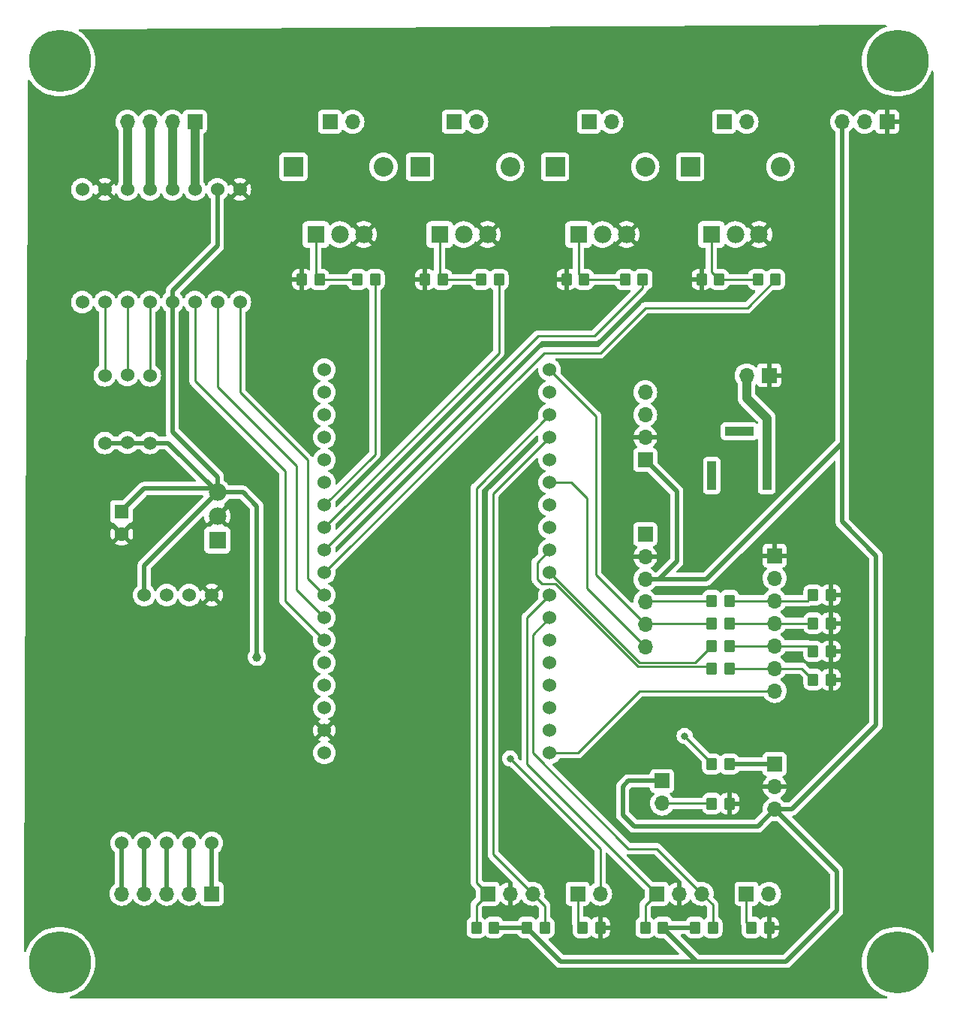
<source format=gtl>
%TF.GenerationSoftware,KiCad,Pcbnew,7.0.1*%
%TF.CreationDate,2023-04-23T09:13:03+12:00*%
%TF.ProjectId,Cocktail PCB,436f636b-7461-4696-9c20-5043422e6b69,rev?*%
%TF.SameCoordinates,Original*%
%TF.FileFunction,Copper,L1,Top*%
%TF.FilePolarity,Positive*%
%FSLAX46Y46*%
G04 Gerber Fmt 4.6, Leading zero omitted, Abs format (unit mm)*
G04 Created by KiCad (PCBNEW 7.0.1) date 2023-04-23 09:13:03*
%MOMM*%
%LPD*%
G01*
G04 APERTURE LIST*
G04 Aperture macros list*
%AMRoundRect*
0 Rectangle with rounded corners*
0 $1 Rounding radius*
0 $2 $3 $4 $5 $6 $7 $8 $9 X,Y pos of 4 corners*
0 Add a 4 corners polygon primitive as box body*
4,1,4,$2,$3,$4,$5,$6,$7,$8,$9,$2,$3,0*
0 Add four circle primitives for the rounded corners*
1,1,$1+$1,$2,$3*
1,1,$1+$1,$4,$5*
1,1,$1+$1,$6,$7*
1,1,$1+$1,$8,$9*
0 Add four rect primitives between the rounded corners*
20,1,$1+$1,$2,$3,$4,$5,0*
20,1,$1+$1,$4,$5,$6,$7,0*
20,1,$1+$1,$6,$7,$8,$9,0*
20,1,$1+$1,$8,$9,$2,$3,0*%
G04 Aperture macros list end*
%TA.AperFunction,ComponentPad*%
%ADD10R,0.990600X3.200400*%
%TD*%
%TA.AperFunction,ComponentPad*%
%ADD11R,3.200400X0.990600*%
%TD*%
%TA.AperFunction,ComponentPad*%
%ADD12C,7.000000*%
%TD*%
%TA.AperFunction,ComponentPad*%
%ADD13R,1.700000X1.700000*%
%TD*%
%TA.AperFunction,ComponentPad*%
%ADD14O,1.700000X1.700000*%
%TD*%
%TA.AperFunction,SMDPad,CuDef*%
%ADD15RoundRect,0.250000X-0.350000X-0.450000X0.350000X-0.450000X0.350000X0.450000X-0.350000X0.450000X0*%
%TD*%
%TA.AperFunction,ComponentPad*%
%ADD16R,2.200000X2.200000*%
%TD*%
%TA.AperFunction,ComponentPad*%
%ADD17O,2.200000X2.200000*%
%TD*%
%TA.AperFunction,SMDPad,CuDef*%
%ADD18RoundRect,0.250000X0.350000X0.450000X-0.350000X0.450000X-0.350000X-0.450000X0.350000X-0.450000X0*%
%TD*%
%TA.AperFunction,ComponentPad*%
%ADD19R,1.980000X1.980000*%
%TD*%
%TA.AperFunction,ComponentPad*%
%ADD20C,1.980000*%
%TD*%
%TA.AperFunction,ComponentPad*%
%ADD21R,1.600000X1.600000*%
%TD*%
%TA.AperFunction,ComponentPad*%
%ADD22C,1.600000*%
%TD*%
%TA.AperFunction,ComponentPad*%
%ADD23C,1.524000*%
%TD*%
%TA.AperFunction,ViaPad*%
%ADD24C,1.000000*%
%TD*%
%TA.AperFunction,ViaPad*%
%ADD25C,0.800000*%
%TD*%
%TA.AperFunction,Conductor*%
%ADD26C,1.000000*%
%TD*%
%TA.AperFunction,Conductor*%
%ADD27C,0.500000*%
%TD*%
%TA.AperFunction,Conductor*%
%ADD28C,0.250000*%
%TD*%
G04 APERTURE END LIST*
D10*
X180236000Y-79248000D03*
X186436000Y-79248000D03*
D11*
X183336001Y-74248000D03*
D12*
X201168000Y-134112000D03*
X106680000Y-134112000D03*
X201168000Y-32512000D03*
X106680000Y-32512000D03*
D13*
X174625000Y-113660000D03*
D14*
X174625000Y-116200000D03*
D15*
X191675000Y-99060000D03*
X193675000Y-99060000D03*
D13*
X181610000Y-39370000D03*
D14*
X184150000Y-39370000D03*
D15*
X180245000Y-93345000D03*
X182245000Y-93345000D03*
X191675000Y-92710000D03*
X193675000Y-92710000D03*
D16*
X162560000Y-44450000D03*
D17*
X172720000Y-44450000D03*
D13*
X184145000Y-126365000D03*
D14*
X186685000Y-126365000D03*
D13*
X200010000Y-39370000D03*
D14*
X197470000Y-39370000D03*
X194930000Y-39370000D03*
D15*
X180245000Y-100965000D03*
X182245000Y-100965000D03*
X180245000Y-111760000D03*
X182245000Y-111760000D03*
D18*
X167640000Y-130175000D03*
X165640000Y-130175000D03*
D19*
X149540000Y-52070000D03*
D20*
X152240000Y-52070000D03*
X154940000Y-52070000D03*
D18*
X172450000Y-57150000D03*
X170450000Y-57150000D03*
D15*
X179070000Y-57150000D03*
X181070000Y-57150000D03*
D18*
X155670000Y-130175000D03*
X153670000Y-130175000D03*
X186690000Y-130175000D03*
X184690000Y-130175000D03*
X187420000Y-57150000D03*
X185420000Y-57150000D03*
D15*
X159385000Y-130175000D03*
X161385000Y-130175000D03*
X133985000Y-57150000D03*
X135985000Y-57150000D03*
D16*
X147320000Y-44450000D03*
D17*
X157480000Y-44450000D03*
D19*
X180180000Y-52070000D03*
D20*
X182880000Y-52070000D03*
X185580000Y-52070000D03*
D15*
X180245000Y-95885000D03*
X182245000Y-95885000D03*
D13*
X137160000Y-39370000D03*
D14*
X139700000Y-39370000D03*
D13*
X186690000Y-67945000D03*
D14*
X184150000Y-67945000D03*
D21*
X113665000Y-83312000D03*
D22*
X113665000Y-85812000D03*
D13*
X172720000Y-77470000D03*
D14*
X172720000Y-74930000D03*
X172720000Y-72390000D03*
X172720000Y-69850000D03*
D15*
X147860000Y-57150000D03*
X149860000Y-57150000D03*
D13*
X123825000Y-126365000D03*
D14*
X121285000Y-126365000D03*
X118745000Y-126365000D03*
X116205000Y-126365000D03*
X113665000Y-126365000D03*
D18*
X174720000Y-130175000D03*
X172720000Y-130175000D03*
D15*
X163830000Y-57150000D03*
X165830000Y-57150000D03*
D13*
X165100000Y-126365000D03*
D14*
X167640000Y-126365000D03*
D18*
X156210000Y-57150000D03*
X154210000Y-57150000D03*
D13*
X121920000Y-39370000D03*
D14*
X119380000Y-39370000D03*
X116840000Y-39370000D03*
X114300000Y-39370000D03*
D15*
X191675000Y-95885000D03*
X193675000Y-95885000D03*
D13*
X187325000Y-111760000D03*
D14*
X187325000Y-114300000D03*
X187325000Y-116840000D03*
D23*
X111760000Y-75565000D03*
X114300000Y-75525000D03*
X116840000Y-75565000D03*
X116840000Y-67945000D03*
X114300000Y-67905000D03*
X111760000Y-67945000D03*
D15*
X180245000Y-98425000D03*
X182245000Y-98425000D03*
D13*
X151130000Y-39370000D03*
D14*
X153670000Y-39370000D03*
D19*
X124460000Y-86520000D03*
D20*
X124460000Y-83820000D03*
X124460000Y-81120000D03*
D23*
X136525000Y-67310000D03*
X136525000Y-69850000D03*
X136525000Y-72390000D03*
X136525000Y-74930000D03*
X136525000Y-77470000D03*
X136525000Y-80010000D03*
X136525000Y-82550000D03*
X136525000Y-85090000D03*
X136525000Y-87630000D03*
X136525000Y-90170000D03*
X136525000Y-92710000D03*
X136525000Y-95250000D03*
X136525000Y-97790000D03*
X136525000Y-100330000D03*
X136525000Y-102870000D03*
X136525000Y-105410000D03*
X136525000Y-107950000D03*
X136525000Y-110490000D03*
X161925000Y-67310000D03*
X161925000Y-69850000D03*
X161925000Y-72390000D03*
X161925000Y-74930000D03*
X161925000Y-77470000D03*
X161925000Y-80010000D03*
X161925000Y-82550000D03*
X161925000Y-85090000D03*
X161925000Y-87630000D03*
X161925000Y-90170000D03*
X161925000Y-92710000D03*
X161925000Y-95250000D03*
X161933619Y-97790000D03*
X161925000Y-100330000D03*
X161925000Y-102870000D03*
X161925000Y-105410000D03*
X161925000Y-107950000D03*
X161925000Y-110490000D03*
D19*
X135570000Y-52070000D03*
D20*
X138270000Y-52070000D03*
X140970000Y-52070000D03*
D19*
X165210000Y-52070000D03*
D20*
X167910000Y-52070000D03*
X170610000Y-52070000D03*
D23*
X116205000Y-92710000D03*
X118745000Y-92710000D03*
X121285000Y-92710000D03*
X123825000Y-92710000D03*
X113665000Y-120650000D03*
X116205000Y-120650000D03*
X118745000Y-120650000D03*
X121285000Y-120650000D03*
X123825000Y-120650000D03*
D16*
X177800000Y-44450000D03*
D17*
X187960000Y-44450000D03*
D18*
X182245000Y-116205000D03*
X180245000Y-116205000D03*
D13*
X187325000Y-88265000D03*
D14*
X187325000Y-90805000D03*
X187325000Y-93345000D03*
X187325000Y-95885000D03*
X187325000Y-98425000D03*
X187325000Y-100965000D03*
X187325000Y-103505000D03*
D13*
X174005000Y-126365000D03*
D14*
X176545000Y-126365000D03*
X179085000Y-126365000D03*
D13*
X154940000Y-126365000D03*
D14*
X157480000Y-126365000D03*
X160020000Y-126365000D03*
D18*
X142240000Y-57150000D03*
X140240000Y-57150000D03*
D16*
X133030000Y-44450000D03*
D17*
X143190000Y-44450000D03*
D15*
X191675000Y-102235000D03*
X193675000Y-102235000D03*
D13*
X166370000Y-39370000D03*
D14*
X168910000Y-39370000D03*
D13*
X172720000Y-85852000D03*
D14*
X172720000Y-88392000D03*
X172720000Y-90932000D03*
X172720000Y-93472000D03*
X172720000Y-96012000D03*
X172720000Y-98552000D03*
D15*
X178340000Y-130175000D03*
X180340000Y-130175000D03*
D23*
X109220000Y-59690000D03*
X111760000Y-59690000D03*
X114300000Y-59690000D03*
X116840000Y-59690000D03*
X119380000Y-59690000D03*
X121920000Y-59690000D03*
X124460000Y-59690000D03*
X127000000Y-59690000D03*
X109220000Y-46990000D03*
X111760000Y-46990000D03*
X114300000Y-46990000D03*
X116840000Y-46990000D03*
X119380000Y-46990000D03*
X121920000Y-46990000D03*
X124460000Y-46990000D03*
X127000000Y-46990000D03*
D24*
X128905000Y-99695000D03*
D25*
X188595000Y-130175000D03*
X192405000Y-80645000D03*
X170815000Y-128905000D03*
X177165000Y-108585000D03*
X157480000Y-111125000D03*
D26*
X184150000Y-70485000D02*
X186436000Y-72771000D01*
X184150000Y-67945000D02*
X184150000Y-70485000D01*
X186436000Y-72771000D02*
X186436000Y-79248000D01*
D27*
X198755000Y-88265000D02*
X198755000Y-107315000D01*
X163195000Y-133985000D02*
X159385000Y-130175000D01*
X178530000Y-133985000D02*
X163195000Y-133985000D01*
X194930000Y-71120000D02*
X194930000Y-84440000D01*
X170180000Y-117475000D02*
X170180000Y-114300000D01*
X194310000Y-123825000D02*
X194310000Y-128270000D01*
X155670000Y-130175000D02*
X159385000Y-130175000D01*
X194930000Y-71120000D02*
X194930000Y-39370000D01*
X174244000Y-90932000D02*
X176276000Y-88900000D01*
X116205000Y-92710000D02*
X116205000Y-89375000D01*
X176276000Y-81026000D02*
X172720000Y-77470000D01*
X116840000Y-75565000D02*
X111760000Y-75565000D01*
X170820000Y-113660000D02*
X174625000Y-113660000D01*
X128905000Y-99695000D02*
X128905000Y-82677000D01*
X170180000Y-114300000D02*
X170820000Y-113660000D01*
X119380000Y-58420000D02*
X124460000Y-53340000D01*
X124460000Y-79375000D02*
X124460000Y-81120000D01*
X194310000Y-128270000D02*
X188595000Y-133985000D01*
X127348000Y-81120000D02*
X124460000Y-81120000D01*
X119380000Y-74295000D02*
X124460000Y-79375000D01*
X179578000Y-90932000D02*
X172720000Y-90932000D01*
X174672500Y-130175000D02*
X178387500Y-130175000D01*
X128905000Y-82677000D02*
X127348000Y-81120000D01*
X171450000Y-118745000D02*
X170180000Y-117475000D01*
X176276000Y-88900000D02*
X176276000Y-81026000D01*
X124460000Y-81120000D02*
X118905000Y-75565000D01*
X194930000Y-71120000D02*
X194930000Y-75580000D01*
X118905000Y-75565000D02*
X116840000Y-75565000D01*
X124049887Y-80709887D02*
X124460000Y-81120000D01*
X198755000Y-107315000D02*
X189230000Y-116840000D01*
X124460000Y-53340000D02*
X124460000Y-46990000D01*
X172720000Y-90932000D02*
X174244000Y-90932000D01*
X119380000Y-59690000D02*
X119380000Y-74295000D01*
X113665000Y-83225000D02*
X116180113Y-80709887D01*
X194930000Y-84440000D02*
X198755000Y-88265000D01*
X189230000Y-116840000D02*
X187325000Y-116840000D01*
X119380000Y-59690000D02*
X119380000Y-58420000D01*
X116180113Y-80709887D02*
X124049887Y-80709887D01*
X185420000Y-118745000D02*
X171450000Y-118745000D01*
X116205000Y-89375000D02*
X124460000Y-81120000D01*
X187325000Y-116840000D02*
X185420000Y-118745000D01*
X188595000Y-133985000D02*
X178530000Y-133985000D01*
X178530000Y-133985000D02*
X174720000Y-130175000D01*
X187325000Y-116840000D02*
X194310000Y-123825000D01*
X194930000Y-75580000D02*
X179578000Y-90932000D01*
D28*
X180245000Y-93345000D02*
X172720000Y-93345000D01*
D27*
X113665000Y-120650000D02*
X113665000Y-126365000D01*
X116205000Y-120650000D02*
X116205000Y-126365000D01*
X118745000Y-120650000D02*
X118745000Y-126365000D01*
X121285000Y-120650000D02*
X121285000Y-126365000D01*
X123825000Y-120650000D02*
X123825000Y-126365000D01*
D28*
X167132000Y-72517000D02*
X161925000Y-67310000D01*
X180245000Y-95885000D02*
X172720000Y-95885000D01*
X167132000Y-90424000D02*
X167132000Y-72517000D01*
X167132000Y-90424000D02*
X172720000Y-96012000D01*
X166116000Y-91948000D02*
X166116000Y-81788000D01*
X172720000Y-98552000D02*
X166116000Y-91948000D01*
X164338000Y-80010000D02*
X161925000Y-80010000D01*
X166116000Y-81788000D02*
X164338000Y-80010000D01*
X172085000Y-100330000D02*
X161925000Y-90170000D01*
X178340000Y-100330000D02*
X172085000Y-100330000D01*
X180245000Y-98425000D02*
X178340000Y-100330000D01*
X162558251Y-91440000D02*
X161036000Y-91440000D01*
X180060000Y-100780000D02*
X171898251Y-100780000D01*
X160528000Y-90932000D02*
X160528000Y-89027000D01*
X171898251Y-100780000D02*
X162558251Y-91440000D01*
X160528000Y-89027000D02*
X161925000Y-87630000D01*
X180245000Y-100965000D02*
X180060000Y-100780000D01*
X161036000Y-91440000D02*
X160528000Y-90932000D01*
X135570000Y-56735000D02*
X135570000Y-52070000D01*
X135985000Y-57150000D02*
X135570000Y-56735000D01*
X135985000Y-57150000D02*
X140240000Y-57150000D01*
X149540000Y-56830000D02*
X149540000Y-52070000D01*
X149860000Y-57150000D02*
X149540000Y-56830000D01*
X154210000Y-57150000D02*
X149860000Y-57150000D01*
X165830000Y-57150000D02*
X165210000Y-56530000D01*
X165830000Y-57150000D02*
X170450000Y-57150000D01*
X165210000Y-56530000D02*
X165210000Y-52070000D01*
X180180000Y-56260000D02*
X180180000Y-52070000D01*
X185420000Y-57150000D02*
X181070000Y-57150000D01*
X181070000Y-57150000D02*
X180180000Y-56260000D01*
D26*
X121920000Y-39370000D02*
X121920000Y-46990000D01*
X119380000Y-39370000D02*
X119380000Y-46990000D01*
X116840000Y-39370000D02*
X116840000Y-46990000D01*
X114300000Y-39370000D02*
X114300000Y-46990000D01*
D28*
X174625000Y-116200000D02*
X180240000Y-116200000D01*
X180240000Y-116200000D02*
X180245000Y-116205000D01*
X182245000Y-93345000D02*
X191040000Y-93345000D01*
X191040000Y-93345000D02*
X191675000Y-92710000D01*
X182245000Y-95885000D02*
X191675000Y-95885000D01*
X182245000Y-98425000D02*
X191040000Y-98425000D01*
X191040000Y-98425000D02*
X191675000Y-99060000D01*
X190405000Y-100965000D02*
X191675000Y-102235000D01*
X182245000Y-100965000D02*
X190405000Y-100965000D01*
D27*
X187325000Y-111760000D02*
X182245000Y-111760000D01*
D28*
X111760000Y-67945000D02*
X111760000Y-59690000D01*
X114300000Y-67905000D02*
X114300000Y-59690000D01*
X116840000Y-67945000D02*
X116840000Y-59690000D01*
X165100000Y-110490000D02*
X172085000Y-103505000D01*
X161925000Y-110490000D02*
X165100000Y-110490000D01*
X172085000Y-103505000D02*
X187325000Y-103505000D01*
X177165000Y-108585000D02*
X180245000Y-111665000D01*
X180245000Y-111665000D02*
X180245000Y-111760000D01*
X121920000Y-68580000D02*
X121920000Y-59690000D01*
X132080000Y-78740000D02*
X121920000Y-68580000D01*
X136525000Y-97790000D02*
X132080000Y-93345000D01*
X132080000Y-93345000D02*
X132080000Y-78740000D01*
X136525000Y-95250000D02*
X133350000Y-92075000D01*
X133350000Y-78105000D02*
X124460000Y-69215000D01*
X124460000Y-69215000D02*
X124460000Y-59690000D01*
X133350000Y-92075000D02*
X133350000Y-78105000D01*
X134620000Y-77470000D02*
X127000000Y-69850000D01*
X136525000Y-92710000D02*
X134620000Y-90805000D01*
X127000000Y-69850000D02*
X127000000Y-59690000D01*
X134620000Y-90805000D02*
X134620000Y-77470000D01*
X142240000Y-57150000D02*
X142240000Y-76835000D01*
X142240000Y-76835000D02*
X136525000Y-82550000D01*
X156210000Y-65405000D02*
X136525000Y-85090000D01*
X156210000Y-57150000D02*
X156210000Y-65405000D01*
X172450000Y-58055000D02*
X167005000Y-63500000D01*
X172450000Y-57150000D02*
X172450000Y-58055000D01*
X160655000Y-63500000D02*
X136525000Y-87630000D01*
X167005000Y-63500000D02*
X160655000Y-63500000D01*
X172720000Y-60325000D02*
X167640000Y-65405000D01*
X161290000Y-65405000D02*
X136525000Y-90170000D01*
X184245000Y-60325000D02*
X172720000Y-60325000D01*
X187420000Y-57150000D02*
X184245000Y-60325000D01*
X167640000Y-65405000D02*
X161290000Y-65405000D01*
X153670000Y-127635000D02*
X154940000Y-126365000D01*
X161925000Y-72390000D02*
X153670000Y-80645000D01*
X153670000Y-130175000D02*
X153670000Y-127635000D01*
X153670000Y-125095000D02*
X154940000Y-126365000D01*
X153670000Y-80645000D02*
X153670000Y-125095000D01*
X165100000Y-129635000D02*
X165100000Y-126365000D01*
X165640000Y-130175000D02*
X165100000Y-129635000D01*
X157480000Y-111125000D02*
X167640000Y-121285000D01*
X167640000Y-121285000D02*
X167640000Y-126365000D01*
X173990000Y-126365000D02*
X159385000Y-111760000D01*
X172720000Y-130175000D02*
X172720000Y-127635000D01*
X159385000Y-95250000D02*
X161925000Y-92710000D01*
X172720000Y-127635000D02*
X173990000Y-126365000D01*
X159385000Y-111760000D02*
X159385000Y-95250000D01*
X173990000Y-126365000D02*
X174005000Y-126365000D01*
X180340000Y-130175000D02*
X180340000Y-127620000D01*
X161925000Y-95250000D02*
X160020000Y-97155000D01*
X160020000Y-97155000D02*
X160020000Y-110490000D01*
X174005000Y-121285000D02*
X179085000Y-126365000D01*
X170815000Y-121285000D02*
X174005000Y-121285000D01*
X180340000Y-127620000D02*
X179085000Y-126365000D01*
X160020000Y-110490000D02*
X170815000Y-121285000D01*
X184145000Y-129630000D02*
X184145000Y-126365000D01*
X184690000Y-130175000D02*
X184145000Y-129630000D01*
X161385000Y-130175000D02*
X161385000Y-127730000D01*
X155575000Y-81280000D02*
X155575000Y-121920000D01*
X161925000Y-74930000D02*
X155575000Y-81280000D01*
X155575000Y-121920000D02*
X160020000Y-126365000D01*
X161385000Y-127730000D02*
X160020000Y-126365000D01*
%TA.AperFunction,Conductor*%
G36*
X194128385Y-77590911D02*
G01*
X194165985Y-77634934D01*
X194179500Y-77691229D01*
X194179500Y-84376294D01*
X194178191Y-84394264D01*
X194174711Y-84418023D01*
X194179028Y-84467369D01*
X194179500Y-84478176D01*
X194179500Y-84483708D01*
X194183098Y-84514496D01*
X194183464Y-84518081D01*
X194190110Y-84594041D01*
X194194329Y-84613071D01*
X194194758Y-84614251D01*
X194194759Y-84614255D01*
X194220413Y-84684742D01*
X194221582Y-84688107D01*
X194245580Y-84760524D01*
X194254075Y-84778072D01*
X194295979Y-84841784D01*
X194297889Y-84844782D01*
X194328567Y-84894517D01*
X194337952Y-84909732D01*
X194350253Y-84924830D01*
X194351168Y-84925693D01*
X194351170Y-84925696D01*
X194405708Y-84977150D01*
X194408295Y-84979663D01*
X197968181Y-88539549D01*
X197995061Y-88579777D01*
X198004500Y-88627230D01*
X198004500Y-106952770D01*
X197995061Y-107000223D01*
X197968181Y-107040451D01*
X188955451Y-116053181D01*
X188915223Y-116080061D01*
X188867770Y-116089500D01*
X188512701Y-116089500D01*
X188455444Y-116075489D01*
X188411126Y-116036623D01*
X188363494Y-115968598D01*
X188196404Y-115801508D01*
X188196401Y-115801505D01*
X188010402Y-115671267D01*
X187971539Y-115626951D01*
X187957528Y-115569694D01*
X187971539Y-115512437D01*
X188010405Y-115468119D01*
X188196078Y-115338109D01*
X188363106Y-115171081D01*
X188498600Y-114977576D01*
X188598430Y-114763492D01*
X188655636Y-114550000D01*
X185994364Y-114550000D01*
X186051569Y-114763492D01*
X186151399Y-114977576D01*
X186286893Y-115171081D01*
X186453918Y-115338106D01*
X186639595Y-115468119D01*
X186678460Y-115512437D01*
X186692471Y-115569694D01*
X186678460Y-115626951D01*
X186639595Y-115671269D01*
X186453595Y-115801508D01*
X186286505Y-115968598D01*
X186150965Y-116162170D01*
X186051097Y-116376336D01*
X185989936Y-116604592D01*
X185969340Y-116840000D01*
X185987977Y-117053013D01*
X185980971Y-117106230D01*
X185952130Y-117151501D01*
X185145451Y-117958181D01*
X185105223Y-117985061D01*
X185057770Y-117994500D01*
X171812230Y-117994500D01*
X171764777Y-117985061D01*
X171724549Y-117958181D01*
X170966819Y-117200451D01*
X170939939Y-117160223D01*
X170930500Y-117112770D01*
X170930500Y-114662230D01*
X170939939Y-114614777D01*
X170966816Y-114574551D01*
X171094550Y-114446816D01*
X171134776Y-114419939D01*
X171182229Y-114410500D01*
X173150501Y-114410500D01*
X173212501Y-114427113D01*
X173257888Y-114472500D01*
X173274501Y-114534500D01*
X173274501Y-114557870D01*
X173280909Y-114617484D01*
X173306056Y-114684906D01*
X173331204Y-114752331D01*
X173417454Y-114867546D01*
X173532669Y-114953796D01*
X173644907Y-114995658D01*
X173664082Y-115002810D01*
X173714462Y-115037789D01*
X173741915Y-115092634D01*
X173739726Y-115153926D01*
X173708431Y-115206673D01*
X173586503Y-115328601D01*
X173450965Y-115522170D01*
X173351097Y-115736336D01*
X173289936Y-115964592D01*
X173269340Y-116200000D01*
X173289936Y-116435407D01*
X173334709Y-116602501D01*
X173351097Y-116663663D01*
X173450965Y-116877830D01*
X173586505Y-117071401D01*
X173753599Y-117238495D01*
X173947170Y-117374035D01*
X174161337Y-117473903D01*
X174389592Y-117535063D01*
X174625000Y-117555659D01*
X174860408Y-117535063D01*
X175088663Y-117473903D01*
X175302830Y-117374035D01*
X175496401Y-117238495D01*
X175663495Y-117071401D01*
X175798653Y-116878374D01*
X175842970Y-116839511D01*
X175900227Y-116825500D01*
X179071326Y-116825500D01*
X179121541Y-116836123D01*
X179163153Y-116866170D01*
X179189031Y-116910493D01*
X179210186Y-116974334D01*
X179210187Y-116974335D01*
X179302288Y-117123657D01*
X179426342Y-117247711D01*
X179482895Y-117282593D01*
X179575666Y-117339814D01*
X179649527Y-117364289D01*
X179742202Y-117394999D01*
X179752703Y-117396071D01*
X179844991Y-117405500D01*
X180645008Y-117405499D01*
X180747797Y-117394999D01*
X180914334Y-117339814D01*
X181063656Y-117247712D01*
X181157673Y-117153694D01*
X181213259Y-117121602D01*
X181277446Y-117121602D01*
X181333034Y-117153696D01*
X181426654Y-117247316D01*
X181575877Y-117339357D01*
X181742303Y-117394506D01*
X181845021Y-117405000D01*
X181995000Y-117405000D01*
X181995000Y-116455000D01*
X182495000Y-116455000D01*
X182495000Y-117404999D01*
X182644979Y-117404999D01*
X182747695Y-117394506D01*
X182914122Y-117339357D01*
X183063345Y-117247316D01*
X183187316Y-117123345D01*
X183279357Y-116974122D01*
X183334506Y-116807696D01*
X183345000Y-116704979D01*
X183345000Y-116455000D01*
X182495000Y-116455000D01*
X181995000Y-116455000D01*
X181995000Y-115005001D01*
X181845021Y-115005001D01*
X181742304Y-115015493D01*
X181575877Y-115070642D01*
X181426656Y-115162681D01*
X181333034Y-115256304D01*
X181277446Y-115288397D01*
X181213259Y-115288397D01*
X181157672Y-115256303D01*
X181063657Y-115162288D01*
X180914334Y-115070186D01*
X180747797Y-115015000D01*
X180649904Y-115005000D01*
X182495000Y-115005000D01*
X182495000Y-115955000D01*
X183344999Y-115955000D01*
X183344999Y-115705021D01*
X183334506Y-115602304D01*
X183279357Y-115435877D01*
X183187316Y-115286654D01*
X183063345Y-115162683D01*
X182914122Y-115070642D01*
X182747696Y-115015493D01*
X182644979Y-115005000D01*
X182495000Y-115005000D01*
X180649904Y-115005000D01*
X180645009Y-115004500D01*
X179844991Y-115004500D01*
X179742203Y-115015000D01*
X179575665Y-115070186D01*
X179426342Y-115162288D01*
X179302288Y-115286342D01*
X179210186Y-115435665D01*
X179192346Y-115489504D01*
X179166467Y-115533829D01*
X179124855Y-115563877D01*
X179074640Y-115574500D01*
X175900226Y-115574500D01*
X175842969Y-115560489D01*
X175798651Y-115521623D01*
X175792219Y-115512437D01*
X175663495Y-115328599D01*
X175541569Y-115206673D01*
X175510273Y-115153927D01*
X175508084Y-115092634D01*
X175535537Y-115037789D01*
X175585916Y-115002810D01*
X175717331Y-114953796D01*
X175832546Y-114867546D01*
X175918796Y-114752331D01*
X175969091Y-114617483D01*
X175975500Y-114557873D01*
X175975499Y-112762128D01*
X175969091Y-112702517D01*
X175918796Y-112567669D01*
X175832546Y-112452454D01*
X175717331Y-112366204D01*
X175582483Y-112315909D01*
X175522873Y-112309500D01*
X175522869Y-112309500D01*
X173727130Y-112309500D01*
X173667515Y-112315909D01*
X173532669Y-112366204D01*
X173417454Y-112452454D01*
X173331204Y-112567668D01*
X173280909Y-112702516D01*
X173274500Y-112762131D01*
X173274500Y-112785500D01*
X173257887Y-112847500D01*
X173212500Y-112892887D01*
X173150500Y-112909500D01*
X170883706Y-112909500D01*
X170865736Y-112908191D01*
X170851853Y-112906157D01*
X170841977Y-112904711D01*
X170841976Y-112904711D01*
X170792631Y-112909028D01*
X170781824Y-112909500D01*
X170776291Y-112909500D01*
X170745501Y-112913098D01*
X170741917Y-112913464D01*
X170665961Y-112920109D01*
X170646921Y-112924330D01*
X170575232Y-112950421D01*
X170571831Y-112951603D01*
X170499474Y-112975580D01*
X170481927Y-112984075D01*
X170418221Y-113025975D01*
X170415181Y-113027912D01*
X170350280Y-113067944D01*
X170335167Y-113080254D01*
X170282815Y-113135742D01*
X170280304Y-113138326D01*
X169694358Y-113724272D01*
X169680727Y-113736053D01*
X169661467Y-113750392D01*
X169629633Y-113788329D01*
X169622341Y-113796289D01*
X169618408Y-113800222D01*
X169599176Y-113824545D01*
X169596902Y-113827337D01*
X169547894Y-113885744D01*
X169537418Y-113902187D01*
X169505192Y-113971294D01*
X169503622Y-113974536D01*
X169469393Y-114042692D01*
X169462996Y-114061098D01*
X169447573Y-114135788D01*
X169446793Y-114139305D01*
X169429208Y-114213505D01*
X169427229Y-114232878D01*
X169429448Y-114309131D01*
X169429500Y-114312737D01*
X169429500Y-117411294D01*
X169428191Y-117429264D01*
X169424711Y-117453023D01*
X169429028Y-117502369D01*
X169429500Y-117513176D01*
X169429500Y-117518709D01*
X169431411Y-117535063D01*
X169433098Y-117549496D01*
X169433464Y-117553081D01*
X169440110Y-117629041D01*
X169444329Y-117648071D01*
X169444758Y-117649251D01*
X169444759Y-117649255D01*
X169470413Y-117719742D01*
X169471582Y-117723107D01*
X169495580Y-117795524D01*
X169504075Y-117813072D01*
X169545979Y-117876784D01*
X169547889Y-117879782D01*
X169587288Y-117943656D01*
X169587952Y-117944732D01*
X169600253Y-117959830D01*
X169601168Y-117960693D01*
X169601170Y-117960696D01*
X169637000Y-117994500D01*
X169655709Y-118012151D01*
X169658296Y-118014664D01*
X170874267Y-119230634D01*
X170886048Y-119244266D01*
X170900390Y-119263530D01*
X170938355Y-119295386D01*
X170946317Y-119302684D01*
X170950224Y-119306591D01*
X170974542Y-119325819D01*
X170977298Y-119328063D01*
X171034786Y-119376302D01*
X171034788Y-119376303D01*
X171035757Y-119377116D01*
X171052177Y-119387576D01*
X171053321Y-119388109D01*
X171053323Y-119388111D01*
X171121357Y-119419835D01*
X171124456Y-119421335D01*
X171190667Y-119454588D01*
X171192704Y-119455611D01*
X171211084Y-119461998D01*
X171212321Y-119462253D01*
X171212327Y-119462256D01*
X171285862Y-119477439D01*
X171289209Y-119478181D01*
X171362279Y-119495500D01*
X171362281Y-119495500D01*
X171363505Y-119495790D01*
X171382876Y-119497769D01*
X171384140Y-119497732D01*
X171384144Y-119497733D01*
X171459110Y-119495552D01*
X171462716Y-119495500D01*
X185356294Y-119495500D01*
X185374264Y-119496809D01*
X185378320Y-119497402D01*
X185398023Y-119500289D01*
X185447368Y-119495972D01*
X185458176Y-119495500D01*
X185463706Y-119495500D01*
X185463709Y-119495500D01*
X185494550Y-119491894D01*
X185498031Y-119491539D01*
X185572797Y-119484999D01*
X185572797Y-119484998D01*
X185574052Y-119484889D01*
X185593062Y-119480674D01*
X185594250Y-119480241D01*
X185594255Y-119480241D01*
X185664820Y-119454557D01*
X185668095Y-119453419D01*
X185739334Y-119429814D01*
X185739336Y-119429812D01*
X185740536Y-119429415D01*
X185758063Y-119420929D01*
X185759112Y-119420238D01*
X185759117Y-119420237D01*
X185821806Y-119379005D01*
X185824798Y-119377099D01*
X185888656Y-119337712D01*
X185888656Y-119337711D01*
X185889729Y-119337050D01*
X185904824Y-119324753D01*
X185905692Y-119323832D01*
X185905696Y-119323830D01*
X185957184Y-119269254D01*
X185959630Y-119266736D01*
X187013499Y-118212867D01*
X187058768Y-118184028D01*
X187111984Y-118177022D01*
X187272235Y-118191042D01*
X187324999Y-118195659D01*
X187324999Y-118195658D01*
X187325000Y-118195659D01*
X187538014Y-118177022D01*
X187591230Y-118184028D01*
X187636501Y-118212869D01*
X193523181Y-124099549D01*
X193550061Y-124139777D01*
X193559500Y-124187230D01*
X193559500Y-127907771D01*
X193550061Y-127955224D01*
X193523181Y-127995452D01*
X188320451Y-133198181D01*
X188280223Y-133225061D01*
X188232770Y-133234500D01*
X178892229Y-133234500D01*
X178844776Y-133225061D01*
X178804548Y-133198181D01*
X176743549Y-131137181D01*
X176713299Y-131087818D01*
X176708757Y-131030102D01*
X176730912Y-130976615D01*
X176774935Y-130939015D01*
X176831230Y-130925500D01*
X177224362Y-130925500D01*
X177284794Y-130941223D01*
X177329901Y-130984404D01*
X177397288Y-131093657D01*
X177521342Y-131217711D01*
X177577895Y-131252593D01*
X177670666Y-131309814D01*
X177782016Y-131346712D01*
X177837202Y-131364999D01*
X177847702Y-131366071D01*
X177939991Y-131375500D01*
X178740008Y-131375499D01*
X178842797Y-131364999D01*
X179009334Y-131309814D01*
X179158656Y-131217712D01*
X179252320Y-131124047D01*
X179307906Y-131091955D01*
X179372094Y-131091955D01*
X179427679Y-131124047D01*
X179520948Y-131217316D01*
X179521345Y-131217713D01*
X179596005Y-131263763D01*
X179670666Y-131309814D01*
X179782016Y-131346712D01*
X179837202Y-131364999D01*
X179847702Y-131366071D01*
X179939991Y-131375500D01*
X180740008Y-131375499D01*
X180842797Y-131364999D01*
X181009334Y-131309814D01*
X181158656Y-131217712D01*
X181282712Y-131093656D01*
X181374814Y-130944334D01*
X181429999Y-130777797D01*
X181440500Y-130675009D01*
X181440499Y-129674992D01*
X181440433Y-129674350D01*
X181429999Y-129572203D01*
X181421732Y-129547256D01*
X181374814Y-129405666D01*
X181317592Y-129312895D01*
X181282711Y-129256342D01*
X181158657Y-129132288D01*
X181024404Y-129049481D01*
X180981223Y-129004374D01*
X180965500Y-128943942D01*
X180965500Y-127702744D01*
X180967764Y-127682237D01*
X180967537Y-127675028D01*
X180965561Y-127612127D01*
X180965500Y-127608232D01*
X180965500Y-127580653D01*
X180964997Y-127576672D01*
X180964080Y-127565019D01*
X180963796Y-127555978D01*
X180962709Y-127521373D01*
X180957120Y-127502140D01*
X180953174Y-127483082D01*
X180950664Y-127463206D01*
X180934588Y-127422604D01*
X180930804Y-127411553D01*
X180921978Y-127381176D01*
X180918618Y-127369610D01*
X180908414Y-127352355D01*
X180899861Y-127334895D01*
X180894947Y-127322484D01*
X180892486Y-127316268D01*
X180866808Y-127280925D01*
X180860401Y-127271171D01*
X180857846Y-127266851D01*
X180855491Y-127262869D01*
X182794500Y-127262869D01*
X182800909Y-127322484D01*
X182816634Y-127364644D01*
X182851204Y-127457331D01*
X182937454Y-127572546D01*
X183052669Y-127658796D01*
X183187517Y-127709091D01*
X183247127Y-127715500D01*
X183395500Y-127715500D01*
X183457500Y-127732113D01*
X183502887Y-127777500D01*
X183519500Y-127839500D01*
X183519500Y-129547256D01*
X183517235Y-129567762D01*
X183519439Y-129637873D01*
X183519500Y-129641768D01*
X183519500Y-129669349D01*
X183520003Y-129673334D01*
X183520918Y-129684967D01*
X183522290Y-129728626D01*
X183527879Y-129747860D01*
X183531825Y-129766916D01*
X183534335Y-129786792D01*
X183550414Y-129827404D01*
X183554197Y-129838451D01*
X183566382Y-129880391D01*
X183572233Y-129890284D01*
X183589500Y-129953403D01*
X183589500Y-130675008D01*
X183600000Y-130777796D01*
X183655186Y-130944334D01*
X183747288Y-131093657D01*
X183871342Y-131217711D01*
X183927895Y-131252593D01*
X184020666Y-131309814D01*
X184132016Y-131346712D01*
X184187202Y-131364999D01*
X184197702Y-131366071D01*
X184289991Y-131375500D01*
X185090008Y-131375499D01*
X185192797Y-131364999D01*
X185359334Y-131309814D01*
X185508656Y-131217712D01*
X185602673Y-131123694D01*
X185658259Y-131091602D01*
X185722446Y-131091602D01*
X185778034Y-131123696D01*
X185871654Y-131217316D01*
X186020877Y-131309357D01*
X186187303Y-131364506D01*
X186290021Y-131375000D01*
X186440000Y-131375000D01*
X186440000Y-130425000D01*
X186940000Y-130425000D01*
X186940000Y-131374999D01*
X187089979Y-131374999D01*
X187192695Y-131364506D01*
X187359122Y-131309357D01*
X187508345Y-131217316D01*
X187632316Y-131093345D01*
X187724357Y-130944122D01*
X187779506Y-130777696D01*
X187790000Y-130674979D01*
X187790000Y-130425000D01*
X186940000Y-130425000D01*
X186440000Y-130425000D01*
X186440000Y-128975001D01*
X186290021Y-128975001D01*
X186187304Y-128985493D01*
X186020877Y-129040642D01*
X185871656Y-129132681D01*
X185778034Y-129226304D01*
X185722446Y-129258397D01*
X185658259Y-129258397D01*
X185602672Y-129226303D01*
X185508657Y-129132288D01*
X185359334Y-129040186D01*
X185192797Y-128985000D01*
X185094904Y-128975000D01*
X186940000Y-128975000D01*
X186940000Y-129925000D01*
X187789999Y-129925000D01*
X187789999Y-129675021D01*
X187779506Y-129572304D01*
X187724357Y-129405877D01*
X187632316Y-129256654D01*
X187508345Y-129132683D01*
X187359122Y-129040642D01*
X187192696Y-128985493D01*
X187089979Y-128975000D01*
X186940000Y-128975000D01*
X185094904Y-128975000D01*
X185090009Y-128974500D01*
X184894500Y-128974500D01*
X184832500Y-128957887D01*
X184787113Y-128912500D01*
X184770500Y-128850500D01*
X184770500Y-127839499D01*
X184787113Y-127777499D01*
X184832500Y-127732112D01*
X184894500Y-127715499D01*
X185042870Y-127715499D01*
X185042872Y-127715499D01*
X185102483Y-127709091D01*
X185237331Y-127658796D01*
X185352546Y-127572546D01*
X185438796Y-127457331D01*
X185487810Y-127325916D01*
X185522789Y-127275537D01*
X185577634Y-127248084D01*
X185638927Y-127250273D01*
X185691673Y-127281569D01*
X185813599Y-127403495D01*
X186007170Y-127539035D01*
X186221337Y-127638903D01*
X186449592Y-127700063D01*
X186685000Y-127720659D01*
X186920408Y-127700063D01*
X187148663Y-127638903D01*
X187362830Y-127539035D01*
X187556401Y-127403495D01*
X187723495Y-127236401D01*
X187859035Y-127042830D01*
X187958903Y-126828663D01*
X188020063Y-126600408D01*
X188040659Y-126365000D01*
X188020063Y-126129592D01*
X187958903Y-125901337D01*
X187859035Y-125687171D01*
X187723495Y-125493599D01*
X187556401Y-125326505D01*
X187362830Y-125190965D01*
X187148663Y-125091097D01*
X187087501Y-125074709D01*
X186920407Y-125029936D01*
X186685000Y-125009340D01*
X186449592Y-125029936D01*
X186221336Y-125091097D01*
X186007170Y-125190965D01*
X185813601Y-125326503D01*
X185691673Y-125448431D01*
X185638926Y-125479726D01*
X185577634Y-125481915D01*
X185522789Y-125454462D01*
X185487810Y-125404082D01*
X185480658Y-125384907D01*
X185438796Y-125272669D01*
X185352546Y-125157454D01*
X185237331Y-125071204D01*
X185102483Y-125020909D01*
X185042873Y-125014500D01*
X185042869Y-125014500D01*
X183247130Y-125014500D01*
X183187515Y-125020909D01*
X183052669Y-125071204D01*
X182937454Y-125157454D01*
X182851204Y-125272668D01*
X182800909Y-125407516D01*
X182794500Y-125467130D01*
X182794500Y-127262869D01*
X180855491Y-127262869D01*
X180838170Y-127233580D01*
X180824006Y-127219416D01*
X180811367Y-127204617D01*
X180799595Y-127188413D01*
X180765941Y-127160573D01*
X180757299Y-127152709D01*
X180425237Y-126820647D01*
X180393143Y-126765059D01*
X180393143Y-126700872D01*
X180393144Y-126700870D01*
X180420063Y-126600408D01*
X180440659Y-126365000D01*
X180420063Y-126129592D01*
X180358903Y-125901337D01*
X180259035Y-125687171D01*
X180123495Y-125493599D01*
X179956401Y-125326505D01*
X179762830Y-125190965D01*
X179548663Y-125091097D01*
X179487501Y-125074709D01*
X179320407Y-125029936D01*
X179085000Y-125009340D01*
X178849593Y-125029936D01*
X178749126Y-125056856D01*
X178684939Y-125056856D01*
X178629352Y-125024762D01*
X174505802Y-120901211D01*
X174492906Y-120885113D01*
X174441775Y-120837098D01*
X174438978Y-120834387D01*
X174419470Y-120814879D01*
X174416290Y-120812412D01*
X174407424Y-120804839D01*
X174375582Y-120774938D01*
X174358024Y-120765285D01*
X174341764Y-120754604D01*
X174325936Y-120742327D01*
X174285851Y-120724980D01*
X174275361Y-120719841D01*
X174237091Y-120698802D01*
X174217691Y-120693821D01*
X174199284Y-120687519D01*
X174180897Y-120679562D01*
X174137758Y-120672729D01*
X174126324Y-120670361D01*
X174084019Y-120659500D01*
X174063984Y-120659500D01*
X174044586Y-120657973D01*
X174037162Y-120656797D01*
X174024805Y-120654840D01*
X174024804Y-120654840D01*
X173991751Y-120657964D01*
X173981325Y-120658950D01*
X173969656Y-120659500D01*
X171125453Y-120659500D01*
X171078000Y-120650061D01*
X171037772Y-120623181D01*
X162302924Y-111888333D01*
X162270830Y-111832745D01*
X162270831Y-111768557D01*
X162302925Y-111712969D01*
X162349025Y-111686354D01*
X162348617Y-111685479D01*
X162358452Y-111680893D01*
X162558662Y-111587534D01*
X162739620Y-111460826D01*
X162895826Y-111304620D01*
X162991224Y-111168376D01*
X163035542Y-111129511D01*
X163092799Y-111115500D01*
X165017256Y-111115500D01*
X165037762Y-111117764D01*
X165040665Y-111117672D01*
X165040667Y-111117673D01*
X165107872Y-111115561D01*
X165111768Y-111115500D01*
X165139349Y-111115500D01*
X165139350Y-111115500D01*
X165143319Y-111114998D01*
X165154965Y-111114080D01*
X165198627Y-111112709D01*
X165217859Y-111107120D01*
X165236918Y-111103174D01*
X165243196Y-111102381D01*
X165256792Y-111100664D01*
X165297407Y-111084582D01*
X165308444Y-111080803D01*
X165350390Y-111068618D01*
X165367629Y-111058422D01*
X165385102Y-111049862D01*
X165403732Y-111042486D01*
X165439064Y-111016814D01*
X165448830Y-111010400D01*
X165486418Y-110988171D01*
X165486417Y-110988171D01*
X165486420Y-110988170D01*
X165500585Y-110974004D01*
X165515374Y-110961372D01*
X165531587Y-110949594D01*
X165559449Y-110915914D01*
X165567279Y-110907310D01*
X167889589Y-108585000D01*
X176259540Y-108585000D01*
X176261707Y-108605615D01*
X176279326Y-108773257D01*
X176337820Y-108953284D01*
X176432466Y-109117216D01*
X176559129Y-109257889D01*
X176712269Y-109369151D01*
X176885197Y-109446144D01*
X177070352Y-109485500D01*
X177070354Y-109485500D01*
X177129548Y-109485500D01*
X177177001Y-109494939D01*
X177217229Y-109521819D01*
X179108181Y-111412771D01*
X179135061Y-111452999D01*
X179144500Y-111500452D01*
X179144500Y-112260008D01*
X179155000Y-112362796D01*
X179210186Y-112529334D01*
X179302288Y-112678657D01*
X179426342Y-112802711D01*
X179482895Y-112837592D01*
X179575666Y-112894814D01*
X179666034Y-112924759D01*
X179742202Y-112949999D01*
X179752246Y-112951025D01*
X179844991Y-112960500D01*
X180645008Y-112960499D01*
X180747797Y-112949999D01*
X180914334Y-112894814D01*
X181063656Y-112802712D01*
X181157320Y-112709047D01*
X181212906Y-112676955D01*
X181277094Y-112676955D01*
X181332679Y-112709047D01*
X181385759Y-112762127D01*
X181426345Y-112802713D01*
X181498957Y-112847500D01*
X181575666Y-112894814D01*
X181666034Y-112924759D01*
X181742202Y-112949999D01*
X181752246Y-112951025D01*
X181844991Y-112960500D01*
X182645008Y-112960499D01*
X182747797Y-112949999D01*
X182914334Y-112894814D01*
X183063656Y-112802712D01*
X183187712Y-112678656D01*
X183255098Y-112569404D01*
X183300206Y-112526223D01*
X183360638Y-112510500D01*
X185850501Y-112510500D01*
X185912501Y-112527113D01*
X185957888Y-112572500D01*
X185974501Y-112634500D01*
X185974501Y-112657870D01*
X185980909Y-112717484D01*
X186006056Y-112784907D01*
X186031204Y-112852331D01*
X186117454Y-112967546D01*
X186232669Y-113053796D01*
X186364598Y-113103002D01*
X186414978Y-113137981D01*
X186442431Y-113192825D01*
X186440242Y-113254118D01*
X186408947Y-113306865D01*
X186286888Y-113428924D01*
X186151400Y-113622421D01*
X186051569Y-113836507D01*
X185994364Y-114049999D01*
X185994364Y-114050000D01*
X188655636Y-114050000D01*
X188655635Y-114049999D01*
X188598430Y-113836507D01*
X188498599Y-113622421D01*
X188363109Y-113428921D01*
X188241053Y-113306865D01*
X188209757Y-113254119D01*
X188207568Y-113192826D01*
X188235021Y-113137981D01*
X188285398Y-113103003D01*
X188417331Y-113053796D01*
X188532546Y-112967546D01*
X188618796Y-112852331D01*
X188669091Y-112717483D01*
X188675500Y-112657873D01*
X188675499Y-110862128D01*
X188669091Y-110802517D01*
X188618796Y-110667669D01*
X188532546Y-110552454D01*
X188417331Y-110466204D01*
X188282483Y-110415909D01*
X188222873Y-110409500D01*
X188222869Y-110409500D01*
X186427130Y-110409500D01*
X186367515Y-110415909D01*
X186232669Y-110466204D01*
X186117454Y-110552454D01*
X186031204Y-110667668D01*
X185980909Y-110802515D01*
X185980909Y-110802517D01*
X185976735Y-110841344D01*
X185974500Y-110862131D01*
X185974500Y-110885500D01*
X185957887Y-110947500D01*
X185912500Y-110992887D01*
X185850500Y-111009500D01*
X183360638Y-111009500D01*
X183300206Y-110993777D01*
X183255099Y-110950596D01*
X183187711Y-110841342D01*
X183063657Y-110717288D01*
X182914334Y-110625186D01*
X182747797Y-110570000D01*
X182645009Y-110559500D01*
X181844991Y-110559500D01*
X181742203Y-110570000D01*
X181575665Y-110625186D01*
X181426342Y-110717288D01*
X181332681Y-110810950D01*
X181277094Y-110843044D01*
X181212906Y-110843044D01*
X181157319Y-110810950D01*
X181063657Y-110717288D01*
X180914334Y-110625186D01*
X180747797Y-110570000D01*
X180645009Y-110559500D01*
X180075453Y-110559500D01*
X180028000Y-110550061D01*
X179987772Y-110523181D01*
X178103960Y-108639369D01*
X178079720Y-108605071D01*
X178068321Y-108564655D01*
X178050674Y-108396744D01*
X177992179Y-108216716D01*
X177992179Y-108216715D01*
X177897533Y-108052783D01*
X177770870Y-107912110D01*
X177617730Y-107800848D01*
X177444802Y-107723855D01*
X177259648Y-107684500D01*
X177259646Y-107684500D01*
X177070354Y-107684500D01*
X177070352Y-107684500D01*
X176885197Y-107723855D01*
X176712269Y-107800848D01*
X176559129Y-107912110D01*
X176432466Y-108052783D01*
X176337820Y-108216715D01*
X176279326Y-108396742D01*
X176259707Y-108583408D01*
X176259540Y-108585000D01*
X167889589Y-108585000D01*
X172307771Y-104166818D01*
X172347999Y-104139939D01*
X172395452Y-104130500D01*
X186049773Y-104130500D01*
X186107030Y-104144511D01*
X186151346Y-104183374D01*
X186286505Y-104376401D01*
X186453599Y-104543495D01*
X186647170Y-104679035D01*
X186861337Y-104778903D01*
X187089592Y-104840063D01*
X187325000Y-104860659D01*
X187560408Y-104840063D01*
X187788663Y-104778903D01*
X188002830Y-104679035D01*
X188196401Y-104543495D01*
X188363495Y-104376401D01*
X188499035Y-104182830D01*
X188598903Y-103968663D01*
X188660063Y-103740408D01*
X188680659Y-103505000D01*
X188668831Y-103369814D01*
X188660063Y-103269592D01*
X188598903Y-103041337D01*
X188499035Y-102827171D01*
X188363495Y-102633599D01*
X188196401Y-102466505D01*
X188010839Y-102336573D01*
X187971974Y-102292255D01*
X187957964Y-102234999D01*
X187971975Y-102177742D01*
X188010837Y-102133428D01*
X188196401Y-102003495D01*
X188363495Y-101836401D01*
X188498653Y-101643374D01*
X188542970Y-101604511D01*
X188600227Y-101590500D01*
X190094548Y-101590500D01*
X190142001Y-101599939D01*
X190182229Y-101626819D01*
X190538181Y-101982771D01*
X190565061Y-102022999D01*
X190574500Y-102070452D01*
X190574500Y-102735008D01*
X190585000Y-102837796D01*
X190640186Y-103004334D01*
X190732288Y-103153657D01*
X190856342Y-103277711D01*
X190898072Y-103303450D01*
X191005666Y-103369814D01*
X191117016Y-103406712D01*
X191172202Y-103424999D01*
X191182703Y-103426071D01*
X191274991Y-103435500D01*
X192075008Y-103435499D01*
X192177797Y-103424999D01*
X192344334Y-103369814D01*
X192493656Y-103277712D01*
X192587673Y-103183694D01*
X192643259Y-103151602D01*
X192707446Y-103151602D01*
X192763034Y-103183696D01*
X192856654Y-103277316D01*
X193005877Y-103369357D01*
X193172303Y-103424506D01*
X193275021Y-103435000D01*
X193425000Y-103435000D01*
X193425000Y-102485000D01*
X193925000Y-102485000D01*
X193925000Y-103434999D01*
X194074979Y-103434999D01*
X194177695Y-103424506D01*
X194344122Y-103369357D01*
X194493345Y-103277316D01*
X194617316Y-103153345D01*
X194709357Y-103004122D01*
X194764506Y-102837696D01*
X194775000Y-102734979D01*
X194775000Y-102485000D01*
X193925000Y-102485000D01*
X193425000Y-102485000D01*
X193425000Y-101035001D01*
X193275021Y-101035001D01*
X193172304Y-101045493D01*
X193005877Y-101100642D01*
X192856656Y-101192681D01*
X192763034Y-101286304D01*
X192707446Y-101318397D01*
X192643259Y-101318397D01*
X192587672Y-101286303D01*
X192493657Y-101192288D01*
X192344334Y-101100186D01*
X192177797Y-101045000D01*
X192079904Y-101035000D01*
X193925000Y-101035000D01*
X193925000Y-101985000D01*
X194774999Y-101985000D01*
X194774999Y-101735021D01*
X194764506Y-101632304D01*
X194709357Y-101465877D01*
X194617316Y-101316654D01*
X194493345Y-101192683D01*
X194344122Y-101100642D01*
X194177696Y-101045493D01*
X194074979Y-101035000D01*
X193925000Y-101035000D01*
X192079904Y-101035000D01*
X192075009Y-101034500D01*
X191410453Y-101034500D01*
X191363000Y-101025061D01*
X191322772Y-100998181D01*
X190905802Y-100581211D01*
X190892906Y-100565113D01*
X190841775Y-100517098D01*
X190838978Y-100514387D01*
X190819470Y-100494879D01*
X190816290Y-100492412D01*
X190807424Y-100484839D01*
X190775582Y-100454938D01*
X190758024Y-100445285D01*
X190741764Y-100434604D01*
X190725936Y-100422327D01*
X190685851Y-100404980D01*
X190675361Y-100399841D01*
X190637091Y-100378802D01*
X190617691Y-100373821D01*
X190599284Y-100367519D01*
X190580897Y-100359562D01*
X190537758Y-100352729D01*
X190526324Y-100350361D01*
X190484019Y-100339500D01*
X190463984Y-100339500D01*
X190444586Y-100337973D01*
X190437162Y-100336797D01*
X190424805Y-100334840D01*
X190424804Y-100334840D01*
X190391751Y-100337964D01*
X190381325Y-100338950D01*
X190369656Y-100339500D01*
X188600226Y-100339500D01*
X188542969Y-100325489D01*
X188498651Y-100286623D01*
X188480359Y-100260499D01*
X188363495Y-100093599D01*
X188196401Y-99926505D01*
X188010839Y-99796573D01*
X187971974Y-99752255D01*
X187957964Y-99694999D01*
X187971975Y-99637742D01*
X188010837Y-99593428D01*
X188196401Y-99463495D01*
X188363495Y-99296401D01*
X188498653Y-99103374D01*
X188542970Y-99064511D01*
X188600227Y-99050500D01*
X190450500Y-99050500D01*
X190512500Y-99067113D01*
X190557887Y-99112500D01*
X190574500Y-99174500D01*
X190574500Y-99560008D01*
X190585000Y-99662796D01*
X190640186Y-99829334D01*
X190732288Y-99978657D01*
X190856342Y-100102711D01*
X190912895Y-100137593D01*
X191005666Y-100194814D01*
X191117016Y-100231712D01*
X191172202Y-100249999D01*
X191182703Y-100251071D01*
X191274991Y-100260500D01*
X192075008Y-100260499D01*
X192177797Y-100249999D01*
X192344334Y-100194814D01*
X192493656Y-100102712D01*
X192587673Y-100008694D01*
X192643259Y-99976602D01*
X192707446Y-99976602D01*
X192763034Y-100008696D01*
X192856654Y-100102316D01*
X193005877Y-100194357D01*
X193172303Y-100249506D01*
X193275021Y-100260000D01*
X193425000Y-100260000D01*
X193425000Y-99310000D01*
X193925000Y-99310000D01*
X193925000Y-100259999D01*
X194074979Y-100259999D01*
X194177695Y-100249506D01*
X194344122Y-100194357D01*
X194493345Y-100102316D01*
X194617316Y-99978345D01*
X194709357Y-99829122D01*
X194764506Y-99662696D01*
X194775000Y-99559979D01*
X194775000Y-99310000D01*
X193925000Y-99310000D01*
X193425000Y-99310000D01*
X193425000Y-97860001D01*
X193275021Y-97860001D01*
X193172304Y-97870493D01*
X193005877Y-97925642D01*
X192856656Y-98017681D01*
X192763034Y-98111304D01*
X192707446Y-98143397D01*
X192643259Y-98143397D01*
X192587672Y-98111303D01*
X192493657Y-98017288D01*
X192344334Y-97925186D01*
X192177797Y-97870000D01*
X192079904Y-97860000D01*
X193925000Y-97860000D01*
X193925000Y-98810000D01*
X194774999Y-98810000D01*
X194774999Y-98560021D01*
X194764506Y-98457304D01*
X194709357Y-98290877D01*
X194617316Y-98141654D01*
X194493345Y-98017683D01*
X194344122Y-97925642D01*
X194177696Y-97870493D01*
X194074979Y-97860000D01*
X193925000Y-97860000D01*
X192079904Y-97860000D01*
X192075009Y-97859500D01*
X191341578Y-97859500D01*
X191281843Y-97844163D01*
X191272092Y-97838803D01*
X191252690Y-97833821D01*
X191234284Y-97827519D01*
X191215897Y-97819562D01*
X191172758Y-97812729D01*
X191161324Y-97810361D01*
X191119019Y-97799500D01*
X191098984Y-97799500D01*
X191079586Y-97797973D01*
X191072162Y-97796797D01*
X191059805Y-97794840D01*
X191059804Y-97794840D01*
X191026751Y-97797964D01*
X191016325Y-97798950D01*
X191004656Y-97799500D01*
X188600226Y-97799500D01*
X188542969Y-97785489D01*
X188498651Y-97746623D01*
X188452420Y-97680598D01*
X188363495Y-97553599D01*
X188196401Y-97386505D01*
X188010839Y-97256573D01*
X187971976Y-97212257D01*
X187957965Y-97155000D01*
X187971976Y-97097743D01*
X188010839Y-97053426D01*
X188196401Y-96923495D01*
X188363495Y-96756401D01*
X188498653Y-96563374D01*
X188542970Y-96524511D01*
X188600227Y-96510500D01*
X190502983Y-96510500D01*
X190553198Y-96521123D01*
X190594810Y-96551171D01*
X190620689Y-96595496D01*
X190640186Y-96654334D01*
X190732288Y-96803657D01*
X190856342Y-96927711D01*
X190912895Y-96962592D01*
X191005666Y-97019814D01*
X191098249Y-97050493D01*
X191172202Y-97074999D01*
X191182702Y-97076071D01*
X191274991Y-97085500D01*
X192075008Y-97085499D01*
X192177797Y-97074999D01*
X192344334Y-97019814D01*
X192493656Y-96927712D01*
X192587673Y-96833694D01*
X192643259Y-96801602D01*
X192707446Y-96801602D01*
X192763034Y-96833696D01*
X192856654Y-96927316D01*
X193005877Y-97019357D01*
X193172303Y-97074506D01*
X193275021Y-97085000D01*
X193425000Y-97085000D01*
X193425000Y-96135000D01*
X193925000Y-96135000D01*
X193925000Y-97084999D01*
X194074979Y-97084999D01*
X194177695Y-97074506D01*
X194344122Y-97019357D01*
X194493345Y-96927316D01*
X194617316Y-96803345D01*
X194709357Y-96654122D01*
X194764506Y-96487696D01*
X194775000Y-96384979D01*
X194775000Y-96135000D01*
X193925000Y-96135000D01*
X193425000Y-96135000D01*
X193425000Y-94685001D01*
X193275021Y-94685001D01*
X193172304Y-94695493D01*
X193005877Y-94750642D01*
X192856656Y-94842681D01*
X192763034Y-94936304D01*
X192707446Y-94968397D01*
X192643259Y-94968397D01*
X192587672Y-94936303D01*
X192493657Y-94842288D01*
X192344334Y-94750186D01*
X192177797Y-94695000D01*
X192079904Y-94685000D01*
X193925000Y-94685000D01*
X193925000Y-95635000D01*
X194774999Y-95635000D01*
X194774999Y-95385021D01*
X194764506Y-95282304D01*
X194709357Y-95115877D01*
X194617316Y-94966654D01*
X194493345Y-94842683D01*
X194344122Y-94750642D01*
X194177696Y-94695493D01*
X194074979Y-94685000D01*
X193925000Y-94685000D01*
X192079904Y-94685000D01*
X192075009Y-94684500D01*
X191274991Y-94684500D01*
X191172203Y-94695000D01*
X191005665Y-94750186D01*
X190856342Y-94842288D01*
X190732288Y-94966342D01*
X190640186Y-95115665D01*
X190620689Y-95174504D01*
X190594810Y-95218829D01*
X190553198Y-95248877D01*
X190502983Y-95259500D01*
X188600226Y-95259500D01*
X188542969Y-95245489D01*
X188498651Y-95206623D01*
X188476161Y-95174504D01*
X188363495Y-95013599D01*
X188196401Y-94846505D01*
X188010839Y-94716573D01*
X187971975Y-94672257D01*
X187957964Y-94615000D01*
X187971975Y-94557743D01*
X188010839Y-94513426D01*
X188196401Y-94383495D01*
X188363495Y-94216401D01*
X188498653Y-94023374D01*
X188542970Y-93984511D01*
X188600227Y-93970500D01*
X190957256Y-93970500D01*
X190977762Y-93972764D01*
X190980665Y-93972672D01*
X190980667Y-93972673D01*
X191047872Y-93970561D01*
X191051768Y-93970500D01*
X191079349Y-93970500D01*
X191079350Y-93970500D01*
X191083319Y-93969998D01*
X191094965Y-93969080D01*
X191138627Y-93967709D01*
X191157859Y-93962120D01*
X191176918Y-93958174D01*
X191183196Y-93957381D01*
X191196792Y-93955664D01*
X191237407Y-93939582D01*
X191248450Y-93935802D01*
X191264125Y-93931248D01*
X191305437Y-93919247D01*
X191306105Y-93921549D01*
X191346497Y-93910499D01*
X192075009Y-93910499D01*
X192169035Y-93900894D01*
X192177797Y-93899999D01*
X192344334Y-93844814D01*
X192493656Y-93752712D01*
X192587673Y-93658694D01*
X192643259Y-93626602D01*
X192707446Y-93626602D01*
X192763034Y-93658696D01*
X192856654Y-93752316D01*
X193005877Y-93844357D01*
X193172303Y-93899506D01*
X193275021Y-93910000D01*
X193425000Y-93910000D01*
X193425000Y-92960000D01*
X193925000Y-92960000D01*
X193925000Y-93909999D01*
X194074979Y-93909999D01*
X194177695Y-93899506D01*
X194344122Y-93844357D01*
X194493345Y-93752316D01*
X194617316Y-93628345D01*
X194709357Y-93479122D01*
X194764506Y-93312696D01*
X194775000Y-93209979D01*
X194775000Y-92960000D01*
X193925000Y-92960000D01*
X193425000Y-92960000D01*
X193425000Y-91510001D01*
X193275021Y-91510001D01*
X193172304Y-91520493D01*
X193005877Y-91575642D01*
X192856656Y-91667681D01*
X192763034Y-91761304D01*
X192707446Y-91793397D01*
X192643259Y-91793397D01*
X192587672Y-91761303D01*
X192493657Y-91667288D01*
X192344334Y-91575186D01*
X192177797Y-91520000D01*
X192079904Y-91510000D01*
X193925000Y-91510000D01*
X193925000Y-92460000D01*
X194774999Y-92460000D01*
X194774999Y-92210021D01*
X194764506Y-92107304D01*
X194709357Y-91940877D01*
X194617316Y-91791654D01*
X194493345Y-91667683D01*
X194344122Y-91575642D01*
X194177696Y-91520493D01*
X194074979Y-91510000D01*
X193925000Y-91510000D01*
X192079904Y-91510000D01*
X192075009Y-91509500D01*
X191274991Y-91509500D01*
X191172203Y-91520000D01*
X191005665Y-91575186D01*
X190856342Y-91667288D01*
X190732288Y-91791342D01*
X190640186Y-91940665D01*
X190585000Y-92107202D01*
X190574991Y-92205189D01*
X190574500Y-92209991D01*
X190574500Y-92461420D01*
X190574501Y-92595500D01*
X190557888Y-92657500D01*
X190512501Y-92702887D01*
X190450501Y-92719500D01*
X188600226Y-92719500D01*
X188542969Y-92705489D01*
X188498651Y-92666623D01*
X188452420Y-92600598D01*
X188363495Y-92473599D01*
X188196401Y-92306505D01*
X188010839Y-92176573D01*
X187971975Y-92132257D01*
X187957964Y-92075000D01*
X187971975Y-92017743D01*
X188010839Y-91973426D01*
X188196401Y-91843495D01*
X188363495Y-91676401D01*
X188499035Y-91482830D01*
X188598903Y-91268663D01*
X188660063Y-91040408D01*
X188680659Y-90805000D01*
X188660063Y-90569592D01*
X188598903Y-90341337D01*
X188499035Y-90127171D01*
X188363495Y-89933599D01*
X188241181Y-89811285D01*
X188209885Y-89758539D01*
X188207696Y-89697246D01*
X188235149Y-89642401D01*
X188285528Y-89607422D01*
X188417089Y-89558352D01*
X188532188Y-89472188D01*
X188618352Y-89357089D01*
X188668597Y-89222375D01*
X188675000Y-89162824D01*
X188675000Y-88515000D01*
X185975000Y-88515000D01*
X185975000Y-89162824D01*
X185981402Y-89222375D01*
X186031647Y-89357089D01*
X186117811Y-89472188D01*
X186232911Y-89558352D01*
X186364471Y-89607422D01*
X186414850Y-89642401D01*
X186442303Y-89697246D01*
X186440114Y-89758539D01*
X186408819Y-89811285D01*
X186286503Y-89933601D01*
X186150965Y-90127170D01*
X186051097Y-90341336D01*
X185989936Y-90569592D01*
X185969340Y-90805000D01*
X185989936Y-91040407D01*
X186027981Y-91182391D01*
X186051097Y-91268663D01*
X186150965Y-91482830D01*
X186286505Y-91676401D01*
X186453599Y-91843495D01*
X186639160Y-91973426D01*
X186678024Y-92017743D01*
X186692035Y-92075000D01*
X186678024Y-92132257D01*
X186639158Y-92176575D01*
X186457784Y-92303575D01*
X186453595Y-92306508D01*
X186286505Y-92473598D01*
X186151349Y-92666623D01*
X186107031Y-92705489D01*
X186049774Y-92719500D01*
X183417017Y-92719500D01*
X183366802Y-92708877D01*
X183325190Y-92678829D01*
X183299311Y-92634504D01*
X183288076Y-92600599D01*
X183279814Y-92575666D01*
X183187712Y-92426344D01*
X183187711Y-92426342D01*
X183063657Y-92302288D01*
X182914334Y-92210186D01*
X182747797Y-92155000D01*
X182645009Y-92144500D01*
X181844991Y-92144500D01*
X181742203Y-92155000D01*
X181575665Y-92210186D01*
X181426342Y-92302288D01*
X181332681Y-92395950D01*
X181277094Y-92428044D01*
X181212906Y-92428044D01*
X181157319Y-92395950D01*
X181063657Y-92302288D01*
X180914334Y-92210186D01*
X180747797Y-92155000D01*
X180645009Y-92144500D01*
X179844991Y-92144500D01*
X179742203Y-92155000D01*
X179575665Y-92210186D01*
X179426342Y-92302288D01*
X179302288Y-92426342D01*
X179210186Y-92575665D01*
X179190689Y-92634504D01*
X179164810Y-92678829D01*
X179123198Y-92708877D01*
X179072983Y-92719500D01*
X173906300Y-92719500D01*
X173849043Y-92705489D01*
X173804725Y-92666623D01*
X173758494Y-92600598D01*
X173591401Y-92433505D01*
X173565386Y-92415289D01*
X173405839Y-92303573D01*
X173366975Y-92259257D01*
X173352964Y-92202000D01*
X173366975Y-92144743D01*
X173405839Y-92100426D01*
X173591401Y-91970495D01*
X173758495Y-91803401D01*
X173806127Y-91735374D01*
X173850444Y-91696511D01*
X173907701Y-91682500D01*
X174180294Y-91682500D01*
X174198264Y-91683809D01*
X174202320Y-91684402D01*
X174222023Y-91687289D01*
X174271368Y-91682972D01*
X174282176Y-91682500D01*
X179514294Y-91682500D01*
X179532264Y-91683809D01*
X179536320Y-91684402D01*
X179556023Y-91687289D01*
X179605368Y-91682972D01*
X179616176Y-91682500D01*
X179621706Y-91682500D01*
X179621709Y-91682500D01*
X179652550Y-91678894D01*
X179656031Y-91678539D01*
X179730797Y-91671999D01*
X179730797Y-91671998D01*
X179732052Y-91671889D01*
X179751062Y-91667674D01*
X179752250Y-91667241D01*
X179752255Y-91667241D01*
X179822820Y-91641557D01*
X179826095Y-91640419D01*
X179897334Y-91616814D01*
X179897336Y-91616812D01*
X179898536Y-91616415D01*
X179916063Y-91607929D01*
X179917112Y-91607238D01*
X179917117Y-91607237D01*
X179979806Y-91566005D01*
X179982798Y-91564099D01*
X180046656Y-91524712D01*
X180046656Y-91524711D01*
X180047729Y-91524050D01*
X180062824Y-91511753D01*
X180063692Y-91510832D01*
X180063696Y-91510830D01*
X180115185Y-91456253D01*
X180117631Y-91453735D01*
X183556366Y-88015000D01*
X185975000Y-88015000D01*
X187075000Y-88015000D01*
X187075000Y-86915000D01*
X187575000Y-86915000D01*
X187575000Y-88015000D01*
X188675000Y-88015000D01*
X188675000Y-87367176D01*
X188668597Y-87307624D01*
X188618352Y-87172910D01*
X188532188Y-87057811D01*
X188417089Y-86971647D01*
X188282375Y-86921402D01*
X188222824Y-86915000D01*
X187575000Y-86915000D01*
X187075000Y-86915000D01*
X186427176Y-86915000D01*
X186367624Y-86921402D01*
X186232910Y-86971647D01*
X186117811Y-87057811D01*
X186031647Y-87172910D01*
X185981402Y-87307624D01*
X185975000Y-87367176D01*
X185975000Y-88015000D01*
X183556366Y-88015000D01*
X193967819Y-77603548D01*
X194017182Y-77573298D01*
X194074898Y-77568756D01*
X194128385Y-77590911D01*
G37*
%TD.AperFunction*%
%TA.AperFunction,Conductor*%
G36*
X160619699Y-77276920D02*
G01*
X160655806Y-77324835D01*
X160665192Y-77384093D01*
X160657676Y-77469999D01*
X160676929Y-77690065D01*
X160734106Y-77903451D01*
X160805183Y-78055876D01*
X160827466Y-78103662D01*
X160954174Y-78284620D01*
X161110380Y-78440826D01*
X161291338Y-78567534D01*
X161388339Y-78612766D01*
X161420189Y-78627618D01*
X161472365Y-78673375D01*
X161491784Y-78740000D01*
X161472365Y-78806625D01*
X161420189Y-78852382D01*
X161291338Y-78912466D01*
X161110379Y-79039174D01*
X160954174Y-79195379D01*
X160827466Y-79376338D01*
X160734106Y-79576548D01*
X160676929Y-79789934D01*
X160657676Y-80010000D01*
X160676929Y-80230065D01*
X160734106Y-80443451D01*
X160791243Y-80565981D01*
X160827466Y-80643662D01*
X160954174Y-80824620D01*
X161110380Y-80980826D01*
X161291338Y-81107534D01*
X161388879Y-81153018D01*
X161420189Y-81167618D01*
X161472365Y-81213375D01*
X161491784Y-81280000D01*
X161472365Y-81346625D01*
X161420189Y-81392382D01*
X161291338Y-81452466D01*
X161110379Y-81579174D01*
X160954174Y-81735379D01*
X160827466Y-81916338D01*
X160734106Y-82116548D01*
X160676929Y-82329934D01*
X160657676Y-82550000D01*
X160676929Y-82770065D01*
X160734106Y-82983451D01*
X160737988Y-82991776D01*
X160827466Y-83183662D01*
X160954174Y-83364620D01*
X161110380Y-83520826D01*
X161291338Y-83647534D01*
X161410748Y-83703215D01*
X161420189Y-83707618D01*
X161472365Y-83753375D01*
X161491784Y-83820000D01*
X161472365Y-83886625D01*
X161420189Y-83932382D01*
X161291338Y-83992466D01*
X161110379Y-84119174D01*
X160954174Y-84275379D01*
X160827466Y-84456338D01*
X160734106Y-84656548D01*
X160676929Y-84869934D01*
X160657676Y-85090000D01*
X160676929Y-85310065D01*
X160723033Y-85482128D01*
X160734106Y-85523450D01*
X160827466Y-85723662D01*
X160954174Y-85904620D01*
X161110380Y-86060826D01*
X161291338Y-86187534D01*
X161410748Y-86243215D01*
X161420189Y-86247618D01*
X161472365Y-86293375D01*
X161491784Y-86360000D01*
X161472365Y-86426625D01*
X161420189Y-86472382D01*
X161291338Y-86532466D01*
X161110379Y-86659174D01*
X160954174Y-86815379D01*
X160827466Y-86996338D01*
X160734106Y-87196548D01*
X160676929Y-87409934D01*
X160657676Y-87629999D01*
X160676929Y-87850064D01*
X160676929Y-87850067D01*
X160676930Y-87850068D01*
X160680455Y-87863225D01*
X160688707Y-87894019D01*
X160688707Y-87958206D01*
X160656613Y-88013794D01*
X160144208Y-88526199D01*
X160128110Y-88539096D01*
X160080096Y-88590225D01*
X160077391Y-88593017D01*
X160057874Y-88612534D01*
X160055415Y-88615705D01*
X160047842Y-88624572D01*
X160017935Y-88656420D01*
X160008285Y-88673974D01*
X159997609Y-88690228D01*
X159985326Y-88706063D01*
X159967975Y-88746158D01*
X159962838Y-88756644D01*
X159941802Y-88794907D01*
X159936821Y-88814309D01*
X159930520Y-88832711D01*
X159922561Y-88851102D01*
X159915728Y-88894242D01*
X159913360Y-88905674D01*
X159902500Y-88947978D01*
X159902500Y-88968016D01*
X159900973Y-88987413D01*
X159900249Y-88991983D01*
X159897840Y-89007194D01*
X159901950Y-89050675D01*
X159902500Y-89062344D01*
X159902500Y-90849256D01*
X159900235Y-90869762D01*
X159902439Y-90939873D01*
X159902500Y-90943768D01*
X159902500Y-90971349D01*
X159903003Y-90975334D01*
X159903918Y-90986967D01*
X159905290Y-91030626D01*
X159910879Y-91049860D01*
X159914825Y-91068916D01*
X159917335Y-91088792D01*
X159933414Y-91129404D01*
X159937197Y-91140451D01*
X159949382Y-91182391D01*
X159959580Y-91199635D01*
X159968136Y-91217100D01*
X159975514Y-91235732D01*
X159975515Y-91235733D01*
X160001180Y-91271059D01*
X160007593Y-91280822D01*
X160029826Y-91318416D01*
X160029829Y-91318419D01*
X160029830Y-91318420D01*
X160043995Y-91332585D01*
X160056627Y-91347375D01*
X160068406Y-91363587D01*
X160102058Y-91391426D01*
X160110699Y-91399289D01*
X160535194Y-91823784D01*
X160548094Y-91839886D01*
X160599223Y-91887900D01*
X160602019Y-91890610D01*
X160621529Y-91910120D01*
X160624711Y-91912588D01*
X160633571Y-91920155D01*
X160655411Y-91940665D01*
X160665418Y-91950062D01*
X160682970Y-91959711D01*
X160699238Y-91970397D01*
X160715063Y-91982673D01*
X160727908Y-91988231D01*
X160778897Y-92029030D01*
X160802087Y-92090076D01*
X160791047Y-92154439D01*
X160734106Y-92276548D01*
X160676929Y-92489934D01*
X160657676Y-92709999D01*
X160676929Y-92930064D01*
X160676929Y-92930067D01*
X160676930Y-92930068D01*
X160684950Y-92960000D01*
X160688707Y-92974019D01*
X160688707Y-93038206D01*
X160656613Y-93093794D01*
X159001208Y-94749199D01*
X158985110Y-94762096D01*
X158937096Y-94813225D01*
X158934391Y-94816017D01*
X158914874Y-94835534D01*
X158912415Y-94838705D01*
X158904842Y-94847572D01*
X158874935Y-94879420D01*
X158865285Y-94896974D01*
X158854609Y-94913228D01*
X158842326Y-94929063D01*
X158824975Y-94969158D01*
X158819838Y-94979644D01*
X158798802Y-95017907D01*
X158793821Y-95037309D01*
X158787520Y-95055711D01*
X158779561Y-95074102D01*
X158772728Y-95117242D01*
X158770360Y-95128674D01*
X158759500Y-95170978D01*
X158759500Y-95191016D01*
X158757973Y-95210415D01*
X158754840Y-95230194D01*
X158758950Y-95273675D01*
X158759500Y-95285344D01*
X158759500Y-111220547D01*
X158745985Y-111276842D01*
X158708385Y-111320865D01*
X158654898Y-111343020D01*
X158597182Y-111338478D01*
X158547819Y-111308228D01*
X158418960Y-111179369D01*
X158394720Y-111145071D01*
X158383321Y-111104655D01*
X158365674Y-110936744D01*
X158322061Y-110802517D01*
X158307179Y-110756715D01*
X158212533Y-110592783D01*
X158085870Y-110452110D01*
X157932730Y-110340848D01*
X157759802Y-110263855D01*
X157574648Y-110224500D01*
X157574646Y-110224500D01*
X157385354Y-110224500D01*
X157385352Y-110224500D01*
X157200197Y-110263855D01*
X157027269Y-110340848D01*
X156874129Y-110452110D01*
X156747466Y-110592783D01*
X156652820Y-110756715D01*
X156594326Y-110936742D01*
X156574540Y-111125000D01*
X156594326Y-111313257D01*
X156652820Y-111493284D01*
X156747466Y-111657216D01*
X156874129Y-111797889D01*
X157027269Y-111909151D01*
X157200197Y-111986144D01*
X157385352Y-112025500D01*
X157385354Y-112025500D01*
X157444548Y-112025500D01*
X157492001Y-112034939D01*
X157532229Y-112061819D01*
X166978181Y-121507771D01*
X167005061Y-121547999D01*
X167014500Y-121595452D01*
X167014500Y-125089774D01*
X167000489Y-125147031D01*
X166961623Y-125191348D01*
X166903687Y-125231916D01*
X166768601Y-125326503D01*
X166646673Y-125448431D01*
X166593926Y-125479726D01*
X166532634Y-125481915D01*
X166477789Y-125454462D01*
X166442810Y-125404082D01*
X166435658Y-125384907D01*
X166393796Y-125272669D01*
X166307546Y-125157454D01*
X166192331Y-125071204D01*
X166057483Y-125020909D01*
X165997873Y-125014500D01*
X165997869Y-125014500D01*
X164202130Y-125014500D01*
X164142515Y-125020909D01*
X164007669Y-125071204D01*
X163892454Y-125157454D01*
X163806204Y-125272668D01*
X163755909Y-125407516D01*
X163749500Y-125467130D01*
X163749500Y-127262869D01*
X163755909Y-127322484D01*
X163771634Y-127364644D01*
X163806204Y-127457331D01*
X163892454Y-127572546D01*
X164007669Y-127658796D01*
X164142517Y-127709091D01*
X164202127Y-127715500D01*
X164350500Y-127715500D01*
X164412500Y-127732113D01*
X164457887Y-127777500D01*
X164474500Y-127839500D01*
X164474500Y-129552256D01*
X164472235Y-129572762D01*
X164474439Y-129642873D01*
X164474500Y-129646768D01*
X164474500Y-129674349D01*
X164475003Y-129678334D01*
X164475918Y-129689967D01*
X164477290Y-129733626D01*
X164482879Y-129752860D01*
X164486825Y-129771916D01*
X164489335Y-129791792D01*
X164505414Y-129832404D01*
X164509197Y-129843451D01*
X164521382Y-129885390D01*
X164522233Y-129886829D01*
X164539500Y-129949948D01*
X164539500Y-130675008D01*
X164550000Y-130777796D01*
X164605186Y-130944334D01*
X164697288Y-131093657D01*
X164821342Y-131217711D01*
X164877895Y-131252593D01*
X164970666Y-131309814D01*
X165082016Y-131346712D01*
X165137202Y-131364999D01*
X165147702Y-131366071D01*
X165239991Y-131375500D01*
X166040008Y-131375499D01*
X166142797Y-131364999D01*
X166309334Y-131309814D01*
X166458656Y-131217712D01*
X166552673Y-131123694D01*
X166608259Y-131091602D01*
X166672446Y-131091602D01*
X166728034Y-131123696D01*
X166821654Y-131217316D01*
X166970877Y-131309357D01*
X167137303Y-131364506D01*
X167240021Y-131375000D01*
X167390000Y-131375000D01*
X167390000Y-130425000D01*
X167890000Y-130425000D01*
X167890000Y-131374999D01*
X168039979Y-131374999D01*
X168142695Y-131364506D01*
X168309122Y-131309357D01*
X168458345Y-131217316D01*
X168582316Y-131093345D01*
X168674357Y-130944122D01*
X168729506Y-130777696D01*
X168740000Y-130674979D01*
X168740000Y-130425000D01*
X167890000Y-130425000D01*
X167390000Y-130425000D01*
X167390000Y-128975001D01*
X167240021Y-128975001D01*
X167137304Y-128985493D01*
X166970877Y-129040642D01*
X166821656Y-129132681D01*
X166728034Y-129226304D01*
X166672446Y-129258397D01*
X166608259Y-129258397D01*
X166552672Y-129226303D01*
X166458657Y-129132288D01*
X166309334Y-129040186D01*
X166142797Y-128985000D01*
X166044904Y-128975000D01*
X167890000Y-128975000D01*
X167890000Y-129925000D01*
X168739999Y-129925000D01*
X168739999Y-129675021D01*
X168729506Y-129572304D01*
X168674357Y-129405877D01*
X168582316Y-129256654D01*
X168458345Y-129132683D01*
X168309122Y-129040642D01*
X168142696Y-128985493D01*
X168039979Y-128975000D01*
X167890000Y-128975000D01*
X166044904Y-128975000D01*
X166040009Y-128974500D01*
X165849500Y-128974500D01*
X165787500Y-128957887D01*
X165742113Y-128912500D01*
X165725500Y-128850500D01*
X165725500Y-127839499D01*
X165742113Y-127777499D01*
X165787500Y-127732112D01*
X165849500Y-127715499D01*
X165997870Y-127715499D01*
X165997872Y-127715499D01*
X166057483Y-127709091D01*
X166192331Y-127658796D01*
X166307546Y-127572546D01*
X166393796Y-127457331D01*
X166442810Y-127325916D01*
X166477789Y-127275537D01*
X166532634Y-127248084D01*
X166593927Y-127250273D01*
X166646673Y-127281569D01*
X166768599Y-127403495D01*
X166962170Y-127539035D01*
X167176337Y-127638903D01*
X167404592Y-127700063D01*
X167640000Y-127720659D01*
X167875408Y-127700063D01*
X168103663Y-127638903D01*
X168317830Y-127539035D01*
X168511401Y-127403495D01*
X168678495Y-127236401D01*
X168814035Y-127042830D01*
X168913903Y-126828663D01*
X168975063Y-126600408D01*
X168995659Y-126365000D01*
X168975063Y-126129592D01*
X168913903Y-125901337D01*
X168814035Y-125687171D01*
X168678495Y-125493599D01*
X168511401Y-125326505D01*
X168318374Y-125191346D01*
X168279511Y-125147030D01*
X168265500Y-125089773D01*
X168265500Y-121824453D01*
X168279015Y-121768158D01*
X168316615Y-121724135D01*
X168370102Y-121701980D01*
X168427818Y-121706522D01*
X168477181Y-121736772D01*
X172618181Y-125877772D01*
X172645061Y-125918000D01*
X172654500Y-125965453D01*
X172654500Y-126764546D01*
X172645061Y-126811999D01*
X172618181Y-126852227D01*
X172336208Y-127134199D01*
X172320110Y-127147096D01*
X172272096Y-127198225D01*
X172269391Y-127201017D01*
X172249874Y-127220534D01*
X172247415Y-127223705D01*
X172239842Y-127232572D01*
X172209935Y-127264420D01*
X172200285Y-127281974D01*
X172189609Y-127298228D01*
X172177326Y-127314063D01*
X172159975Y-127354158D01*
X172154838Y-127364644D01*
X172133802Y-127402907D01*
X172128821Y-127422309D01*
X172122520Y-127440711D01*
X172114561Y-127459102D01*
X172107728Y-127502242D01*
X172105360Y-127513674D01*
X172094500Y-127555978D01*
X172094500Y-127576016D01*
X172092973Y-127595415D01*
X172089840Y-127615194D01*
X172093950Y-127658675D01*
X172094500Y-127670344D01*
X172094500Y-128943942D01*
X172078777Y-129004374D01*
X172035596Y-129049481D01*
X171901342Y-129132288D01*
X171777288Y-129256342D01*
X171685186Y-129405665D01*
X171630000Y-129572202D01*
X171619500Y-129674990D01*
X171619500Y-130675008D01*
X171630000Y-130777796D01*
X171685186Y-130944334D01*
X171777288Y-131093657D01*
X171901342Y-131217711D01*
X171957895Y-131252593D01*
X172050666Y-131309814D01*
X172162016Y-131346712D01*
X172217202Y-131364999D01*
X172227702Y-131366071D01*
X172319991Y-131375500D01*
X173120008Y-131375499D01*
X173222797Y-131364999D01*
X173389334Y-131309814D01*
X173538656Y-131217712D01*
X173632320Y-131124047D01*
X173687906Y-131091955D01*
X173752094Y-131091955D01*
X173807679Y-131124047D01*
X173900948Y-131217316D01*
X173901345Y-131217713D01*
X173976005Y-131263763D01*
X174050666Y-131309814D01*
X174162016Y-131346712D01*
X174217202Y-131364999D01*
X174226729Y-131365972D01*
X174319991Y-131375500D01*
X174807769Y-131375499D01*
X174855222Y-131384938D01*
X174895450Y-131411818D01*
X175707535Y-132223903D01*
X176506452Y-133022819D01*
X176536702Y-133072182D01*
X176541244Y-133129898D01*
X176519089Y-133183385D01*
X176475066Y-133220985D01*
X176418771Y-133234500D01*
X163557229Y-133234500D01*
X163509776Y-133225061D01*
X163469548Y-133198181D01*
X161841097Y-131569730D01*
X161809483Y-131515881D01*
X161808120Y-131453453D01*
X161837356Y-131398276D01*
X161889771Y-131364344D01*
X162054334Y-131309814D01*
X162203656Y-131217712D01*
X162327712Y-131093656D01*
X162419814Y-130944334D01*
X162474999Y-130777797D01*
X162485500Y-130675009D01*
X162485499Y-129674992D01*
X162485433Y-129674350D01*
X162474999Y-129572203D01*
X162466732Y-129547256D01*
X162419814Y-129405666D01*
X162362592Y-129312895D01*
X162327711Y-129256342D01*
X162203657Y-129132288D01*
X162069404Y-129049481D01*
X162026223Y-129004374D01*
X162010500Y-128943942D01*
X162010500Y-127812744D01*
X162012764Y-127792236D01*
X162010561Y-127722113D01*
X162010500Y-127718219D01*
X162010500Y-127690654D01*
X162010500Y-127690650D01*
X162009997Y-127686670D01*
X162009081Y-127675028D01*
X162008571Y-127658795D01*
X162007710Y-127631373D01*
X162002118Y-127612126D01*
X161998174Y-127593085D01*
X161995664Y-127573208D01*
X161979579Y-127532583D01*
X161975806Y-127521562D01*
X161963618Y-127479610D01*
X161953419Y-127462364D01*
X161944861Y-127444897D01*
X161937486Y-127426268D01*
X161911808Y-127390926D01*
X161905405Y-127381176D01*
X161892594Y-127359514D01*
X161883171Y-127343580D01*
X161869006Y-127329415D01*
X161856369Y-127314620D01*
X161844595Y-127298414D01*
X161835059Y-127290525D01*
X161810935Y-127270568D01*
X161802305Y-127262714D01*
X161360237Y-126820646D01*
X161328143Y-126765058D01*
X161328143Y-126700872D01*
X161355063Y-126600408D01*
X161375659Y-126365000D01*
X161355063Y-126129592D01*
X161293903Y-125901337D01*
X161194035Y-125687171D01*
X161058495Y-125493599D01*
X160891401Y-125326505D01*
X160697830Y-125190965D01*
X160483663Y-125091097D01*
X160422501Y-125074709D01*
X160255407Y-125029936D01*
X160020000Y-125009340D01*
X159784591Y-125029936D01*
X159684125Y-125056855D01*
X159619939Y-125056855D01*
X159564352Y-125024761D01*
X156236819Y-121697228D01*
X156209939Y-121657000D01*
X156200500Y-121609547D01*
X156200500Y-81590452D01*
X156209939Y-81542999D01*
X156236819Y-81502771D01*
X157288879Y-80450711D01*
X160453985Y-77285603D01*
X160505410Y-77254704D01*
X160565324Y-77251564D01*
X160619699Y-77276920D01*
G37*
%TD.AperFunction*%
%TA.AperFunction,Conductor*%
G36*
X170775415Y-121912027D02*
G01*
X170795196Y-121915160D01*
X170838674Y-121911050D01*
X170850344Y-121910500D01*
X173694548Y-121910500D01*
X173742001Y-121919939D01*
X173782229Y-121946819D01*
X176758681Y-124923272D01*
X176785561Y-124963500D01*
X176795000Y-125010953D01*
X176795000Y-127695635D01*
X177008492Y-127638430D01*
X177222576Y-127538600D01*
X177416081Y-127403106D01*
X177583109Y-127236078D01*
X177713119Y-127050405D01*
X177757437Y-127011539D01*
X177814694Y-126997528D01*
X177871951Y-127011539D01*
X177916267Y-127050402D01*
X178046505Y-127236401D01*
X178213599Y-127403495D01*
X178407170Y-127539035D01*
X178621337Y-127638903D01*
X178849592Y-127700063D01*
X179085000Y-127720659D01*
X179320408Y-127700063D01*
X179420874Y-127673143D01*
X179485059Y-127673143D01*
X179540645Y-127705235D01*
X179678183Y-127842774D01*
X179705061Y-127883000D01*
X179714500Y-127930453D01*
X179714500Y-128943942D01*
X179698777Y-129004374D01*
X179655596Y-129049481D01*
X179521342Y-129132288D01*
X179427681Y-129225950D01*
X179372094Y-129258044D01*
X179307906Y-129258044D01*
X179252319Y-129225950D01*
X179158657Y-129132288D01*
X179009334Y-129040186D01*
X178842797Y-128985000D01*
X178740009Y-128974500D01*
X177939991Y-128974500D01*
X177837203Y-128985000D01*
X177670665Y-129040186D01*
X177521342Y-129132288D01*
X177397288Y-129256342D01*
X177329901Y-129365596D01*
X177284794Y-129408777D01*
X177224362Y-129424500D01*
X175835638Y-129424500D01*
X175775206Y-129408777D01*
X175730099Y-129365596D01*
X175662711Y-129256342D01*
X175538657Y-129132288D01*
X175389334Y-129040186D01*
X175222797Y-128985000D01*
X175120009Y-128974500D01*
X174319991Y-128974500D01*
X174217203Y-128985000D01*
X174050665Y-129040186D01*
X173901342Y-129132288D01*
X173807681Y-129225950D01*
X173752094Y-129258044D01*
X173687906Y-129258044D01*
X173632319Y-129225950D01*
X173538657Y-129132288D01*
X173404404Y-129049481D01*
X173361223Y-129004374D01*
X173345500Y-128943942D01*
X173345500Y-127945452D01*
X173354939Y-127898000D01*
X173381816Y-127857773D01*
X173487773Y-127751815D01*
X173527999Y-127724938D01*
X173575452Y-127715499D01*
X174902870Y-127715499D01*
X174902872Y-127715499D01*
X174962483Y-127709091D01*
X175097331Y-127658796D01*
X175212546Y-127572546D01*
X175298796Y-127457331D01*
X175348003Y-127325398D01*
X175382981Y-127275021D01*
X175437826Y-127247568D01*
X175499119Y-127249757D01*
X175551865Y-127281053D01*
X175673918Y-127403106D01*
X175867423Y-127538600D01*
X176081507Y-127638430D01*
X176294999Y-127695635D01*
X176295000Y-127695636D01*
X176295000Y-125034364D01*
X176294999Y-125034364D01*
X176081507Y-125091569D01*
X175867421Y-125191400D01*
X175673924Y-125326888D01*
X175551865Y-125448947D01*
X175499118Y-125480242D01*
X175437825Y-125482431D01*
X175382981Y-125454978D01*
X175348002Y-125404598D01*
X175347810Y-125404082D01*
X175298796Y-125272669D01*
X175212546Y-125157454D01*
X175097331Y-125071204D01*
X174962483Y-125020909D01*
X174902873Y-125014500D01*
X174902869Y-125014500D01*
X173575452Y-125014500D01*
X173527999Y-125005061D01*
X173487771Y-124978181D01*
X170631472Y-122121882D01*
X170599444Y-122066538D01*
X170599249Y-122002594D01*
X170630939Y-121947056D01*
X170686087Y-121914691D01*
X170720316Y-121914378D01*
X170720316Y-121910500D01*
X170735981Y-121910500D01*
X170756016Y-121910500D01*
X170775415Y-121912027D01*
G37*
%TD.AperFunction*%
%TA.AperFunction,Conductor*%
G36*
X160619699Y-74736920D02*
G01*
X160655806Y-74784835D01*
X160665192Y-74844093D01*
X160657676Y-74929999D01*
X160676929Y-75150064D01*
X160676929Y-75150067D01*
X160676930Y-75150068D01*
X160686851Y-75187095D01*
X160688707Y-75194019D01*
X160688707Y-75258206D01*
X160656613Y-75313794D01*
X155191208Y-80779199D01*
X155175110Y-80792096D01*
X155127096Y-80843225D01*
X155124391Y-80846017D01*
X155104874Y-80865534D01*
X155102415Y-80868705D01*
X155094842Y-80877572D01*
X155064935Y-80909420D01*
X155055285Y-80926974D01*
X155044609Y-80943228D01*
X155032326Y-80959063D01*
X155014975Y-80999158D01*
X155009838Y-81009644D01*
X154988802Y-81047907D01*
X154983821Y-81067309D01*
X154977520Y-81085711D01*
X154969561Y-81104102D01*
X154962728Y-81147242D01*
X154960360Y-81158674D01*
X154949500Y-81200978D01*
X154949500Y-81221016D01*
X154947973Y-81240415D01*
X154944840Y-81260194D01*
X154948950Y-81303675D01*
X154949500Y-81315344D01*
X154949500Y-121837256D01*
X154947235Y-121857762D01*
X154949439Y-121927873D01*
X154949500Y-121931768D01*
X154949500Y-121959349D01*
X154950003Y-121963334D01*
X154950918Y-121974967D01*
X154952290Y-122018626D01*
X154957879Y-122037860D01*
X154961825Y-122056916D01*
X154964335Y-122076792D01*
X154980414Y-122117404D01*
X154984197Y-122128451D01*
X154996382Y-122170391D01*
X155006580Y-122187635D01*
X155015136Y-122205100D01*
X155022514Y-122223732D01*
X155022515Y-122223733D01*
X155048180Y-122259059D01*
X155054593Y-122268822D01*
X155076826Y-122306416D01*
X155076829Y-122306419D01*
X155076830Y-122306420D01*
X155090995Y-122320585D01*
X155103627Y-122335375D01*
X155115406Y-122351587D01*
X155149058Y-122379426D01*
X155157699Y-122387289D01*
X157693681Y-124923272D01*
X157720561Y-124963500D01*
X157730000Y-125010953D01*
X157730000Y-127695635D01*
X157943492Y-127638430D01*
X158157576Y-127538600D01*
X158351081Y-127403106D01*
X158518109Y-127236078D01*
X158648119Y-127050405D01*
X158692437Y-127011539D01*
X158749694Y-126997528D01*
X158806951Y-127011539D01*
X158851267Y-127050402D01*
X158981505Y-127236401D01*
X159148599Y-127403495D01*
X159342170Y-127539035D01*
X159556337Y-127638903D01*
X159784592Y-127700063D01*
X160020000Y-127720659D01*
X160255408Y-127700063D01*
X160355874Y-127673143D01*
X160420059Y-127673143D01*
X160475647Y-127705237D01*
X160723181Y-127952771D01*
X160750061Y-127992999D01*
X160759500Y-128040452D01*
X160759500Y-128943942D01*
X160743777Y-129004374D01*
X160700596Y-129049481D01*
X160566342Y-129132288D01*
X160472681Y-129225950D01*
X160417094Y-129258044D01*
X160352906Y-129258044D01*
X160297319Y-129225950D01*
X160203657Y-129132288D01*
X160054334Y-129040186D01*
X159887797Y-128985000D01*
X159785009Y-128974500D01*
X158984991Y-128974500D01*
X158882203Y-128985000D01*
X158715665Y-129040186D01*
X158566342Y-129132288D01*
X158442288Y-129256342D01*
X158374901Y-129365596D01*
X158329794Y-129408777D01*
X158269362Y-129424500D01*
X156785638Y-129424500D01*
X156725206Y-129408777D01*
X156680099Y-129365596D01*
X156612711Y-129256342D01*
X156488657Y-129132288D01*
X156339334Y-129040186D01*
X156172797Y-128985000D01*
X156070009Y-128974500D01*
X155269991Y-128974500D01*
X155167203Y-128985000D01*
X155000665Y-129040186D01*
X154851342Y-129132288D01*
X154757681Y-129225950D01*
X154702094Y-129258044D01*
X154637906Y-129258044D01*
X154582319Y-129225950D01*
X154488657Y-129132288D01*
X154354404Y-129049481D01*
X154311223Y-129004374D01*
X154295500Y-128943942D01*
X154295500Y-127945452D01*
X154304939Y-127898000D01*
X154331816Y-127857773D01*
X154437773Y-127751815D01*
X154477999Y-127724938D01*
X154525452Y-127715499D01*
X155837870Y-127715499D01*
X155837872Y-127715499D01*
X155897483Y-127709091D01*
X156032331Y-127658796D01*
X156147546Y-127572546D01*
X156233796Y-127457331D01*
X156283003Y-127325398D01*
X156317981Y-127275021D01*
X156372826Y-127247568D01*
X156434119Y-127249757D01*
X156486865Y-127281053D01*
X156608918Y-127403106D01*
X156802423Y-127538600D01*
X157016507Y-127638430D01*
X157229999Y-127695635D01*
X157230000Y-127695636D01*
X157230000Y-125034364D01*
X157229999Y-125034364D01*
X157016507Y-125091569D01*
X156802421Y-125191400D01*
X156608924Y-125326888D01*
X156486865Y-125448947D01*
X156434118Y-125480242D01*
X156372825Y-125482431D01*
X156317981Y-125454978D01*
X156283002Y-125404598D01*
X156282810Y-125404082D01*
X156233796Y-125272669D01*
X156147546Y-125157454D01*
X156032331Y-125071204D01*
X155897483Y-125020909D01*
X155837873Y-125014500D01*
X155837869Y-125014500D01*
X154525453Y-125014500D01*
X154478000Y-125005061D01*
X154437772Y-124978181D01*
X154331819Y-124872228D01*
X154304939Y-124832000D01*
X154295500Y-124784547D01*
X154295500Y-80955452D01*
X154304939Y-80907999D01*
X154331819Y-80867771D01*
X155860879Y-79338711D01*
X160453985Y-74745603D01*
X160505410Y-74714704D01*
X160565324Y-74711564D01*
X160619699Y-74736920D01*
G37*
%TD.AperFunction*%
%TA.AperFunction,Conductor*%
G36*
X199927422Y-28493370D02*
G01*
X199973423Y-28544269D01*
X199985320Y-28611837D01*
X199959472Y-28675388D01*
X199903791Y-28715468D01*
X199635233Y-28811559D01*
X199279897Y-28979621D01*
X198942765Y-29181690D01*
X198627044Y-29415845D01*
X198335807Y-29679807D01*
X198071845Y-29971044D01*
X197837690Y-30286765D01*
X197635621Y-30623897D01*
X197467558Y-30979236D01*
X197335144Y-31349310D01*
X197239636Y-31730598D01*
X197181962Y-32119406D01*
X197162674Y-32511999D01*
X197181962Y-32904593D01*
X197239636Y-33293401D01*
X197335144Y-33674689D01*
X197467558Y-34044763D01*
X197635621Y-34400102D01*
X197837690Y-34737234D01*
X198071845Y-35052955D01*
X198335807Y-35344192D01*
X198627044Y-35608154D01*
X198942765Y-35842309D01*
X199279897Y-36044378D01*
X199279901Y-36044380D01*
X199279903Y-36044381D01*
X199635228Y-36212438D01*
X200005316Y-36344857D01*
X200386600Y-36440364D01*
X200775409Y-36498038D01*
X201168000Y-36517325D01*
X201560591Y-36498038D01*
X201949400Y-36440364D01*
X202330684Y-36344857D01*
X202700772Y-36212438D01*
X203056097Y-36044381D01*
X203393239Y-35842306D01*
X203708951Y-35608158D01*
X204000192Y-35344192D01*
X204264158Y-35052951D01*
X204498306Y-34737239D01*
X204700381Y-34400097D01*
X204868438Y-34044772D01*
X204889833Y-33984976D01*
X204990749Y-33702937D01*
X205030732Y-33647332D01*
X205094135Y-33621433D01*
X205161615Y-33633142D01*
X205212586Y-33678886D01*
X205231500Y-33744711D01*
X205231500Y-132879289D01*
X205212586Y-132945114D01*
X205161615Y-132990858D01*
X205094135Y-133002567D01*
X205030732Y-132976668D01*
X204990749Y-132921063D01*
X204868441Y-132579236D01*
X204868440Y-132579233D01*
X204868438Y-132579228D01*
X204700381Y-132223903D01*
X204700380Y-132223901D01*
X204700378Y-132223897D01*
X204498309Y-131886765D01*
X204264154Y-131571044D01*
X204000192Y-131279807D01*
X203708955Y-131015845D01*
X203393234Y-130781690D01*
X203056102Y-130579621D01*
X202729184Y-130425000D01*
X202700772Y-130411562D01*
X202700769Y-130411561D01*
X202700763Y-130411558D01*
X202330689Y-130279144D01*
X201949401Y-130183636D01*
X201560593Y-130125962D01*
X201168000Y-130106674D01*
X200775406Y-130125962D01*
X200386598Y-130183636D01*
X200005310Y-130279144D01*
X199635236Y-130411558D01*
X199279897Y-130579621D01*
X198942765Y-130781690D01*
X198627044Y-131015845D01*
X198335807Y-131279807D01*
X198071845Y-131571044D01*
X197837690Y-131886765D01*
X197635621Y-132223897D01*
X197467558Y-132579236D01*
X197335144Y-132949310D01*
X197239636Y-133330598D01*
X197181962Y-133719406D01*
X197162674Y-134111999D01*
X197181962Y-134504593D01*
X197239636Y-134893401D01*
X197335144Y-135274689D01*
X197467558Y-135644763D01*
X197635621Y-136000102D01*
X197837690Y-136337234D01*
X198071845Y-136652955D01*
X198335807Y-136944192D01*
X198627044Y-137208154D01*
X198942765Y-137442309D01*
X199279897Y-137644378D01*
X199279901Y-137644380D01*
X199279903Y-137644381D01*
X199635228Y-137812438D01*
X199635234Y-137812440D01*
X199635236Y-137812441D01*
X199978461Y-137935249D01*
X200034066Y-137975232D01*
X200059965Y-138038635D01*
X200048256Y-138106115D01*
X200002512Y-138157086D01*
X199936687Y-138176000D01*
X107911313Y-138176000D01*
X107845488Y-138157086D01*
X107799744Y-138106115D01*
X107788035Y-138038635D01*
X107813934Y-137975232D01*
X107869539Y-137935249D01*
X108140708Y-137838222D01*
X108212772Y-137812438D01*
X108568097Y-137644381D01*
X108905239Y-137442306D01*
X109220951Y-137208158D01*
X109512192Y-136944192D01*
X109776158Y-136652951D01*
X110010306Y-136337239D01*
X110212381Y-136000097D01*
X110380438Y-135644772D01*
X110512857Y-135274684D01*
X110608364Y-134893400D01*
X110666038Y-134504591D01*
X110685325Y-134112000D01*
X110666038Y-133719409D01*
X110608364Y-133330600D01*
X110512857Y-132949316D01*
X110507463Y-132934242D01*
X110380441Y-132579236D01*
X110380440Y-132579233D01*
X110380438Y-132579228D01*
X110212381Y-132223903D01*
X110212380Y-132223901D01*
X110212378Y-132223897D01*
X110010309Y-131886765D01*
X109776154Y-131571044D01*
X109512192Y-131279807D01*
X109220955Y-131015845D01*
X108905234Y-130781690D01*
X108568102Y-130579621D01*
X108241184Y-130425000D01*
X108212772Y-130411562D01*
X108212769Y-130411561D01*
X108212763Y-130411558D01*
X107842689Y-130279144D01*
X107461401Y-130183636D01*
X107072593Y-130125962D01*
X106680000Y-130106674D01*
X106287406Y-130125962D01*
X105898598Y-130183636D01*
X105517310Y-130279144D01*
X105147236Y-130411558D01*
X104791897Y-130579621D01*
X104454765Y-130781690D01*
X104139044Y-131015845D01*
X103847807Y-131279807D01*
X103583845Y-131571044D01*
X103349690Y-131886765D01*
X103147621Y-132223897D01*
X102979559Y-132579233D01*
X102881706Y-132852715D01*
X102841632Y-132908391D01*
X102778090Y-132934242D01*
X102710529Y-132922357D01*
X102659625Y-132876373D01*
X102640956Y-132810363D01*
X102645252Y-131886765D01*
X102670935Y-126365000D01*
X112309340Y-126365000D01*
X112329936Y-126600407D01*
X112329937Y-126600409D01*
X112391097Y-126828663D01*
X112490965Y-127042830D01*
X112626505Y-127236401D01*
X112793599Y-127403495D01*
X112987170Y-127539035D01*
X113201337Y-127638903D01*
X113429592Y-127700063D01*
X113665000Y-127720659D01*
X113900408Y-127700063D01*
X114128663Y-127638903D01*
X114342830Y-127539035D01*
X114536401Y-127403495D01*
X114703495Y-127236401D01*
X114833426Y-127050839D01*
X114877743Y-127011975D01*
X114935000Y-126997964D01*
X114992257Y-127011975D01*
X115036573Y-127050839D01*
X115166505Y-127236401D01*
X115333599Y-127403495D01*
X115527170Y-127539035D01*
X115741337Y-127638903D01*
X115969592Y-127700063D01*
X116205000Y-127720659D01*
X116440408Y-127700063D01*
X116668663Y-127638903D01*
X116882830Y-127539035D01*
X117076401Y-127403495D01*
X117243495Y-127236401D01*
X117373426Y-127050839D01*
X117417743Y-127011975D01*
X117475000Y-126997964D01*
X117532257Y-127011975D01*
X117576573Y-127050839D01*
X117706505Y-127236401D01*
X117873599Y-127403495D01*
X118067170Y-127539035D01*
X118281337Y-127638903D01*
X118509592Y-127700063D01*
X118745000Y-127720659D01*
X118980408Y-127700063D01*
X119208663Y-127638903D01*
X119422830Y-127539035D01*
X119616401Y-127403495D01*
X119783495Y-127236401D01*
X119913426Y-127050839D01*
X119957743Y-127011975D01*
X120015000Y-126997964D01*
X120072257Y-127011975D01*
X120116573Y-127050839D01*
X120246505Y-127236401D01*
X120413599Y-127403495D01*
X120607170Y-127539035D01*
X120821337Y-127638903D01*
X121049592Y-127700063D01*
X121285000Y-127720659D01*
X121520408Y-127700063D01*
X121748663Y-127638903D01*
X121962830Y-127539035D01*
X122156401Y-127403495D01*
X122278329Y-127281566D01*
X122331072Y-127250273D01*
X122392365Y-127248084D01*
X122447209Y-127275537D01*
X122482189Y-127325916D01*
X122496634Y-127364644D01*
X122531204Y-127457331D01*
X122617454Y-127572546D01*
X122732669Y-127658796D01*
X122867517Y-127709091D01*
X122927127Y-127715500D01*
X124722872Y-127715499D01*
X124782483Y-127709091D01*
X124917331Y-127658796D01*
X125032546Y-127572546D01*
X125118796Y-127457331D01*
X125169091Y-127322483D01*
X125175500Y-127262873D01*
X125175499Y-125467128D01*
X125169091Y-125407517D01*
X125118796Y-125272669D01*
X125032546Y-125157454D01*
X124917331Y-125071204D01*
X124782483Y-125020909D01*
X124722873Y-125014500D01*
X124722869Y-125014500D01*
X124699500Y-125014500D01*
X124637500Y-124997887D01*
X124592113Y-124952500D01*
X124575500Y-124890500D01*
X124575500Y-121730273D01*
X124589511Y-121673016D01*
X124628376Y-121628698D01*
X124639620Y-121620826D01*
X124795826Y-121464620D01*
X124922534Y-121283662D01*
X125015894Y-121083450D01*
X125073070Y-120870068D01*
X125092323Y-120650000D01*
X125073070Y-120429932D01*
X125015894Y-120216550D01*
X124922534Y-120016339D01*
X124795826Y-119835380D01*
X124639620Y-119679174D01*
X124458662Y-119552466D01*
X124346768Y-119500289D01*
X124258451Y-119459106D01*
X124045065Y-119401929D01*
X123825000Y-119382676D01*
X123604934Y-119401929D01*
X123391548Y-119459106D01*
X123191338Y-119552466D01*
X123010379Y-119679174D01*
X122854174Y-119835379D01*
X122727466Y-120016338D01*
X122667382Y-120145189D01*
X122621625Y-120197365D01*
X122555000Y-120216784D01*
X122488375Y-120197365D01*
X122442618Y-120145189D01*
X122425744Y-120109004D01*
X122382534Y-120016339D01*
X122255826Y-119835380D01*
X122099620Y-119679174D01*
X121918662Y-119552466D01*
X121806768Y-119500289D01*
X121718451Y-119459106D01*
X121505065Y-119401929D01*
X121285000Y-119382676D01*
X121064934Y-119401929D01*
X120851548Y-119459106D01*
X120651338Y-119552466D01*
X120470379Y-119679174D01*
X120314174Y-119835379D01*
X120187466Y-120016338D01*
X120127382Y-120145189D01*
X120081625Y-120197365D01*
X120015000Y-120216784D01*
X119948375Y-120197365D01*
X119902618Y-120145189D01*
X119885744Y-120109004D01*
X119842534Y-120016339D01*
X119715826Y-119835380D01*
X119559620Y-119679174D01*
X119378662Y-119552466D01*
X119266768Y-119500289D01*
X119178451Y-119459106D01*
X118965065Y-119401929D01*
X118745000Y-119382676D01*
X118524934Y-119401929D01*
X118311548Y-119459106D01*
X118111338Y-119552466D01*
X117930379Y-119679174D01*
X117774174Y-119835379D01*
X117647466Y-120016338D01*
X117587382Y-120145189D01*
X117541625Y-120197365D01*
X117475000Y-120216784D01*
X117408375Y-120197365D01*
X117362618Y-120145189D01*
X117345744Y-120109004D01*
X117302534Y-120016339D01*
X117175826Y-119835380D01*
X117019620Y-119679174D01*
X116838662Y-119552466D01*
X116726768Y-119500289D01*
X116638451Y-119459106D01*
X116425065Y-119401929D01*
X116205000Y-119382676D01*
X115984934Y-119401929D01*
X115771548Y-119459106D01*
X115571338Y-119552466D01*
X115390379Y-119679174D01*
X115234174Y-119835379D01*
X115107466Y-120016338D01*
X115047382Y-120145189D01*
X115001625Y-120197365D01*
X114935000Y-120216784D01*
X114868375Y-120197365D01*
X114822618Y-120145189D01*
X114805744Y-120109004D01*
X114762534Y-120016339D01*
X114635826Y-119835380D01*
X114479620Y-119679174D01*
X114298662Y-119552466D01*
X114186768Y-119500289D01*
X114098451Y-119459106D01*
X113885065Y-119401929D01*
X113665000Y-119382676D01*
X113444934Y-119401929D01*
X113231548Y-119459106D01*
X113031338Y-119552466D01*
X112850379Y-119679174D01*
X112694174Y-119835379D01*
X112567466Y-120016338D01*
X112474106Y-120216548D01*
X112416929Y-120429934D01*
X112397676Y-120649999D01*
X112416929Y-120870065D01*
X112416930Y-120870068D01*
X112474106Y-121083450D01*
X112567466Y-121283662D01*
X112694174Y-121464620D01*
X112850380Y-121620826D01*
X112861623Y-121628698D01*
X112900489Y-121673016D01*
X112914500Y-121730273D01*
X112914500Y-125177299D01*
X112900489Y-125234556D01*
X112861623Y-125278874D01*
X112793598Y-125326505D01*
X112626506Y-125493597D01*
X112490965Y-125687170D01*
X112391097Y-125901336D01*
X112329936Y-126129592D01*
X112309340Y-126365000D01*
X102670935Y-126365000D01*
X102744772Y-110490000D01*
X135257676Y-110490000D01*
X135276929Y-110710065D01*
X135334106Y-110923451D01*
X135401798Y-111068617D01*
X135427466Y-111123662D01*
X135554174Y-111304620D01*
X135710380Y-111460826D01*
X135891338Y-111587534D01*
X136091550Y-111680894D01*
X136304932Y-111738070D01*
X136525000Y-111757323D01*
X136745068Y-111738070D01*
X136958450Y-111680894D01*
X137158662Y-111587534D01*
X137339620Y-111460826D01*
X137495826Y-111304620D01*
X137622534Y-111123662D01*
X137715894Y-110923450D01*
X137773070Y-110710068D01*
X137792323Y-110490000D01*
X137773070Y-110269932D01*
X137715894Y-110056550D01*
X137622534Y-109856339D01*
X137495826Y-109675380D01*
X137339620Y-109519174D01*
X137158662Y-109392466D01*
X137108663Y-109369151D01*
X137029218Y-109332105D01*
X136977042Y-109286348D01*
X136957623Y-109219722D01*
X136977043Y-109153097D01*
X137029220Y-109107340D01*
X137158411Y-109047098D01*
X137223187Y-109001740D01*
X136525001Y-108303553D01*
X136525000Y-108303553D01*
X135826812Y-109001740D01*
X135891592Y-109047100D01*
X136020780Y-109107341D01*
X136072956Y-109153097D01*
X136092376Y-109219722D01*
X136072957Y-109286347D01*
X136020782Y-109332105D01*
X135891336Y-109392467D01*
X135710379Y-109519174D01*
X135554174Y-109675379D01*
X135427466Y-109856338D01*
X135334106Y-110056548D01*
X135276929Y-110269934D01*
X135257676Y-110490000D01*
X102744772Y-110490000D01*
X102756586Y-107949999D01*
X135258178Y-107949999D01*
X135277424Y-108169978D01*
X135334579Y-108383281D01*
X135427898Y-108583406D01*
X135473258Y-108648187D01*
X136171446Y-107950000D01*
X136171446Y-107949999D01*
X136878553Y-107949999D01*
X137576740Y-108648186D01*
X137622100Y-108583408D01*
X137715420Y-108383281D01*
X137772575Y-108169978D01*
X137791821Y-107949999D01*
X137772575Y-107730021D01*
X137715421Y-107516720D01*
X137622098Y-107316589D01*
X137576740Y-107251811D01*
X136878553Y-107949999D01*
X136171446Y-107949999D01*
X136171446Y-107949998D01*
X135473258Y-107251812D01*
X135427900Y-107316589D01*
X135334578Y-107516719D01*
X135277424Y-107730021D01*
X135258178Y-107949999D01*
X102756586Y-107949999D01*
X102854534Y-86891026D01*
X112939526Y-86891026D01*
X113012515Y-86942133D01*
X113218673Y-87038266D01*
X113438397Y-87097141D01*
X113665000Y-87116966D01*
X113891602Y-87097141D01*
X114111326Y-87038266D01*
X114317480Y-86942134D01*
X114390472Y-86891025D01*
X113665001Y-86165553D01*
X113665000Y-86165553D01*
X112939526Y-86891025D01*
X112939526Y-86891026D01*
X102854534Y-86891026D01*
X102859553Y-85812000D01*
X112360033Y-85812000D01*
X112379858Y-86038602D01*
X112438733Y-86258326D01*
X112534866Y-86464484D01*
X112585972Y-86537471D01*
X112585974Y-86537472D01*
X113311446Y-85812001D01*
X114018553Y-85812001D01*
X114744025Y-86537472D01*
X114795134Y-86464480D01*
X114891266Y-86258326D01*
X114950141Y-86038602D01*
X114969966Y-85812000D01*
X114950141Y-85585397D01*
X114891266Y-85365673D01*
X114795133Y-85159515D01*
X114744025Y-85086526D01*
X114018553Y-85812000D01*
X114018553Y-85812001D01*
X113311446Y-85812001D01*
X113311446Y-85812000D01*
X112585973Y-85086526D01*
X112585973Y-85086527D01*
X112534865Y-85159516D01*
X112438733Y-85365672D01*
X112379858Y-85585397D01*
X112360033Y-85812000D01*
X102859553Y-85812000D01*
X102981051Y-59690000D01*
X107952676Y-59690000D01*
X107971929Y-59910065D01*
X107971930Y-59910068D01*
X108029106Y-60123450D01*
X108122466Y-60323662D01*
X108249174Y-60504620D01*
X108405380Y-60660826D01*
X108586338Y-60787534D01*
X108786550Y-60880894D01*
X108999932Y-60938070D01*
X109220000Y-60957323D01*
X109440068Y-60938070D01*
X109653450Y-60880894D01*
X109853662Y-60787534D01*
X110034620Y-60660826D01*
X110190826Y-60504620D01*
X110317534Y-60323662D01*
X110377617Y-60194811D01*
X110423375Y-60142635D01*
X110490000Y-60123216D01*
X110556625Y-60142635D01*
X110602382Y-60194811D01*
X110662466Y-60323662D01*
X110789174Y-60504620D01*
X110945380Y-60660826D01*
X111081623Y-60756224D01*
X111120489Y-60800542D01*
X111134500Y-60857799D01*
X111134500Y-66777201D01*
X111120489Y-66834458D01*
X111081623Y-66878776D01*
X110945379Y-66974174D01*
X110789174Y-67130379D01*
X110662466Y-67311338D01*
X110569106Y-67511548D01*
X110511929Y-67724934D01*
X110492676Y-67945000D01*
X110511929Y-68165065D01*
X110569106Y-68378451D01*
X110643813Y-68538661D01*
X110662466Y-68578662D01*
X110789174Y-68759620D01*
X110945380Y-68915826D01*
X111126338Y-69042534D01*
X111326550Y-69135894D01*
X111539932Y-69193070D01*
X111760000Y-69212323D01*
X111980068Y-69193070D01*
X112193450Y-69135894D01*
X112393662Y-69042534D01*
X112574620Y-68915826D01*
X112730826Y-68759620D01*
X112857534Y-68578662D01*
X112926944Y-68429810D01*
X112972701Y-68377636D01*
X113039326Y-68358216D01*
X113105951Y-68377635D01*
X113151708Y-68429811D01*
X113191402Y-68514936D01*
X113202466Y-68538662D01*
X113329174Y-68719620D01*
X113485380Y-68875826D01*
X113666338Y-69002534D01*
X113866550Y-69095894D01*
X114079932Y-69153070D01*
X114300000Y-69172323D01*
X114520068Y-69153070D01*
X114733450Y-69095894D01*
X114933662Y-69002534D01*
X115114620Y-68875826D01*
X115270826Y-68719620D01*
X115397534Y-68538662D01*
X115448291Y-68429811D01*
X115494047Y-68377636D01*
X115560672Y-68358216D01*
X115627298Y-68377635D01*
X115673055Y-68429811D01*
X115723813Y-68538661D01*
X115742466Y-68578662D01*
X115869174Y-68759620D01*
X116025380Y-68915826D01*
X116206338Y-69042534D01*
X116406550Y-69135894D01*
X116619932Y-69193070D01*
X116840000Y-69212323D01*
X117060068Y-69193070D01*
X117273450Y-69135894D01*
X117473662Y-69042534D01*
X117654620Y-68915826D01*
X117810826Y-68759620D01*
X117937534Y-68578662D01*
X118030894Y-68378450D01*
X118088070Y-68165068D01*
X118107323Y-67945000D01*
X118088070Y-67724932D01*
X118030894Y-67511550D01*
X117937534Y-67311339D01*
X117810826Y-67130380D01*
X117654620Y-66974174D01*
X117518376Y-66878775D01*
X117479511Y-66834458D01*
X117465500Y-66777201D01*
X117465500Y-60857799D01*
X117479511Y-60800542D01*
X117518377Y-60756224D01*
X117654620Y-60660826D01*
X117810826Y-60504620D01*
X117937534Y-60323662D01*
X117997617Y-60194811D01*
X118043375Y-60142635D01*
X118110000Y-60123216D01*
X118176625Y-60142635D01*
X118222382Y-60194811D01*
X118282466Y-60323662D01*
X118409174Y-60504620D01*
X118565380Y-60660826D01*
X118576623Y-60668698D01*
X118615489Y-60713016D01*
X118629500Y-60770273D01*
X118629500Y-74231294D01*
X118628191Y-74249264D01*
X118624711Y-74273023D01*
X118629028Y-74322369D01*
X118629500Y-74333176D01*
X118629500Y-74338708D01*
X118633098Y-74369496D01*
X118633464Y-74373081D01*
X118640110Y-74449041D01*
X118644329Y-74468071D01*
X118644758Y-74469251D01*
X118644759Y-74469255D01*
X118670413Y-74539742D01*
X118671582Y-74543107D01*
X118695580Y-74615524D01*
X118705310Y-74635622D01*
X118709717Y-74647725D01*
X118705697Y-74649188D01*
X118717309Y-74685006D01*
X118702603Y-74749300D01*
X118657011Y-74796959D01*
X118593431Y-74814500D01*
X117920273Y-74814500D01*
X117863016Y-74800489D01*
X117818698Y-74761623D01*
X117810826Y-74750380D01*
X117654620Y-74594174D01*
X117473662Y-74467466D01*
X117411203Y-74438341D01*
X117273451Y-74374106D01*
X117060065Y-74316929D01*
X116839999Y-74297676D01*
X116619934Y-74316929D01*
X116406548Y-74374106D01*
X116206338Y-74467466D01*
X116025379Y-74594174D01*
X115869175Y-74750378D01*
X115861302Y-74761623D01*
X115816984Y-74800489D01*
X115759727Y-74814500D01*
X115408282Y-74814500D01*
X115351025Y-74800489D01*
X115306707Y-74761623D01*
X115270826Y-74710379D01*
X115114620Y-74554174D01*
X114933662Y-74427466D01*
X114733451Y-74334106D01*
X114520065Y-74276929D01*
X114300000Y-74257676D01*
X114079934Y-74276929D01*
X113866548Y-74334106D01*
X113666338Y-74427466D01*
X113485378Y-74554175D01*
X113329173Y-74710379D01*
X113293293Y-74761623D01*
X113248975Y-74800489D01*
X113191718Y-74814500D01*
X112840273Y-74814500D01*
X112783016Y-74800489D01*
X112738698Y-74761623D01*
X112730826Y-74750380D01*
X112574620Y-74594174D01*
X112393662Y-74467466D01*
X112331203Y-74438341D01*
X112193451Y-74374106D01*
X111980065Y-74316929D01*
X111759999Y-74297676D01*
X111539934Y-74316929D01*
X111326548Y-74374106D01*
X111126338Y-74467466D01*
X110945379Y-74594174D01*
X110789174Y-74750379D01*
X110662466Y-74931338D01*
X110569106Y-75131548D01*
X110511929Y-75344934D01*
X110492676Y-75564999D01*
X110511929Y-75785065D01*
X110569106Y-75998451D01*
X110651994Y-76176204D01*
X110662466Y-76198662D01*
X110789174Y-76379620D01*
X110945380Y-76535826D01*
X111126338Y-76662534D01*
X111326550Y-76755894D01*
X111539932Y-76813070D01*
X111760000Y-76832323D01*
X111980068Y-76813070D01*
X112193450Y-76755894D01*
X112393662Y-76662534D01*
X112574620Y-76535826D01*
X112730826Y-76379620D01*
X112738698Y-76368376D01*
X112783016Y-76329511D01*
X112840273Y-76315500D01*
X113253692Y-76315500D01*
X113301145Y-76324939D01*
X113341373Y-76351819D01*
X113485380Y-76495826D01*
X113666338Y-76622534D01*
X113866550Y-76715894D01*
X114079932Y-76773070D01*
X114300000Y-76792323D01*
X114520068Y-76773070D01*
X114733450Y-76715894D01*
X114933662Y-76622534D01*
X115114620Y-76495826D01*
X115258626Y-76351819D01*
X115298855Y-76324939D01*
X115346308Y-76315500D01*
X115759727Y-76315500D01*
X115816984Y-76329511D01*
X115861301Y-76368376D01*
X115869174Y-76379620D01*
X116025380Y-76535826D01*
X116206338Y-76662534D01*
X116406550Y-76755894D01*
X116619932Y-76813070D01*
X116840000Y-76832323D01*
X117060068Y-76813070D01*
X117273450Y-76755894D01*
X117473662Y-76662534D01*
X117654620Y-76535826D01*
X117810826Y-76379620D01*
X117818698Y-76368376D01*
X117863016Y-76329511D01*
X117920273Y-76315500D01*
X118542770Y-76315500D01*
X118590223Y-76324939D01*
X118630451Y-76351819D01*
X120410539Y-78131907D01*
X122026339Y-79747706D01*
X122056589Y-79797069D01*
X122061131Y-79854785D01*
X122038976Y-79908272D01*
X121994953Y-79945872D01*
X121938658Y-79959387D01*
X116243819Y-79959387D01*
X116225849Y-79958078D01*
X116211966Y-79956044D01*
X116202090Y-79954598D01*
X116202089Y-79954598D01*
X116152744Y-79958915D01*
X116141937Y-79959387D01*
X116136404Y-79959387D01*
X116105614Y-79962985D01*
X116102030Y-79963351D01*
X116026074Y-79969996D01*
X116007034Y-79974217D01*
X115935345Y-80000308D01*
X115931944Y-80001490D01*
X115859587Y-80025467D01*
X115842040Y-80033962D01*
X115778334Y-80075862D01*
X115775294Y-80077799D01*
X115710393Y-80117831D01*
X115695277Y-80130144D01*
X115642944Y-80185613D01*
X115640432Y-80188199D01*
X113853449Y-81975181D01*
X113813221Y-82002061D01*
X113765768Y-82011500D01*
X112817130Y-82011500D01*
X112757515Y-82017909D01*
X112622669Y-82068204D01*
X112507454Y-82154454D01*
X112421204Y-82269668D01*
X112370909Y-82404516D01*
X112364500Y-82464130D01*
X112364500Y-84159869D01*
X112370909Y-84219483D01*
X112421204Y-84354331D01*
X112507454Y-84469546D01*
X112622669Y-84555796D01*
X112757517Y-84606091D01*
X112817127Y-84612500D01*
X112817131Y-84612499D01*
X112823735Y-84613210D01*
X112823542Y-84615000D01*
X112879824Y-84630950D01*
X112925550Y-84680838D01*
X112934582Y-84728029D01*
X113665000Y-85458446D01*
X113665001Y-85458446D01*
X114395414Y-84728031D01*
X114404443Y-84680849D01*
X114450157Y-84630961D01*
X114506456Y-84614993D01*
X114506265Y-84613209D01*
X114512869Y-84612499D01*
X114512872Y-84612499D01*
X114572483Y-84606091D01*
X114707331Y-84555796D01*
X114822546Y-84469546D01*
X114908796Y-84354331D01*
X114959091Y-84219483D01*
X114965500Y-84159873D01*
X114965499Y-83037228D01*
X114974938Y-82989776D01*
X115001815Y-82949551D01*
X116454661Y-81496706D01*
X116494890Y-81469826D01*
X116542343Y-81460387D01*
X122758882Y-81460387D01*
X122815177Y-81473902D01*
X122859200Y-81511502D01*
X122881355Y-81564989D01*
X122876813Y-81622705D01*
X122846563Y-81672068D01*
X115719358Y-88799272D01*
X115705727Y-88811053D01*
X115686467Y-88825392D01*
X115654633Y-88863329D01*
X115647341Y-88871289D01*
X115643408Y-88875222D01*
X115624176Y-88899545D01*
X115621902Y-88902337D01*
X115572894Y-88960744D01*
X115562418Y-88977187D01*
X115530192Y-89046294D01*
X115528622Y-89049536D01*
X115494393Y-89117692D01*
X115487996Y-89136098D01*
X115472573Y-89210788D01*
X115471793Y-89214305D01*
X115454208Y-89288505D01*
X115452229Y-89307878D01*
X115454448Y-89384131D01*
X115454500Y-89387737D01*
X115454500Y-91629727D01*
X115440489Y-91686984D01*
X115401623Y-91731301D01*
X115396151Y-91735132D01*
X115390378Y-91739175D01*
X115234174Y-91895379D01*
X115107466Y-92076338D01*
X115014106Y-92276548D01*
X114956929Y-92489934D01*
X114937676Y-92710000D01*
X114956929Y-92930065D01*
X115014106Y-93143451D01*
X115093026Y-93312696D01*
X115107466Y-93343662D01*
X115234174Y-93524620D01*
X115390380Y-93680826D01*
X115571338Y-93807534D01*
X115771550Y-93900894D01*
X115984932Y-93958070D01*
X116205000Y-93977323D01*
X116425068Y-93958070D01*
X116638450Y-93900894D01*
X116838662Y-93807534D01*
X117019620Y-93680826D01*
X117175826Y-93524620D01*
X117302534Y-93343662D01*
X117362617Y-93214811D01*
X117408375Y-93162635D01*
X117475000Y-93143216D01*
X117541625Y-93162635D01*
X117587382Y-93214811D01*
X117647466Y-93343662D01*
X117774174Y-93524620D01*
X117930380Y-93680826D01*
X118111338Y-93807534D01*
X118311550Y-93900894D01*
X118524932Y-93958070D01*
X118745000Y-93977323D01*
X118965068Y-93958070D01*
X119178450Y-93900894D01*
X119378662Y-93807534D01*
X119559620Y-93680826D01*
X119715826Y-93524620D01*
X119842534Y-93343662D01*
X119902617Y-93214811D01*
X119948375Y-93162635D01*
X120015000Y-93143216D01*
X120081625Y-93162635D01*
X120127382Y-93214811D01*
X120187466Y-93343662D01*
X120314174Y-93524620D01*
X120470380Y-93680826D01*
X120651338Y-93807534D01*
X120851550Y-93900894D01*
X121064932Y-93958070D01*
X121285000Y-93977323D01*
X121505068Y-93958070D01*
X121718450Y-93900894D01*
X121918662Y-93807534D01*
X121984063Y-93761740D01*
X123126812Y-93761740D01*
X123191593Y-93807101D01*
X123391718Y-93900420D01*
X123605021Y-93957575D01*
X123825000Y-93976821D01*
X124044978Y-93957575D01*
X124258281Y-93900420D01*
X124458408Y-93807100D01*
X124523187Y-93761740D01*
X123825001Y-93063553D01*
X123825000Y-93063553D01*
X123126812Y-93761740D01*
X121984063Y-93761740D01*
X122099620Y-93680826D01*
X122255826Y-93524620D01*
X122382534Y-93343662D01*
X122442894Y-93214218D01*
X122488651Y-93162043D01*
X122555276Y-93142623D01*
X122621901Y-93162043D01*
X122667658Y-93214219D01*
X122727898Y-93343406D01*
X122773258Y-93408187D01*
X123471446Y-92710001D01*
X124178553Y-92710001D01*
X124876740Y-93408186D01*
X124922100Y-93343408D01*
X125015420Y-93143281D01*
X125072575Y-92929978D01*
X125091821Y-92709999D01*
X125072575Y-92490021D01*
X125015421Y-92276720D01*
X124922098Y-92076589D01*
X124876740Y-92011811D01*
X124178553Y-92710000D01*
X124178553Y-92710001D01*
X123471446Y-92710001D01*
X123471446Y-92710000D01*
X122773258Y-92011811D01*
X122773258Y-92011812D01*
X122727900Y-92076590D01*
X122667657Y-92205781D01*
X122621900Y-92257957D01*
X122555274Y-92277376D01*
X122488649Y-92257956D01*
X122442893Y-92205780D01*
X122442617Y-92205189D01*
X122382534Y-92076339D01*
X122255826Y-91895380D01*
X122099620Y-91739174D01*
X121984060Y-91658258D01*
X123126811Y-91658258D01*
X123824998Y-92356446D01*
X123824999Y-92356446D01*
X124523187Y-91658258D01*
X124458406Y-91612898D01*
X124258281Y-91519579D01*
X124044978Y-91462424D01*
X123825000Y-91443178D01*
X123605021Y-91462424D01*
X123391719Y-91519578D01*
X123191589Y-91612900D01*
X123126811Y-91658258D01*
X121984060Y-91658258D01*
X121918662Y-91612466D01*
X121907448Y-91607237D01*
X121718451Y-91519106D01*
X121505065Y-91461929D01*
X121285000Y-91442676D01*
X121064934Y-91461929D01*
X120851548Y-91519106D01*
X120651338Y-91612466D01*
X120470379Y-91739174D01*
X120314174Y-91895379D01*
X120187466Y-92076338D01*
X120127382Y-92205189D01*
X120081625Y-92257365D01*
X120015000Y-92276784D01*
X119948375Y-92257365D01*
X119902618Y-92205189D01*
X119877273Y-92150837D01*
X119842534Y-92076339D01*
X119715826Y-91895380D01*
X119559620Y-91739174D01*
X119378662Y-91612466D01*
X119367448Y-91607237D01*
X119178451Y-91519106D01*
X118965065Y-91461929D01*
X118745000Y-91442676D01*
X118524934Y-91461929D01*
X118311548Y-91519106D01*
X118111338Y-91612466D01*
X117930379Y-91739174D01*
X117774174Y-91895379D01*
X117647466Y-92076338D01*
X117587382Y-92205189D01*
X117541625Y-92257365D01*
X117475000Y-92276784D01*
X117408375Y-92257365D01*
X117362618Y-92205189D01*
X117337273Y-92150837D01*
X117302534Y-92076339D01*
X117175826Y-91895380D01*
X117019620Y-91739174D01*
X117008376Y-91731301D01*
X116969511Y-91686984D01*
X116955500Y-91629727D01*
X116955500Y-89737230D01*
X116964939Y-89689777D01*
X116991819Y-89649549D01*
X117951140Y-88690228D01*
X119083499Y-87557869D01*
X122969500Y-87557869D01*
X122975909Y-87617484D01*
X123001056Y-87684907D01*
X123026204Y-87752331D01*
X123112454Y-87867546D01*
X123227669Y-87953796D01*
X123362517Y-88004091D01*
X123422127Y-88010500D01*
X125497872Y-88010499D01*
X125557483Y-88004091D01*
X125692331Y-87953796D01*
X125807546Y-87867546D01*
X125893796Y-87752331D01*
X125944091Y-87617483D01*
X125950500Y-87557873D01*
X125950499Y-85482128D01*
X125944091Y-85422517D01*
X125893796Y-85287669D01*
X125807546Y-85172454D01*
X125692331Y-85086204D01*
X125557483Y-85035909D01*
X125497873Y-85029500D01*
X125497869Y-85029500D01*
X125367309Y-85029500D01*
X125319856Y-85020061D01*
X125279628Y-84993181D01*
X124460000Y-84173553D01*
X123640370Y-84993181D01*
X123600142Y-85020061D01*
X123552690Y-85029500D01*
X123422130Y-85029500D01*
X123362515Y-85035909D01*
X123227669Y-85086204D01*
X123112454Y-85172454D01*
X123026204Y-85287668D01*
X122975909Y-85422516D01*
X122969500Y-85482130D01*
X122969500Y-87557869D01*
X119083499Y-87557869D01*
X122764748Y-83876618D01*
X122825726Y-83843211D01*
X122895103Y-83847878D01*
X122951060Y-83889155D01*
X122976001Y-83954062D01*
X122985283Y-84066081D01*
X123045903Y-84305463D01*
X123145093Y-84531592D01*
X123243789Y-84682657D01*
X124106446Y-83820000D01*
X124813553Y-83820000D01*
X125676209Y-84682657D01*
X125774905Y-84531593D01*
X125874096Y-84305463D01*
X125934716Y-84066081D01*
X125955107Y-83819999D01*
X125934716Y-83573918D01*
X125874096Y-83334536D01*
X125774905Y-83108406D01*
X125676209Y-82957341D01*
X124813553Y-83820000D01*
X124106446Y-83820000D01*
X125322931Y-82603515D01*
X125322930Y-82603513D01*
X125277520Y-82568170D01*
X125242281Y-82524777D01*
X125229681Y-82470316D01*
X125242281Y-82415856D01*
X125277519Y-82372462D01*
X125278016Y-82372075D01*
X125278020Y-82372073D01*
X125472948Y-82220355D01*
X125640245Y-82038621D01*
X125653777Y-82017909D01*
X125713382Y-81926678D01*
X125758173Y-81885445D01*
X125817190Y-81870500D01*
X126985770Y-81870500D01*
X127033223Y-81879939D01*
X127073451Y-81906819D01*
X128118181Y-82951548D01*
X128145061Y-82991776D01*
X128154500Y-83039229D01*
X128154500Y-98988022D01*
X128147251Y-99029796D01*
X128126353Y-99066687D01*
X128069089Y-99136462D01*
X127976185Y-99310273D01*
X127918976Y-99498866D01*
X127902831Y-99662796D01*
X127899659Y-99695000D01*
X127905298Y-99752255D01*
X127918976Y-99891133D01*
X127976185Y-100079726D01*
X127988472Y-100102713D01*
X128069090Y-100253538D01*
X128194117Y-100405883D01*
X128346462Y-100530910D01*
X128520273Y-100623814D01*
X128708868Y-100681024D01*
X128905000Y-100700341D01*
X129101132Y-100681024D01*
X129289727Y-100623814D01*
X129463538Y-100530910D01*
X129615883Y-100405883D01*
X129740910Y-100253538D01*
X129833814Y-100079727D01*
X129891024Y-99891132D01*
X129910341Y-99695000D01*
X129891024Y-99498868D01*
X129833814Y-99310273D01*
X129740910Y-99136462D01*
X129713309Y-99102830D01*
X129683647Y-99066687D01*
X129662749Y-99029796D01*
X129655500Y-98988022D01*
X129655500Y-82740707D01*
X129656809Y-82722738D01*
X129657582Y-82717454D01*
X129660289Y-82698977D01*
X129655972Y-82649631D01*
X129655500Y-82638824D01*
X129655500Y-82633289D01*
X129651903Y-82602521D01*
X129651536Y-82598929D01*
X129651021Y-82593046D01*
X129644999Y-82524203D01*
X129644998Y-82524201D01*
X129644889Y-82522949D01*
X129640672Y-82503930D01*
X129635470Y-82489638D01*
X129614591Y-82432273D01*
X129613408Y-82428868D01*
X129605339Y-82404517D01*
X129589814Y-82357666D01*
X129589812Y-82357663D01*
X129589415Y-82356464D01*
X129580929Y-82338936D01*
X129580237Y-82337884D01*
X129580237Y-82337883D01*
X129539001Y-82275188D01*
X129537086Y-82272181D01*
X129497048Y-82207269D01*
X129484748Y-82192170D01*
X129429273Y-82139832D01*
X129426686Y-82137319D01*
X127923728Y-80634360D01*
X127911946Y-80620727D01*
X127897609Y-80601469D01*
X127859666Y-80569631D01*
X127851691Y-80562323D01*
X127847782Y-80558414D01*
X127847777Y-80558409D01*
X127823423Y-80539152D01*
X127820647Y-80536890D01*
X127778658Y-80501657D01*
X127763214Y-80488698D01*
X127763213Y-80488697D01*
X127762251Y-80487890D01*
X127745821Y-80477422D01*
X127676691Y-80445186D01*
X127673447Y-80443615D01*
X127605306Y-80409394D01*
X127586903Y-80402997D01*
X127512211Y-80387574D01*
X127508692Y-80386794D01*
X127434490Y-80369208D01*
X127415121Y-80367229D01*
X127338869Y-80369448D01*
X127335263Y-80369500D01*
X125817190Y-80369500D01*
X125758173Y-80354555D01*
X125713382Y-80313322D01*
X125640247Y-80201381D01*
X125472948Y-80019645D01*
X125414582Y-79974217D01*
X125278020Y-79867927D01*
X125275478Y-79866551D01*
X125272156Y-79863364D01*
X125269912Y-79861617D01*
X125270093Y-79861384D01*
X125227976Y-79820971D01*
X125210500Y-79757499D01*
X125210500Y-79438706D01*
X125211809Y-79420736D01*
X125213012Y-79412519D01*
X125215289Y-79396977D01*
X125210972Y-79347631D01*
X125210500Y-79336824D01*
X125210500Y-79331289D01*
X125206903Y-79300521D01*
X125206536Y-79296929D01*
X125199889Y-79220949D01*
X125195672Y-79201930D01*
X125193287Y-79195378D01*
X125169591Y-79130273D01*
X125168408Y-79126868D01*
X125144814Y-79055666D01*
X125144812Y-79055663D01*
X125144415Y-79054464D01*
X125135929Y-79036936D01*
X125135237Y-79035884D01*
X125135237Y-79035883D01*
X125094001Y-78973188D01*
X125092086Y-78970181D01*
X125052712Y-78906345D01*
X125052711Y-78906344D01*
X125052048Y-78905269D01*
X125039748Y-78890170D01*
X124984272Y-78837831D01*
X124981685Y-78835318D01*
X120166819Y-74020451D01*
X120139939Y-73980223D01*
X120130500Y-73932770D01*
X120130500Y-60770273D01*
X120144511Y-60713016D01*
X120183376Y-60668698D01*
X120194620Y-60660826D01*
X120350826Y-60504620D01*
X120477534Y-60323662D01*
X120537617Y-60194811D01*
X120583375Y-60142635D01*
X120650000Y-60123216D01*
X120716625Y-60142635D01*
X120762382Y-60194811D01*
X120822466Y-60323662D01*
X120949174Y-60504620D01*
X121105380Y-60660826D01*
X121241623Y-60756224D01*
X121280489Y-60800542D01*
X121294500Y-60857799D01*
X121294500Y-68497256D01*
X121292235Y-68517762D01*
X121294439Y-68587873D01*
X121294500Y-68591768D01*
X121294500Y-68619349D01*
X121295003Y-68623334D01*
X121295918Y-68634967D01*
X121297290Y-68678626D01*
X121302879Y-68697860D01*
X121306825Y-68716916D01*
X121309335Y-68736792D01*
X121325414Y-68777404D01*
X121329197Y-68788451D01*
X121341382Y-68830391D01*
X121351580Y-68847635D01*
X121360136Y-68865100D01*
X121367514Y-68883732D01*
X121367515Y-68883733D01*
X121393180Y-68919059D01*
X121399593Y-68928822D01*
X121421826Y-68966416D01*
X121421829Y-68966419D01*
X121421830Y-68966420D01*
X121435995Y-68980585D01*
X121448627Y-68995375D01*
X121460406Y-69011587D01*
X121494058Y-69039426D01*
X121502699Y-69047289D01*
X131418181Y-78962771D01*
X131445061Y-79002999D01*
X131454500Y-79050452D01*
X131454500Y-93262256D01*
X131452235Y-93282762D01*
X131454439Y-93352873D01*
X131454500Y-93356768D01*
X131454500Y-93384349D01*
X131455003Y-93388334D01*
X131455918Y-93399967D01*
X131457290Y-93443626D01*
X131462879Y-93462860D01*
X131466825Y-93481916D01*
X131469335Y-93501792D01*
X131485414Y-93542404D01*
X131489197Y-93553451D01*
X131501382Y-93595391D01*
X131511580Y-93612635D01*
X131520136Y-93630100D01*
X131527514Y-93648732D01*
X131527515Y-93648733D01*
X131553180Y-93684059D01*
X131559593Y-93693822D01*
X131581826Y-93731416D01*
X131581829Y-93731419D01*
X131581830Y-93731420D01*
X131595995Y-93745585D01*
X131608627Y-93760375D01*
X131620406Y-93776587D01*
X131654058Y-93804426D01*
X131662699Y-93812289D01*
X135256613Y-97406204D01*
X135288707Y-97461791D01*
X135288707Y-97525978D01*
X135276929Y-97569933D01*
X135257676Y-97790000D01*
X135276929Y-98010065D01*
X135334106Y-98223451D01*
X135426190Y-98420926D01*
X135427466Y-98423662D01*
X135554174Y-98604620D01*
X135710380Y-98760826D01*
X135891338Y-98887534D01*
X136010748Y-98943215D01*
X136020189Y-98947618D01*
X136072365Y-98993375D01*
X136091784Y-99060000D01*
X136072365Y-99126625D01*
X136020189Y-99172382D01*
X135891338Y-99232466D01*
X135710379Y-99359174D01*
X135554174Y-99515379D01*
X135427466Y-99696338D01*
X135334106Y-99896548D01*
X135276929Y-100109934D01*
X135257676Y-100330000D01*
X135276929Y-100550065D01*
X135317195Y-100700340D01*
X135334106Y-100763450D01*
X135427466Y-100963662D01*
X135554174Y-101144620D01*
X135710380Y-101300826D01*
X135891338Y-101427534D01*
X136010748Y-101483215D01*
X136020189Y-101487618D01*
X136072365Y-101533375D01*
X136091784Y-101600000D01*
X136072365Y-101666625D01*
X136020189Y-101712382D01*
X135891338Y-101772466D01*
X135710379Y-101899174D01*
X135554174Y-102055379D01*
X135427466Y-102236338D01*
X135334106Y-102436548D01*
X135276929Y-102649934D01*
X135257676Y-102869999D01*
X135276929Y-103090065D01*
X135334106Y-103303451D01*
X135395681Y-103435499D01*
X135427466Y-103503662D01*
X135554174Y-103684620D01*
X135710380Y-103840826D01*
X135891338Y-103967534D01*
X136010748Y-104023215D01*
X136020189Y-104027618D01*
X136072365Y-104073375D01*
X136091784Y-104140000D01*
X136072365Y-104206625D01*
X136020189Y-104252382D01*
X135891338Y-104312466D01*
X135710379Y-104439174D01*
X135554174Y-104595379D01*
X135427466Y-104776338D01*
X135334106Y-104976548D01*
X135276929Y-105189934D01*
X135257676Y-105410000D01*
X135276929Y-105630065D01*
X135276930Y-105630068D01*
X135334106Y-105843450D01*
X135427466Y-106043662D01*
X135554174Y-106224620D01*
X135710380Y-106380826D01*
X135891338Y-106507534D01*
X135961173Y-106540098D01*
X136020780Y-106567894D01*
X136072956Y-106613651D01*
X136092375Y-106680276D01*
X136072956Y-106746901D01*
X136020780Y-106792658D01*
X135891589Y-106852900D01*
X135826812Y-106898258D01*
X135826811Y-106898258D01*
X136525000Y-107596446D01*
X136525001Y-107596446D01*
X137223187Y-106898258D01*
X137158406Y-106852898D01*
X137029219Y-106792658D01*
X136977043Y-106746901D01*
X136957623Y-106680276D01*
X136977043Y-106613651D01*
X137029219Y-106567894D01*
X137029811Y-106567618D01*
X137158662Y-106507534D01*
X137339620Y-106380826D01*
X137495826Y-106224620D01*
X137622534Y-106043662D01*
X137715894Y-105843450D01*
X137773070Y-105630068D01*
X137792323Y-105410000D01*
X137773070Y-105189932D01*
X137715894Y-104976550D01*
X137622534Y-104776339D01*
X137495826Y-104595380D01*
X137339620Y-104439174D01*
X137158662Y-104312466D01*
X137029811Y-104252382D01*
X136977635Y-104206625D01*
X136958216Y-104140000D01*
X136977635Y-104073375D01*
X137029811Y-104027618D01*
X137035027Y-104025185D01*
X137158662Y-103967534D01*
X137339620Y-103840826D01*
X137495826Y-103684620D01*
X137622534Y-103503662D01*
X137715894Y-103303450D01*
X137773070Y-103090068D01*
X137792323Y-102870000D01*
X137773070Y-102649932D01*
X137715894Y-102436550D01*
X137622534Y-102236339D01*
X137495826Y-102055380D01*
X137339620Y-101899174D01*
X137158662Y-101772466D01*
X137029811Y-101712382D01*
X136977635Y-101666625D01*
X136958216Y-101600000D01*
X136977635Y-101533375D01*
X137029811Y-101487618D01*
X137035027Y-101485185D01*
X137158662Y-101427534D01*
X137339620Y-101300826D01*
X137495826Y-101144620D01*
X137622534Y-100963662D01*
X137715894Y-100763450D01*
X137773070Y-100550068D01*
X137792323Y-100330000D01*
X137773070Y-100109932D01*
X137715894Y-99896550D01*
X137622534Y-99696339D01*
X137495826Y-99515380D01*
X137339620Y-99359174D01*
X137158662Y-99232466D01*
X137153003Y-99229827D01*
X137029811Y-99172381D01*
X136977635Y-99126624D01*
X136958216Y-99059998D01*
X136977636Y-98993373D01*
X137029810Y-98947618D01*
X137158662Y-98887534D01*
X137339620Y-98760826D01*
X137495826Y-98604620D01*
X137622534Y-98423662D01*
X137715894Y-98223450D01*
X137773070Y-98010068D01*
X137792323Y-97790000D01*
X137773070Y-97569932D01*
X137715894Y-97356550D01*
X137622534Y-97156339D01*
X137495826Y-96975380D01*
X137339620Y-96819174D01*
X137158662Y-96692466D01*
X137029811Y-96632382D01*
X136977635Y-96586625D01*
X136958216Y-96520000D01*
X136977635Y-96453375D01*
X137029811Y-96407618D01*
X137078296Y-96385009D01*
X137158662Y-96347534D01*
X137339620Y-96220826D01*
X137495826Y-96064620D01*
X137622534Y-95883662D01*
X137715894Y-95683450D01*
X137773070Y-95470068D01*
X137792323Y-95250000D01*
X137773070Y-95029932D01*
X137715894Y-94816550D01*
X137622534Y-94616339D01*
X137495826Y-94435380D01*
X137339620Y-94279174D01*
X137158662Y-94152466D01*
X137029811Y-94092382D01*
X136977635Y-94046625D01*
X136958216Y-93980000D01*
X136977635Y-93913375D01*
X137029811Y-93867618D01*
X137078714Y-93844814D01*
X137158662Y-93807534D01*
X137339620Y-93680826D01*
X137495826Y-93524620D01*
X137622534Y-93343662D01*
X137715894Y-93143450D01*
X137773070Y-92930068D01*
X137792323Y-92710000D01*
X137773070Y-92489932D01*
X137715894Y-92276550D01*
X137622534Y-92076339D01*
X137495826Y-91895380D01*
X137339620Y-91739174D01*
X137158662Y-91612466D01*
X137029811Y-91552381D01*
X136977635Y-91506624D01*
X136958216Y-91439998D01*
X136977636Y-91373373D01*
X137029810Y-91327618D01*
X137158662Y-91267534D01*
X137339620Y-91140826D01*
X137495826Y-90984620D01*
X137622534Y-90803662D01*
X137715894Y-90603450D01*
X137773070Y-90390068D01*
X137792323Y-90170000D01*
X137773070Y-89949932D01*
X137761292Y-89905976D01*
X137761292Y-89841790D01*
X137793384Y-89786204D01*
X160453986Y-67125603D01*
X160505409Y-67094705D01*
X160565323Y-67091565D01*
X160619698Y-67116920D01*
X160655805Y-67164835D01*
X160665191Y-67224093D01*
X160657676Y-67309998D01*
X160676929Y-67530065D01*
X160729144Y-67724934D01*
X160734106Y-67743450D01*
X160827466Y-67943662D01*
X160954174Y-68124620D01*
X161110380Y-68280826D01*
X161291338Y-68407534D01*
X161339114Y-68429812D01*
X161420189Y-68467618D01*
X161472365Y-68513375D01*
X161491784Y-68580000D01*
X161472365Y-68646625D01*
X161420189Y-68692382D01*
X161291338Y-68752466D01*
X161110379Y-68879174D01*
X160954174Y-69035379D01*
X160827466Y-69216338D01*
X160734106Y-69416548D01*
X160676929Y-69629934D01*
X160657676Y-69849999D01*
X160676929Y-70070065D01*
X160691925Y-70126032D01*
X160734106Y-70283450D01*
X160827466Y-70483662D01*
X160954174Y-70664620D01*
X161110380Y-70820826D01*
X161291338Y-70947534D01*
X161403567Y-70999867D01*
X161420189Y-71007618D01*
X161472365Y-71053375D01*
X161491784Y-71120000D01*
X161472365Y-71186625D01*
X161420189Y-71232382D01*
X161291338Y-71292466D01*
X161110379Y-71419174D01*
X160954174Y-71575379D01*
X160827466Y-71756338D01*
X160734106Y-71956548D01*
X160676929Y-72169934D01*
X160657676Y-72389999D01*
X160676929Y-72610064D01*
X160688707Y-72654020D01*
X160688707Y-72718208D01*
X160656613Y-72773795D01*
X153286208Y-80144199D01*
X153270110Y-80157096D01*
X153222096Y-80208225D01*
X153219391Y-80211017D01*
X153199874Y-80230534D01*
X153197415Y-80233705D01*
X153189842Y-80242572D01*
X153159935Y-80274420D01*
X153150285Y-80291974D01*
X153139609Y-80308228D01*
X153127326Y-80324063D01*
X153109975Y-80364158D01*
X153104838Y-80374644D01*
X153083802Y-80412907D01*
X153078821Y-80432309D01*
X153072520Y-80450711D01*
X153064561Y-80469102D01*
X153057728Y-80512242D01*
X153055360Y-80523674D01*
X153044500Y-80565978D01*
X153044500Y-80586016D01*
X153042973Y-80605413D01*
X153039840Y-80625196D01*
X153042491Y-80653235D01*
X153043950Y-80668675D01*
X153044500Y-80680344D01*
X153044500Y-125012256D01*
X153042235Y-125032762D01*
X153044439Y-125102873D01*
X153044500Y-125106768D01*
X153044500Y-125134349D01*
X153045003Y-125138334D01*
X153045918Y-125149967D01*
X153047290Y-125193626D01*
X153052879Y-125212860D01*
X153056825Y-125231916D01*
X153059335Y-125251792D01*
X153075414Y-125292404D01*
X153079197Y-125303451D01*
X153091382Y-125345391D01*
X153101580Y-125362635D01*
X153110136Y-125380100D01*
X153117514Y-125398732D01*
X153117515Y-125398733D01*
X153143180Y-125434059D01*
X153149593Y-125443822D01*
X153171826Y-125481416D01*
X153171829Y-125481419D01*
X153171830Y-125481420D01*
X153185995Y-125495585D01*
X153198627Y-125510375D01*
X153210406Y-125526587D01*
X153244058Y-125554426D01*
X153252699Y-125562289D01*
X153553181Y-125862771D01*
X153580061Y-125902999D01*
X153589500Y-125950452D01*
X153589500Y-126779546D01*
X153580061Y-126826999D01*
X153553181Y-126867227D01*
X153286208Y-127134199D01*
X153270110Y-127147096D01*
X153222096Y-127198225D01*
X153219391Y-127201017D01*
X153199874Y-127220534D01*
X153197415Y-127223705D01*
X153189842Y-127232572D01*
X153159935Y-127264420D01*
X153150285Y-127281974D01*
X153139609Y-127298228D01*
X153127326Y-127314063D01*
X153109975Y-127354158D01*
X153104838Y-127364644D01*
X153083802Y-127402907D01*
X153078821Y-127422309D01*
X153072520Y-127440711D01*
X153064561Y-127459102D01*
X153057728Y-127502242D01*
X153055360Y-127513674D01*
X153044500Y-127555978D01*
X153044500Y-127576016D01*
X153042973Y-127595415D01*
X153039840Y-127615194D01*
X153043950Y-127658675D01*
X153044500Y-127670344D01*
X153044500Y-128943942D01*
X153028777Y-129004374D01*
X152985596Y-129049481D01*
X152851342Y-129132288D01*
X152727288Y-129256342D01*
X152635186Y-129405665D01*
X152580000Y-129572202D01*
X152569500Y-129674990D01*
X152569500Y-130675008D01*
X152580000Y-130777796D01*
X152635186Y-130944334D01*
X152727288Y-131093657D01*
X152851342Y-131217711D01*
X152907895Y-131252593D01*
X153000666Y-131309814D01*
X153112016Y-131346712D01*
X153167202Y-131364999D01*
X153177702Y-131366071D01*
X153269991Y-131375500D01*
X154070008Y-131375499D01*
X154172797Y-131364999D01*
X154339334Y-131309814D01*
X154488656Y-131217712D01*
X154582320Y-131124047D01*
X154637906Y-131091955D01*
X154702094Y-131091955D01*
X154757679Y-131124047D01*
X154850948Y-131217316D01*
X154851345Y-131217713D01*
X154926005Y-131263763D01*
X155000666Y-131309814D01*
X155112016Y-131346712D01*
X155167202Y-131364999D01*
X155177702Y-131366071D01*
X155269991Y-131375500D01*
X156070008Y-131375499D01*
X156172797Y-131364999D01*
X156339334Y-131309814D01*
X156488656Y-131217712D01*
X156612712Y-131093656D01*
X156680098Y-130984404D01*
X156725206Y-130941223D01*
X156785638Y-130925500D01*
X158269362Y-130925500D01*
X158329794Y-130941223D01*
X158374901Y-130984404D01*
X158442288Y-131093657D01*
X158566342Y-131217711D01*
X158622895Y-131252593D01*
X158715666Y-131309814D01*
X158827016Y-131346712D01*
X158882202Y-131364999D01*
X158891729Y-131365972D01*
X158984991Y-131375500D01*
X159472769Y-131375499D01*
X159520222Y-131384938D01*
X159560450Y-131411818D01*
X162619267Y-134470634D01*
X162631048Y-134484266D01*
X162645390Y-134503530D01*
X162652253Y-134509289D01*
X162683339Y-134535373D01*
X162691313Y-134542680D01*
X162695224Y-134546591D01*
X162713672Y-134561178D01*
X162719543Y-134565820D01*
X162722330Y-134568090D01*
X162779786Y-134616302D01*
X162779788Y-134616303D01*
X162780750Y-134617110D01*
X162797180Y-134627578D01*
X162798322Y-134628110D01*
X162798323Y-134628111D01*
X162866350Y-134659832D01*
X162869527Y-134661371D01*
X162935667Y-134694588D01*
X162937702Y-134695610D01*
X162956085Y-134701999D01*
X162957322Y-134702254D01*
X162957328Y-134702257D01*
X163030852Y-134717437D01*
X163034286Y-134718199D01*
X163062510Y-134724889D01*
X163108506Y-134735791D01*
X163127879Y-134737770D01*
X163129141Y-134737733D01*
X163129145Y-134737734D01*
X163201534Y-134735627D01*
X163204132Y-134735552D01*
X163207738Y-134735500D01*
X178440658Y-134735500D01*
X178462879Y-134737770D01*
X178464141Y-134737733D01*
X178464145Y-134737734D01*
X178536534Y-134735627D01*
X178539132Y-134735552D01*
X178542738Y-134735500D01*
X178573709Y-134735500D01*
X188531294Y-134735500D01*
X188549264Y-134736809D01*
X188553320Y-134737402D01*
X188573023Y-134740289D01*
X188622368Y-134735972D01*
X188633176Y-134735500D01*
X188638706Y-134735500D01*
X188638709Y-134735500D01*
X188669550Y-134731894D01*
X188673031Y-134731539D01*
X188747797Y-134724999D01*
X188747797Y-134724998D01*
X188749052Y-134724889D01*
X188768062Y-134720674D01*
X188769250Y-134720241D01*
X188769255Y-134720241D01*
X188839820Y-134694557D01*
X188843095Y-134693419D01*
X188914334Y-134669814D01*
X188914336Y-134669812D01*
X188915536Y-134669415D01*
X188933063Y-134660929D01*
X188934112Y-134660238D01*
X188934117Y-134660237D01*
X188996806Y-134619005D01*
X188999798Y-134617099D01*
X189063656Y-134577712D01*
X189063656Y-134577711D01*
X189064729Y-134577050D01*
X189079824Y-134564753D01*
X189080692Y-134563832D01*
X189080696Y-134563830D01*
X189132185Y-134509253D01*
X189134631Y-134506735D01*
X194795638Y-128845727D01*
X194809256Y-128833957D01*
X194828530Y-128819610D01*
X194860384Y-128781647D01*
X194867671Y-128773694D01*
X194871591Y-128769776D01*
X194890820Y-128745454D01*
X194893077Y-128742685D01*
X194941302Y-128685214D01*
X194941303Y-128685211D01*
X194942115Y-128684244D01*
X194952573Y-128667828D01*
X194953107Y-128666680D01*
X194953111Y-128666677D01*
X194984845Y-128598621D01*
X194986371Y-128595470D01*
X195020040Y-128528433D01*
X195020040Y-128528431D01*
X195020609Y-128527299D01*
X195027002Y-128508906D01*
X195042431Y-128434184D01*
X195043212Y-128430660D01*
X195060791Y-128356493D01*
X195062770Y-128337120D01*
X195062733Y-128335858D01*
X195062734Y-128335855D01*
X195060552Y-128260868D01*
X195060500Y-128257262D01*
X195060500Y-123888706D01*
X195061809Y-123870736D01*
X195062338Y-123867118D01*
X195065289Y-123846977D01*
X195060972Y-123797631D01*
X195060500Y-123786824D01*
X195060500Y-123781289D01*
X195056903Y-123750521D01*
X195056536Y-123746929D01*
X195049889Y-123670949D01*
X195045672Y-123651930D01*
X195019592Y-123580274D01*
X195018408Y-123576868D01*
X194994814Y-123505666D01*
X194994812Y-123505663D01*
X194994415Y-123504464D01*
X194985929Y-123486936D01*
X194985237Y-123485884D01*
X194985237Y-123485883D01*
X194944001Y-123423188D01*
X194942086Y-123420181D01*
X194902048Y-123355269D01*
X194889748Y-123340170D01*
X194834272Y-123287831D01*
X194831685Y-123285318D01*
X189332342Y-117785974D01*
X189300722Y-117732104D01*
X189299376Y-117669654D01*
X189328645Y-117614471D01*
X189381103Y-117580559D01*
X189381345Y-117580479D01*
X189403071Y-117575671D01*
X189404251Y-117575241D01*
X189404255Y-117575241D01*
X189474820Y-117549557D01*
X189478095Y-117548419D01*
X189549334Y-117524814D01*
X189549336Y-117524812D01*
X189550536Y-117524415D01*
X189568063Y-117515929D01*
X189569112Y-117515238D01*
X189569117Y-117515237D01*
X189631806Y-117474005D01*
X189634798Y-117472099D01*
X189698656Y-117432712D01*
X189698656Y-117432711D01*
X189699729Y-117432050D01*
X189714824Y-117419753D01*
X189715692Y-117418832D01*
X189715696Y-117418830D01*
X189767185Y-117364253D01*
X189769631Y-117361735D01*
X199240638Y-107890727D01*
X199254256Y-107878957D01*
X199273530Y-107864610D01*
X199305382Y-107826649D01*
X199312668Y-107818697D01*
X199316590Y-107814777D01*
X199335863Y-107790399D01*
X199338030Y-107787739D01*
X199386302Y-107730214D01*
X199386303Y-107730210D01*
X199387119Y-107729239D01*
X199397575Y-107712825D01*
X199398109Y-107711679D01*
X199398111Y-107711677D01*
X199429816Y-107643682D01*
X199431369Y-107640475D01*
X199465040Y-107573433D01*
X199465040Y-107573429D01*
X199465610Y-107572296D01*
X199471999Y-107553917D01*
X199479679Y-107516720D01*
X199487431Y-107479171D01*
X199488186Y-107475767D01*
X199505500Y-107402721D01*
X199505500Y-107402719D01*
X199505790Y-107401495D01*
X199507769Y-107382123D01*
X199507732Y-107380859D01*
X199507733Y-107380856D01*
X199505552Y-107305889D01*
X199505500Y-107302284D01*
X199505500Y-88328706D01*
X199506809Y-88310736D01*
X199507338Y-88307118D01*
X199510289Y-88286977D01*
X199505972Y-88237631D01*
X199505500Y-88226824D01*
X199505500Y-88221289D01*
X199501903Y-88190521D01*
X199501536Y-88186929D01*
X199501021Y-88181046D01*
X199494999Y-88112203D01*
X199494998Y-88112201D01*
X199494889Y-88110949D01*
X199490672Y-88091930D01*
X199480306Y-88063450D01*
X199464591Y-88020273D01*
X199463408Y-88016868D01*
X199461298Y-88010500D01*
X199439814Y-87945666D01*
X199439812Y-87945663D01*
X199439415Y-87944464D01*
X199430929Y-87926936D01*
X199430237Y-87925884D01*
X199430237Y-87925883D01*
X199389001Y-87863188D01*
X199387086Y-87860181D01*
X199380848Y-87850068D01*
X199347712Y-87796345D01*
X199347711Y-87796344D01*
X199347048Y-87795269D01*
X199334748Y-87780170D01*
X199279272Y-87727831D01*
X199276685Y-87725318D01*
X195716819Y-84165451D01*
X195689939Y-84125223D01*
X195680500Y-84077770D01*
X195680500Y-75669342D01*
X195682770Y-75647120D01*
X195682733Y-75645858D01*
X195682734Y-75645855D01*
X195680552Y-75570868D01*
X195680500Y-75567262D01*
X195680500Y-40557701D01*
X195694511Y-40500444D01*
X195733374Y-40456127D01*
X195801401Y-40408495D01*
X195968495Y-40241401D01*
X196098426Y-40055839D01*
X196142743Y-40016975D01*
X196200000Y-40002964D01*
X196257257Y-40016975D01*
X196301573Y-40055839D01*
X196431505Y-40241401D01*
X196598599Y-40408495D01*
X196792170Y-40544035D01*
X197006337Y-40643903D01*
X197194797Y-40694400D01*
X197234592Y-40705063D01*
X197469999Y-40725659D01*
X197469999Y-40725658D01*
X197470000Y-40725659D01*
X197705408Y-40705063D01*
X197933663Y-40643903D01*
X198147830Y-40544035D01*
X198341401Y-40408495D01*
X198463717Y-40286178D01*
X198516460Y-40254885D01*
X198577752Y-40252696D01*
X198632597Y-40280149D01*
X198667577Y-40330528D01*
X198716647Y-40462088D01*
X198802811Y-40577188D01*
X198917910Y-40663352D01*
X199052624Y-40713597D01*
X199112176Y-40720000D01*
X199760000Y-40720000D01*
X199760000Y-39620000D01*
X200260000Y-39620000D01*
X200260000Y-40720000D01*
X200907824Y-40720000D01*
X200967375Y-40713597D01*
X201102089Y-40663352D01*
X201217188Y-40577188D01*
X201303352Y-40462089D01*
X201353597Y-40327375D01*
X201360000Y-40267824D01*
X201360000Y-39620000D01*
X200260000Y-39620000D01*
X199760000Y-39620000D01*
X199760000Y-38020000D01*
X200260000Y-38020000D01*
X200260000Y-39120000D01*
X201360000Y-39120000D01*
X201360000Y-38472176D01*
X201353597Y-38412624D01*
X201303352Y-38277910D01*
X201217188Y-38162811D01*
X201102089Y-38076647D01*
X200967375Y-38026402D01*
X200907824Y-38020000D01*
X200260000Y-38020000D01*
X199760000Y-38020000D01*
X199112176Y-38020000D01*
X199052624Y-38026402D01*
X198917910Y-38076647D01*
X198802811Y-38162811D01*
X198716646Y-38277913D01*
X198667576Y-38409472D01*
X198632597Y-38459850D01*
X198577753Y-38487303D01*
X198516460Y-38485114D01*
X198463714Y-38453818D01*
X198341404Y-38331508D01*
X198341401Y-38331505D01*
X198147830Y-38195965D01*
X197933663Y-38096097D01*
X197861074Y-38076647D01*
X197705407Y-38034936D01*
X197470000Y-38014340D01*
X197234592Y-38034936D01*
X197006336Y-38096097D01*
X196792170Y-38195965D01*
X196598598Y-38331505D01*
X196431505Y-38498598D01*
X196301575Y-38684159D01*
X196257257Y-38723025D01*
X196200000Y-38737036D01*
X196142743Y-38723025D01*
X196098425Y-38684159D01*
X195968494Y-38498598D01*
X195801404Y-38331508D01*
X195801401Y-38331505D01*
X195607830Y-38195965D01*
X195393663Y-38096097D01*
X195321074Y-38076647D01*
X195165407Y-38034936D01*
X194930000Y-38014340D01*
X194694592Y-38034936D01*
X194466336Y-38096097D01*
X194252170Y-38195965D01*
X194058598Y-38331505D01*
X193891505Y-38498598D01*
X193755965Y-38692170D01*
X193656097Y-38906336D01*
X193594936Y-39134592D01*
X193574340Y-39370000D01*
X193594936Y-39605407D01*
X193639709Y-39772502D01*
X193656097Y-39833663D01*
X193755965Y-40047830D01*
X193891505Y-40241401D01*
X194058599Y-40408495D01*
X194126625Y-40456127D01*
X194165489Y-40500444D01*
X194179500Y-40557701D01*
X194179500Y-75217771D01*
X194170061Y-75265224D01*
X194143181Y-75305452D01*
X179303451Y-90145181D01*
X179263223Y-90172061D01*
X179215770Y-90181500D01*
X176355230Y-90181500D01*
X176298935Y-90167985D01*
X176254912Y-90130385D01*
X176232757Y-90076898D01*
X176237299Y-90019182D01*
X176267549Y-89969819D01*
X176379981Y-89857385D01*
X176761642Y-89475724D01*
X176775260Y-89463954D01*
X176794530Y-89449610D01*
X176826376Y-89411656D01*
X176833662Y-89403704D01*
X176837591Y-89399777D01*
X176856833Y-89375439D01*
X176859090Y-89372670D01*
X176873853Y-89355075D01*
X176907302Y-89315214D01*
X176907303Y-89315211D01*
X176908115Y-89314244D01*
X176918573Y-89297827D01*
X176919106Y-89296682D01*
X176919111Y-89296677D01*
X176950833Y-89228646D01*
X176952362Y-89225488D01*
X176986040Y-89158433D01*
X176986040Y-89158432D01*
X176986612Y-89157294D01*
X176993000Y-89138914D01*
X176993255Y-89137675D01*
X176993257Y-89137673D01*
X177008447Y-89064103D01*
X177009186Y-89060770D01*
X177026500Y-88987721D01*
X177026500Y-88987717D01*
X177026791Y-88986489D01*
X177028770Y-88967121D01*
X177028733Y-88965859D01*
X177028734Y-88965856D01*
X177026552Y-88890869D01*
X177026500Y-88887263D01*
X177026500Y-81089706D01*
X177027809Y-81071736D01*
X177028457Y-81067309D01*
X177031289Y-81047977D01*
X177026971Y-80998633D01*
X177026500Y-80987827D01*
X177026500Y-80982291D01*
X177026329Y-80980825D01*
X177022897Y-80951471D01*
X177022534Y-80947915D01*
X177017999Y-80896069D01*
X179240200Y-80896069D01*
X179246609Y-80955684D01*
X179256533Y-80982291D01*
X179296904Y-81090531D01*
X179383154Y-81205746D01*
X179498369Y-81291996D01*
X179633217Y-81342291D01*
X179692827Y-81348700D01*
X180779172Y-81348699D01*
X180838783Y-81342291D01*
X180973631Y-81291996D01*
X181088846Y-81205746D01*
X181175096Y-81090531D01*
X181225391Y-80955683D01*
X181231800Y-80896073D01*
X181231799Y-77599928D01*
X181225391Y-77540317D01*
X181175096Y-77405469D01*
X181088846Y-77290254D01*
X180973631Y-77204004D01*
X180838783Y-77153709D01*
X180779173Y-77147300D01*
X180779169Y-77147300D01*
X179692830Y-77147300D01*
X179633215Y-77153709D01*
X179498369Y-77204004D01*
X179383154Y-77290254D01*
X179296904Y-77405468D01*
X179246609Y-77540315D01*
X179246609Y-77540317D01*
X179241170Y-77590911D01*
X179240200Y-77599930D01*
X179240200Y-80896069D01*
X177017999Y-80896069D01*
X177015888Y-80871942D01*
X177011674Y-80852935D01*
X177001368Y-80824620D01*
X176985571Y-80781217D01*
X176984424Y-80777917D01*
X176960814Y-80706665D01*
X176960812Y-80706662D01*
X176960415Y-80705463D01*
X176951929Y-80687936D01*
X176951237Y-80686884D01*
X176951237Y-80686883D01*
X176909994Y-80624176D01*
X176908099Y-80621201D01*
X176874145Y-80566153D01*
X176868047Y-80556267D01*
X176855748Y-80541170D01*
X176800272Y-80488831D01*
X176797685Y-80486318D01*
X174106818Y-77795450D01*
X174079938Y-77755222D01*
X174070499Y-77707769D01*
X174070499Y-76572130D01*
X174070485Y-76572000D01*
X174064091Y-76512517D01*
X174013796Y-76377669D01*
X173927546Y-76262454D01*
X173812331Y-76176204D01*
X173680399Y-76126996D01*
X173630021Y-76092018D01*
X173602568Y-76037173D01*
X173604757Y-75975880D01*
X173636053Y-75923133D01*
X173758109Y-75801077D01*
X173893600Y-75607576D01*
X173993430Y-75393492D01*
X174050636Y-75180000D01*
X171389364Y-75180000D01*
X171446569Y-75393492D01*
X171546399Y-75607576D01*
X171681893Y-75801081D01*
X171803946Y-75923134D01*
X171835242Y-75975880D01*
X171837431Y-76037173D01*
X171809978Y-76092018D01*
X171759599Y-76126997D01*
X171627669Y-76176204D01*
X171512454Y-76262454D01*
X171426204Y-76377668D01*
X171375909Y-76512516D01*
X171369500Y-76572130D01*
X171369500Y-78367869D01*
X171375909Y-78427484D01*
X171399081Y-78489610D01*
X171426204Y-78562331D01*
X171512454Y-78677546D01*
X171627669Y-78763796D01*
X171762517Y-78814091D01*
X171822127Y-78820500D01*
X172957769Y-78820499D01*
X173005222Y-78829938D01*
X173045450Y-78856818D01*
X175489181Y-81300548D01*
X175516061Y-81340776D01*
X175525500Y-81388229D01*
X175525500Y-88537771D01*
X175516061Y-88585224D01*
X175489181Y-88625452D01*
X173984702Y-90129929D01*
X173939431Y-90158770D01*
X173886213Y-90165776D01*
X173835020Y-90149635D01*
X173795445Y-90113370D01*
X173758493Y-90060596D01*
X173591404Y-89893508D01*
X173591401Y-89893505D01*
X173405402Y-89763267D01*
X173366539Y-89718951D01*
X173352528Y-89661694D01*
X173366539Y-89604437D01*
X173405405Y-89560119D01*
X173591078Y-89430109D01*
X173758106Y-89263081D01*
X173893600Y-89069576D01*
X173993430Y-88855492D01*
X174050636Y-88642000D01*
X171389364Y-88642000D01*
X171446569Y-88855492D01*
X171546399Y-89069576D01*
X171681893Y-89263081D01*
X171848918Y-89430106D01*
X172034595Y-89560119D01*
X172073460Y-89604437D01*
X172087471Y-89661694D01*
X172073460Y-89718951D01*
X172034595Y-89763269D01*
X171848595Y-89893508D01*
X171681505Y-90060598D01*
X171545965Y-90254170D01*
X171446097Y-90468336D01*
X171384936Y-90696592D01*
X171364340Y-90931999D01*
X171384936Y-91167407D01*
X171415326Y-91280822D01*
X171446097Y-91395663D01*
X171545965Y-91609830D01*
X171681505Y-91803401D01*
X171848599Y-91970495D01*
X172034160Y-92100426D01*
X172073024Y-92144743D01*
X172087035Y-92202000D01*
X172073024Y-92259257D01*
X172034158Y-92303575D01*
X171902234Y-92395950D01*
X171848595Y-92433508D01*
X171681505Y-92600598D01*
X171545965Y-92794170D01*
X171446097Y-93008336D01*
X171384936Y-93236592D01*
X171363401Y-93482728D01*
X171338249Y-93547407D01*
X171282283Y-93588442D01*
X171213034Y-93592981D01*
X171152192Y-93559601D01*
X167793819Y-90201228D01*
X167766939Y-90161000D01*
X167757500Y-90113547D01*
X167757500Y-86749869D01*
X171369500Y-86749869D01*
X171375909Y-86809484D01*
X171378108Y-86815379D01*
X171426204Y-86944331D01*
X171512454Y-87059546D01*
X171627669Y-87145796D01*
X171759598Y-87195002D01*
X171809978Y-87229981D01*
X171837431Y-87284825D01*
X171835242Y-87346118D01*
X171803947Y-87398865D01*
X171681888Y-87520924D01*
X171546400Y-87714421D01*
X171446569Y-87928507D01*
X171389364Y-88141999D01*
X171389364Y-88142000D01*
X174050636Y-88142000D01*
X174050635Y-88141999D01*
X173993430Y-87928507D01*
X173893599Y-87714421D01*
X173758109Y-87520921D01*
X173636053Y-87398865D01*
X173604757Y-87346119D01*
X173602568Y-87284826D01*
X173630021Y-87229981D01*
X173680398Y-87195003D01*
X173812331Y-87145796D01*
X173927546Y-87059546D01*
X174013796Y-86944331D01*
X174064091Y-86809483D01*
X174070500Y-86749873D01*
X174070499Y-84954128D01*
X174064091Y-84894517D01*
X174013796Y-84759669D01*
X173927546Y-84644454D01*
X173812331Y-84558204D01*
X173677483Y-84507909D01*
X173617873Y-84501500D01*
X173617869Y-84501500D01*
X171822130Y-84501500D01*
X171762515Y-84507909D01*
X171627669Y-84558204D01*
X171512454Y-84644454D01*
X171426204Y-84759668D01*
X171375909Y-84894516D01*
X171369500Y-84954130D01*
X171369500Y-86749869D01*
X167757500Y-86749869D01*
X167757500Y-74791169D01*
X181235301Y-74791169D01*
X181240991Y-74844093D01*
X181241710Y-74850783D01*
X181292005Y-74985631D01*
X181378255Y-75100846D01*
X181493470Y-75187096D01*
X181628318Y-75237391D01*
X181687928Y-75243800D01*
X184984073Y-75243799D01*
X185043684Y-75237391D01*
X185178532Y-75187096D01*
X185237189Y-75143184D01*
X185300447Y-75118946D01*
X185367004Y-75131568D01*
X185416995Y-75177285D01*
X185435500Y-75242452D01*
X185435500Y-79298742D01*
X185439564Y-79338711D01*
X185440200Y-79351254D01*
X185440200Y-80896069D01*
X185446609Y-80955684D01*
X185456533Y-80982291D01*
X185496904Y-81090531D01*
X185583154Y-81205746D01*
X185698369Y-81291996D01*
X185833217Y-81342291D01*
X185892827Y-81348700D01*
X186979172Y-81348699D01*
X187038783Y-81342291D01*
X187173631Y-81291996D01*
X187288846Y-81205746D01*
X187375096Y-81090531D01*
X187425391Y-80955683D01*
X187431800Y-80896073D01*
X187431799Y-79385222D01*
X187434337Y-79360263D01*
X187436500Y-79349741D01*
X187436500Y-72785239D01*
X187436540Y-72782097D01*
X187438756Y-72694638D01*
X187428351Y-72636585D01*
X187427042Y-72627253D01*
X187421074Y-72568562D01*
X187411967Y-72539537D01*
X187408223Y-72524286D01*
X187405506Y-72509127D01*
X187402858Y-72494347D01*
X187402857Y-72494345D01*
X187402857Y-72494343D01*
X187380976Y-72439565D01*
X187377816Y-72430689D01*
X187367919Y-72399146D01*
X187360159Y-72374412D01*
X187345395Y-72347812D01*
X187338660Y-72333631D01*
X187333057Y-72319604D01*
X187327377Y-72305383D01*
X187294917Y-72256131D01*
X187290036Y-72248074D01*
X187281056Y-72231895D01*
X187261409Y-72196498D01*
X187241582Y-72173403D01*
X187232146Y-72160888D01*
X187215402Y-72135481D01*
X187215400Y-72135479D01*
X187215399Y-72135477D01*
X187173693Y-72093772D01*
X187167287Y-72086860D01*
X187128864Y-72042102D01*
X187104804Y-72023478D01*
X187093026Y-72013105D01*
X186142664Y-71062743D01*
X185186818Y-70106898D01*
X185159939Y-70066671D01*
X185150500Y-70019218D01*
X185150500Y-69064428D01*
X185169238Y-68998885D01*
X185219789Y-68953151D01*
X185286875Y-68941047D01*
X185350221Y-68966232D01*
X185390682Y-69021095D01*
X185396647Y-69037088D01*
X185482811Y-69152188D01*
X185597910Y-69238352D01*
X185732624Y-69288597D01*
X185792176Y-69295000D01*
X186440000Y-69295000D01*
X186440000Y-68195000D01*
X186940000Y-68195000D01*
X186940000Y-69295000D01*
X187587824Y-69295000D01*
X187647375Y-69288597D01*
X187782089Y-69238352D01*
X187897188Y-69152188D01*
X187983352Y-69037089D01*
X188033597Y-68902375D01*
X188040000Y-68842824D01*
X188040000Y-68195000D01*
X186940000Y-68195000D01*
X186440000Y-68195000D01*
X186440000Y-66595000D01*
X186940000Y-66595000D01*
X186940000Y-67695000D01*
X188040000Y-67695000D01*
X188040000Y-67047176D01*
X188033597Y-66987624D01*
X187983352Y-66852910D01*
X187897188Y-66737811D01*
X187782089Y-66651647D01*
X187647375Y-66601402D01*
X187587824Y-66595000D01*
X186940000Y-66595000D01*
X186440000Y-66595000D01*
X185792176Y-66595000D01*
X185732624Y-66601402D01*
X185597910Y-66651647D01*
X185482811Y-66737811D01*
X185396646Y-66852913D01*
X185347576Y-66984472D01*
X185312597Y-67034850D01*
X185257753Y-67062303D01*
X185196460Y-67060114D01*
X185143714Y-67028818D01*
X185021404Y-66906508D01*
X185021404Y-66906507D01*
X185021401Y-66906505D01*
X184827830Y-66770965D01*
X184613663Y-66671097D01*
X184541074Y-66651647D01*
X184385407Y-66609936D01*
X184150000Y-66589340D01*
X183914592Y-66609936D01*
X183686336Y-66671097D01*
X183472170Y-66770965D01*
X183278598Y-66906505D01*
X183111505Y-67073598D01*
X182975965Y-67267170D01*
X182876097Y-67481336D01*
X182814936Y-67709592D01*
X182794340Y-67944999D01*
X182814936Y-68180407D01*
X182851536Y-68317000D01*
X182876097Y-68408663D01*
X182975965Y-68622830D01*
X183111505Y-68816401D01*
X183111508Y-68816404D01*
X183113181Y-68818077D01*
X183140061Y-68858305D01*
X183149500Y-68905758D01*
X183149500Y-70470721D01*
X183149460Y-70473863D01*
X183147242Y-70561362D01*
X183157648Y-70619420D01*
X183158957Y-70628749D01*
X183164926Y-70687438D01*
X183174033Y-70716467D01*
X183177772Y-70731702D01*
X183183141Y-70761652D01*
X183205020Y-70816425D01*
X183208180Y-70825300D01*
X183225841Y-70881588D01*
X183240607Y-70908191D01*
X183247337Y-70922364D01*
X183258622Y-70950617D01*
X183291080Y-70999867D01*
X183295961Y-71007923D01*
X183324590Y-71059501D01*
X183344404Y-71082581D01*
X183353856Y-71095116D01*
X183370599Y-71120520D01*
X183412300Y-71162221D01*
X183418705Y-71169132D01*
X183457134Y-71213896D01*
X183481193Y-71232519D01*
X183492972Y-71242893D01*
X184446578Y-72196499D01*
X185399181Y-73149101D01*
X185426061Y-73189329D01*
X185435500Y-73236782D01*
X185435500Y-73253548D01*
X185416995Y-73318715D01*
X185367004Y-73364432D01*
X185300447Y-73377054D01*
X185237189Y-73352815D01*
X185178532Y-73308904D01*
X185043684Y-73258609D01*
X184984074Y-73252200D01*
X184984070Y-73252200D01*
X181687931Y-73252200D01*
X181628316Y-73258609D01*
X181493470Y-73308904D01*
X181378255Y-73395154D01*
X181292005Y-73510368D01*
X181241710Y-73645216D01*
X181235301Y-73704830D01*
X181235301Y-74791169D01*
X167757500Y-74791169D01*
X167757500Y-72599744D01*
X167759764Y-72579237D01*
X167759428Y-72568559D01*
X167757561Y-72509127D01*
X167757500Y-72505232D01*
X167757500Y-72477653D01*
X167756997Y-72473672D01*
X167756080Y-72462019D01*
X167754709Y-72418373D01*
X167749120Y-72399140D01*
X167747228Y-72390000D01*
X171364340Y-72390000D01*
X171384936Y-72625407D01*
X171415580Y-72739772D01*
X171446097Y-72853663D01*
X171545965Y-73067830D01*
X171681505Y-73261401D01*
X171848599Y-73428495D01*
X172034597Y-73558732D01*
X172073460Y-73603048D01*
X172087471Y-73660305D01*
X172073461Y-73717561D01*
X172034595Y-73761880D01*
X171848919Y-73891892D01*
X171681890Y-74058921D01*
X171546400Y-74252421D01*
X171446569Y-74466507D01*
X171389364Y-74679999D01*
X171389364Y-74680000D01*
X174050636Y-74680000D01*
X174050635Y-74679999D01*
X173993430Y-74466507D01*
X173893599Y-74252421D01*
X173758109Y-74058921D01*
X173591081Y-73891893D01*
X173405404Y-73761880D01*
X173366539Y-73717562D01*
X173352528Y-73660305D01*
X173366539Y-73603048D01*
X173405402Y-73558732D01*
X173591401Y-73428495D01*
X173758495Y-73261401D01*
X173894035Y-73067830D01*
X173993903Y-72853663D01*
X174055063Y-72625408D01*
X174075659Y-72390000D01*
X174055063Y-72154592D01*
X173993903Y-71926337D01*
X173894035Y-71712171D01*
X173758495Y-71518599D01*
X173591401Y-71351505D01*
X173405839Y-71221573D01*
X173366975Y-71177257D01*
X173352964Y-71120000D01*
X173366975Y-71062743D01*
X173405839Y-71018426D01*
X173591401Y-70888495D01*
X173758495Y-70721401D01*
X173894035Y-70527830D01*
X173993903Y-70313663D01*
X174055063Y-70085408D01*
X174075659Y-69850000D01*
X174055063Y-69614592D01*
X173993903Y-69386337D01*
X173894035Y-69172171D01*
X173758495Y-68978599D01*
X173591401Y-68811505D01*
X173397830Y-68675965D01*
X173183663Y-68576097D01*
X173116385Y-68558070D01*
X172955407Y-68514936D01*
X172720000Y-68494340D01*
X172484592Y-68514936D01*
X172256336Y-68576097D01*
X172042170Y-68675965D01*
X171848598Y-68811505D01*
X171681505Y-68978598D01*
X171545965Y-69172170D01*
X171446097Y-69386336D01*
X171384936Y-69614592D01*
X171364340Y-69849999D01*
X171384936Y-70085407D01*
X171403244Y-70153732D01*
X171446097Y-70313663D01*
X171545965Y-70527830D01*
X171681505Y-70721401D01*
X171848599Y-70888495D01*
X172034160Y-71018426D01*
X172073024Y-71062743D01*
X172087035Y-71120000D01*
X172073024Y-71177257D01*
X172034159Y-71221575D01*
X171848595Y-71351508D01*
X171681505Y-71518598D01*
X171545965Y-71712170D01*
X171446097Y-71926336D01*
X171384936Y-72154592D01*
X171364340Y-72390000D01*
X167747228Y-72390000D01*
X167745174Y-72380082D01*
X167742664Y-72360206D01*
X167726588Y-72319604D01*
X167722804Y-72308553D01*
X167716881Y-72288168D01*
X167710618Y-72266610D01*
X167700414Y-72249355D01*
X167691861Y-72231895D01*
X167684486Y-72213269D01*
X167684486Y-72213268D01*
X167658808Y-72177925D01*
X167652401Y-72168171D01*
X167648087Y-72160877D01*
X167630170Y-72130580D01*
X167616005Y-72116415D01*
X167603367Y-72101617D01*
X167591595Y-72085413D01*
X167557941Y-72057573D01*
X167549299Y-72049709D01*
X163193386Y-67693795D01*
X163161292Y-67638206D01*
X163161293Y-67574018D01*
X163173070Y-67530067D01*
X163178190Y-67471550D01*
X163192323Y-67310000D01*
X163173070Y-67089932D01*
X163115894Y-66876550D01*
X163022534Y-66676339D01*
X162895826Y-66495380D01*
X162739620Y-66339174D01*
X162620941Y-66256074D01*
X162580615Y-66208858D01*
X162568235Y-66148010D01*
X162586907Y-66088790D01*
X162631949Y-66046047D01*
X162692065Y-66030500D01*
X167557256Y-66030500D01*
X167577762Y-66032764D01*
X167580665Y-66032672D01*
X167580667Y-66032673D01*
X167647872Y-66030561D01*
X167651768Y-66030500D01*
X167679349Y-66030500D01*
X167679350Y-66030500D01*
X167683319Y-66029998D01*
X167694965Y-66029080D01*
X167738627Y-66027709D01*
X167757859Y-66022120D01*
X167776918Y-66018174D01*
X167783196Y-66017381D01*
X167796792Y-66015664D01*
X167837407Y-65999582D01*
X167848444Y-65995803D01*
X167890390Y-65983618D01*
X167907629Y-65973422D01*
X167925102Y-65964862D01*
X167943732Y-65957486D01*
X167979064Y-65931814D01*
X167988830Y-65925400D01*
X168026418Y-65903171D01*
X168026417Y-65903171D01*
X168026420Y-65903170D01*
X168040585Y-65889004D01*
X168055373Y-65876373D01*
X168071587Y-65864594D01*
X168099438Y-65830926D01*
X168107279Y-65822309D01*
X172942771Y-60986819D01*
X172983000Y-60959939D01*
X173030453Y-60950500D01*
X184162256Y-60950500D01*
X184182762Y-60952764D01*
X184185665Y-60952672D01*
X184185667Y-60952673D01*
X184252872Y-60950561D01*
X184256768Y-60950500D01*
X184284349Y-60950500D01*
X184284350Y-60950500D01*
X184288319Y-60949998D01*
X184299965Y-60949080D01*
X184343627Y-60947709D01*
X184362859Y-60942120D01*
X184381918Y-60938174D01*
X184388196Y-60937381D01*
X184401792Y-60935664D01*
X184442407Y-60919582D01*
X184453444Y-60915803D01*
X184495390Y-60903618D01*
X184512629Y-60893422D01*
X184530102Y-60884862D01*
X184548732Y-60877486D01*
X184584064Y-60851814D01*
X184593830Y-60845400D01*
X184631418Y-60823171D01*
X184631417Y-60823171D01*
X184631420Y-60823170D01*
X184645585Y-60809004D01*
X184660373Y-60796373D01*
X184676587Y-60784594D01*
X184704438Y-60750926D01*
X184712279Y-60742309D01*
X187067771Y-58386817D01*
X187107999Y-58359938D01*
X187155452Y-58350499D01*
X187820009Y-58350499D01*
X187890237Y-58343325D01*
X187922797Y-58339999D01*
X188089334Y-58284814D01*
X188238656Y-58192712D01*
X188362712Y-58068656D01*
X188454814Y-57919334D01*
X188509999Y-57752797D01*
X188520500Y-57650009D01*
X188520499Y-56649992D01*
X188509999Y-56547203D01*
X188454814Y-56380666D01*
X188362712Y-56231344D01*
X188362711Y-56231342D01*
X188238657Y-56107288D01*
X188089334Y-56015186D01*
X187922797Y-55960000D01*
X187820009Y-55949500D01*
X187019991Y-55949500D01*
X186917203Y-55960000D01*
X186750665Y-56015186D01*
X186601342Y-56107288D01*
X186507681Y-56200950D01*
X186452094Y-56233044D01*
X186387906Y-56233044D01*
X186332319Y-56200950D01*
X186238657Y-56107288D01*
X186089334Y-56015186D01*
X185922797Y-55960000D01*
X185820009Y-55949500D01*
X185019991Y-55949500D01*
X184917203Y-55960000D01*
X184750665Y-56015186D01*
X184601342Y-56107288D01*
X184477288Y-56231342D01*
X184385186Y-56380665D01*
X184365689Y-56439504D01*
X184339810Y-56483829D01*
X184298198Y-56513877D01*
X184247983Y-56524500D01*
X182242017Y-56524500D01*
X182191802Y-56513877D01*
X182150190Y-56483829D01*
X182124311Y-56439504D01*
X182116785Y-56416792D01*
X182104814Y-56380666D01*
X182012712Y-56231344D01*
X182012711Y-56231342D01*
X181888657Y-56107288D01*
X181739334Y-56015186D01*
X181572797Y-55960000D01*
X181474903Y-55950000D01*
X181470009Y-55949500D01*
X181470008Y-55949500D01*
X181470003Y-55949500D01*
X180929499Y-55949500D01*
X180867500Y-55932888D01*
X180822113Y-55887501D01*
X180805500Y-55825501D01*
X180805500Y-53684499D01*
X180822113Y-53622499D01*
X180867500Y-53577112D01*
X180929500Y-53560499D01*
X181217870Y-53560499D01*
X181217872Y-53560499D01*
X181277483Y-53554091D01*
X181412331Y-53503796D01*
X181527546Y-53417546D01*
X181613796Y-53302331D01*
X181651256Y-53201893D01*
X181687207Y-53150682D01*
X181743588Y-53123544D01*
X181806043Y-53127392D01*
X181858666Y-53161245D01*
X181867052Y-53170355D01*
X182061980Y-53322073D01*
X182279221Y-53439638D01*
X182396035Y-53479740D01*
X182512846Y-53519842D01*
X182512848Y-53519842D01*
X182512850Y-53519843D01*
X182756494Y-53560500D01*
X183003505Y-53560500D01*
X183003506Y-53560500D01*
X183247150Y-53519843D01*
X183480779Y-53439638D01*
X183698020Y-53322073D01*
X183743745Y-53286484D01*
X184717068Y-53286484D01*
X184762254Y-53321653D01*
X184979423Y-53439179D01*
X185212971Y-53519356D01*
X185456535Y-53560000D01*
X185703465Y-53560000D01*
X185947028Y-53519356D01*
X186180573Y-53439180D01*
X186397747Y-53321651D01*
X186442930Y-53286484D01*
X186442930Y-53286483D01*
X185580000Y-52423553D01*
X184717068Y-53286483D01*
X184717068Y-53286484D01*
X183743745Y-53286484D01*
X183892948Y-53170355D01*
X184060245Y-52988621D01*
X184126491Y-52887224D01*
X184171280Y-52845992D01*
X184230298Y-52831047D01*
X184289315Y-52845992D01*
X184334107Y-52887225D01*
X184363789Y-52932657D01*
X185226447Y-52070000D01*
X185933553Y-52070000D01*
X186796209Y-52932657D01*
X186894905Y-52781593D01*
X186994096Y-52555463D01*
X187054716Y-52316081D01*
X187075107Y-52070000D01*
X187054716Y-51823918D01*
X186994096Y-51584536D01*
X186894905Y-51358406D01*
X186796209Y-51207341D01*
X185933553Y-52070000D01*
X185226447Y-52070000D01*
X184363789Y-51207341D01*
X184334107Y-51252774D01*
X184289315Y-51294007D01*
X184230298Y-51308952D01*
X184171281Y-51294007D01*
X184126491Y-51252775D01*
X184060245Y-51151379D01*
X183892948Y-50969645D01*
X183743745Y-50853516D01*
X184717068Y-50853516D01*
X185580000Y-51716447D01*
X185580001Y-51716447D01*
X186442931Y-50853516D01*
X186442930Y-50853515D01*
X186397745Y-50818347D01*
X186180573Y-50700819D01*
X185947028Y-50620643D01*
X185703465Y-50580000D01*
X185456535Y-50580000D01*
X185212971Y-50620643D01*
X184979426Y-50700819D01*
X184762250Y-50818349D01*
X184717068Y-50853514D01*
X184717068Y-50853516D01*
X183743745Y-50853516D01*
X183698020Y-50817927D01*
X183480779Y-50700362D01*
X183480775Y-50700360D01*
X183480774Y-50700360D01*
X183247153Y-50620157D01*
X183041913Y-50585909D01*
X183003506Y-50579500D01*
X182756494Y-50579500D01*
X182718087Y-50585909D01*
X182512846Y-50620157D01*
X182279225Y-50700360D01*
X182061978Y-50817928D01*
X181867049Y-50969647D01*
X181858664Y-50978756D01*
X181806040Y-51012608D01*
X181743587Y-51016455D01*
X181687206Y-50989316D01*
X181651255Y-50938103D01*
X181613796Y-50837669D01*
X181527546Y-50722454D01*
X181412331Y-50636204D01*
X181277483Y-50585909D01*
X181217873Y-50579500D01*
X181217869Y-50579500D01*
X179142130Y-50579500D01*
X179082515Y-50585909D01*
X178947669Y-50636204D01*
X178832454Y-50722454D01*
X178746204Y-50837668D01*
X178695909Y-50972516D01*
X178689500Y-51032130D01*
X178689500Y-53107869D01*
X178695909Y-53167484D01*
X178696980Y-53170355D01*
X178746204Y-53302331D01*
X178832454Y-53417546D01*
X178947669Y-53503796D01*
X179082517Y-53554091D01*
X179142127Y-53560500D01*
X179430500Y-53560500D01*
X179492500Y-53577113D01*
X179537887Y-53622500D01*
X179554500Y-53684500D01*
X179554500Y-55826000D01*
X179537887Y-55888000D01*
X179492500Y-55933387D01*
X179430500Y-55950000D01*
X179320000Y-55950000D01*
X179320000Y-58349999D01*
X179469979Y-58349999D01*
X179572695Y-58339506D01*
X179739122Y-58284357D01*
X179888344Y-58192316D01*
X179981964Y-58098696D01*
X180037552Y-58066601D01*
X180101740Y-58066601D01*
X180157325Y-58098693D01*
X180220199Y-58161567D01*
X180251345Y-58192713D01*
X180326005Y-58238763D01*
X180400666Y-58284814D01*
X180508739Y-58320626D01*
X180567202Y-58339999D01*
X180577702Y-58341071D01*
X180669991Y-58350500D01*
X181470008Y-58350499D01*
X181572797Y-58339999D01*
X181739334Y-58284814D01*
X181888656Y-58192712D01*
X182012712Y-58068656D01*
X182104814Y-57919334D01*
X182124311Y-57860495D01*
X182150190Y-57816171D01*
X182191802Y-57786123D01*
X182242017Y-57775500D01*
X184247983Y-57775500D01*
X184298198Y-57786123D01*
X184339810Y-57816171D01*
X184365689Y-57860496D01*
X184385186Y-57919334D01*
X184477288Y-58068657D01*
X184601342Y-58192711D01*
X184657895Y-58227593D01*
X184750666Y-58284814D01*
X184858739Y-58320626D01*
X184917202Y-58339999D01*
X184928352Y-58341138D01*
X185019991Y-58350500D01*
X185035543Y-58350499D01*
X185091837Y-58364012D01*
X185135862Y-58401611D01*
X185158019Y-58455099D01*
X185153477Y-58512816D01*
X185123227Y-58562180D01*
X184022228Y-59663181D01*
X183982000Y-59690061D01*
X183934547Y-59699500D01*
X172802744Y-59699500D01*
X172782237Y-59697235D01*
X172712127Y-59699439D01*
X172708232Y-59699500D01*
X172680650Y-59699500D01*
X172676665Y-59700003D01*
X172665033Y-59700918D01*
X172621369Y-59702290D01*
X172602129Y-59707880D01*
X172583081Y-59711825D01*
X172563209Y-59714335D01*
X172522599Y-59730413D01*
X172511554Y-59734194D01*
X172469610Y-59746381D01*
X172452365Y-59756579D01*
X172434904Y-59765133D01*
X172416267Y-59772512D01*
X172380931Y-59798185D01*
X172371174Y-59804595D01*
X172333580Y-59826829D01*
X172319413Y-59840996D01*
X172304624Y-59853626D01*
X172288413Y-59865404D01*
X172260572Y-59899058D01*
X172252711Y-59907697D01*
X167417228Y-64743181D01*
X167377000Y-64770061D01*
X167329547Y-64779500D01*
X161372744Y-64779500D01*
X161352237Y-64777235D01*
X161282127Y-64779439D01*
X161278232Y-64779500D01*
X161250650Y-64779500D01*
X161246665Y-64780003D01*
X161235033Y-64780918D01*
X161191369Y-64782290D01*
X161172129Y-64787880D01*
X161153081Y-64791825D01*
X161133209Y-64794335D01*
X161092599Y-64810413D01*
X161081554Y-64814194D01*
X161039610Y-64826381D01*
X161022365Y-64836579D01*
X161004904Y-64845133D01*
X160986267Y-64852512D01*
X160950931Y-64878185D01*
X160941174Y-64884595D01*
X160903580Y-64906829D01*
X160889413Y-64920996D01*
X160874624Y-64933626D01*
X160858413Y-64945404D01*
X160830572Y-64979058D01*
X160822711Y-64987697D01*
X137996017Y-87814390D01*
X137944590Y-87845291D01*
X137884676Y-87848431D01*
X137830300Y-87823075D01*
X137794193Y-87775160D01*
X137784808Y-87715902D01*
X137792323Y-87629999D01*
X137773070Y-87409934D01*
X137773070Y-87409932D01*
X137761292Y-87365976D01*
X137761292Y-87301790D01*
X137793384Y-87246204D01*
X160877771Y-64161819D01*
X160918000Y-64134939D01*
X160965453Y-64125500D01*
X166922256Y-64125500D01*
X166942762Y-64127764D01*
X166945665Y-64127672D01*
X166945667Y-64127673D01*
X167012872Y-64125561D01*
X167016768Y-64125500D01*
X167044349Y-64125500D01*
X167044350Y-64125500D01*
X167048319Y-64124998D01*
X167059965Y-64124080D01*
X167103627Y-64122709D01*
X167122859Y-64117120D01*
X167141918Y-64113174D01*
X167148196Y-64112381D01*
X167161792Y-64110664D01*
X167202407Y-64094582D01*
X167213444Y-64090803D01*
X167255390Y-64078618D01*
X167272629Y-64068422D01*
X167290102Y-64059862D01*
X167308732Y-64052486D01*
X167344064Y-64026814D01*
X167353830Y-64020400D01*
X167391418Y-63998171D01*
X167391417Y-63998171D01*
X167391420Y-63998170D01*
X167405585Y-63984004D01*
X167420373Y-63971373D01*
X167436587Y-63959594D01*
X167464438Y-63925926D01*
X167472279Y-63917309D01*
X172833789Y-58555800D01*
X172849885Y-58542906D01*
X172851873Y-58540787D01*
X172851877Y-58540786D01*
X172897948Y-58491723D01*
X172900566Y-58489023D01*
X172920120Y-58469471D01*
X172922581Y-58466298D01*
X172930156Y-58457427D01*
X172960062Y-58425582D01*
X172969712Y-58408027D01*
X172980400Y-58391757D01*
X172992673Y-58375936D01*
X172995438Y-58369545D01*
X173025520Y-58327317D01*
X173070237Y-58301082D01*
X173119334Y-58284814D01*
X173268656Y-58192712D01*
X173392712Y-58068656D01*
X173484814Y-57919334D01*
X173539999Y-57752797D01*
X173550500Y-57650009D01*
X173550500Y-57400000D01*
X177970001Y-57400000D01*
X177970001Y-57649979D01*
X177980493Y-57752695D01*
X178035642Y-57919122D01*
X178127683Y-58068345D01*
X178251654Y-58192316D01*
X178400877Y-58284357D01*
X178567303Y-58339506D01*
X178670021Y-58350000D01*
X178820000Y-58350000D01*
X178820000Y-57400000D01*
X177970001Y-57400000D01*
X173550500Y-57400000D01*
X173550499Y-56900000D01*
X177970000Y-56900000D01*
X178820000Y-56900000D01*
X178820000Y-55950001D01*
X178670021Y-55950001D01*
X178567304Y-55960493D01*
X178400877Y-56015642D01*
X178251654Y-56107683D01*
X178127683Y-56231654D01*
X178035642Y-56380877D01*
X177980493Y-56547303D01*
X177970000Y-56650021D01*
X177970000Y-56900000D01*
X173550499Y-56900000D01*
X173550499Y-56649992D01*
X173539999Y-56547203D01*
X173484814Y-56380666D01*
X173392712Y-56231344D01*
X173392711Y-56231342D01*
X173268657Y-56107288D01*
X173119334Y-56015186D01*
X172952797Y-55960000D01*
X172850009Y-55949500D01*
X172049991Y-55949500D01*
X171947203Y-55960000D01*
X171780665Y-56015186D01*
X171631342Y-56107288D01*
X171537681Y-56200950D01*
X171482094Y-56233044D01*
X171417906Y-56233044D01*
X171362319Y-56200950D01*
X171268657Y-56107288D01*
X171119334Y-56015186D01*
X170952797Y-55960000D01*
X170850009Y-55949500D01*
X170049991Y-55949500D01*
X169947203Y-55960000D01*
X169780665Y-56015186D01*
X169631342Y-56107288D01*
X169507288Y-56231342D01*
X169415186Y-56380665D01*
X169395689Y-56439504D01*
X169369810Y-56483829D01*
X169328198Y-56513877D01*
X169277983Y-56524500D01*
X167002017Y-56524500D01*
X166951802Y-56513877D01*
X166910190Y-56483829D01*
X166884311Y-56439504D01*
X166876785Y-56416792D01*
X166864814Y-56380666D01*
X166772712Y-56231344D01*
X166772711Y-56231342D01*
X166648657Y-56107288D01*
X166499334Y-56015186D01*
X166332797Y-55960000D01*
X166230009Y-55949500D01*
X165959500Y-55949500D01*
X165897500Y-55932887D01*
X165852113Y-55887500D01*
X165835500Y-55825500D01*
X165835500Y-53684499D01*
X165852113Y-53622499D01*
X165897500Y-53577112D01*
X165959500Y-53560499D01*
X166247870Y-53560499D01*
X166247872Y-53560499D01*
X166307483Y-53554091D01*
X166442331Y-53503796D01*
X166557546Y-53417546D01*
X166643796Y-53302331D01*
X166681256Y-53201893D01*
X166717207Y-53150682D01*
X166773588Y-53123544D01*
X166836043Y-53127392D01*
X166888666Y-53161245D01*
X166897052Y-53170355D01*
X167091980Y-53322073D01*
X167309221Y-53439638D01*
X167426035Y-53479740D01*
X167542846Y-53519842D01*
X167542848Y-53519842D01*
X167542850Y-53519843D01*
X167786494Y-53560500D01*
X168033505Y-53560500D01*
X168033506Y-53560500D01*
X168277150Y-53519843D01*
X168510779Y-53439638D01*
X168728020Y-53322073D01*
X168773745Y-53286484D01*
X169747068Y-53286484D01*
X169792254Y-53321653D01*
X170009423Y-53439179D01*
X170242971Y-53519356D01*
X170486535Y-53560000D01*
X170733465Y-53560000D01*
X170977028Y-53519356D01*
X171210573Y-53439180D01*
X171427747Y-53321651D01*
X171472930Y-53286484D01*
X171472930Y-53286483D01*
X170610000Y-52423553D01*
X169747068Y-53286483D01*
X169747068Y-53286484D01*
X168773745Y-53286484D01*
X168922948Y-53170355D01*
X169090245Y-52988621D01*
X169156491Y-52887224D01*
X169201280Y-52845992D01*
X169260298Y-52831047D01*
X169319315Y-52845992D01*
X169364107Y-52887225D01*
X169393789Y-52932657D01*
X170256447Y-52070001D01*
X170256447Y-52070000D01*
X170963553Y-52070000D01*
X171826209Y-52932657D01*
X171924905Y-52781593D01*
X172024096Y-52555463D01*
X172084716Y-52316081D01*
X172105107Y-52070000D01*
X172084716Y-51823918D01*
X172024096Y-51584536D01*
X171924905Y-51358406D01*
X171826209Y-51207341D01*
X170963553Y-52070000D01*
X170256447Y-52070000D01*
X169393789Y-51207341D01*
X169364107Y-51252774D01*
X169319315Y-51294007D01*
X169260298Y-51308952D01*
X169201281Y-51294007D01*
X169156491Y-51252775D01*
X169090245Y-51151379D01*
X168922948Y-50969645D01*
X168773745Y-50853516D01*
X169747068Y-50853516D01*
X170610000Y-51716447D01*
X170610001Y-51716447D01*
X171472931Y-50853516D01*
X171472930Y-50853515D01*
X171427745Y-50818347D01*
X171210573Y-50700819D01*
X170977028Y-50620643D01*
X170733465Y-50580000D01*
X170486535Y-50580000D01*
X170242971Y-50620643D01*
X170009426Y-50700819D01*
X169792250Y-50818349D01*
X169747068Y-50853514D01*
X169747068Y-50853516D01*
X168773745Y-50853516D01*
X168728020Y-50817927D01*
X168510779Y-50700362D01*
X168510775Y-50700360D01*
X168510774Y-50700360D01*
X168277153Y-50620157D01*
X168071913Y-50585909D01*
X168033506Y-50579500D01*
X167786494Y-50579500D01*
X167748087Y-50585909D01*
X167542846Y-50620157D01*
X167309225Y-50700360D01*
X167091978Y-50817928D01*
X166897049Y-50969647D01*
X166888664Y-50978756D01*
X166836040Y-51012608D01*
X166773587Y-51016455D01*
X166717206Y-50989316D01*
X166681255Y-50938103D01*
X166643796Y-50837669D01*
X166557546Y-50722454D01*
X166442331Y-50636204D01*
X166307483Y-50585909D01*
X166247873Y-50579500D01*
X166247869Y-50579500D01*
X164172130Y-50579500D01*
X164112515Y-50585909D01*
X163977669Y-50636204D01*
X163862454Y-50722454D01*
X163776204Y-50837668D01*
X163725909Y-50972516D01*
X163719500Y-51032130D01*
X163719500Y-53107869D01*
X163725909Y-53167484D01*
X163726980Y-53170355D01*
X163776204Y-53302331D01*
X163862454Y-53417546D01*
X163977669Y-53503796D01*
X164112517Y-53554091D01*
X164172127Y-53560500D01*
X164460500Y-53560500D01*
X164522500Y-53577113D01*
X164567887Y-53622500D01*
X164584500Y-53684500D01*
X164584500Y-55872213D01*
X164570903Y-55928669D01*
X164533093Y-55972743D01*
X164479363Y-55994770D01*
X164421496Y-55989919D01*
X164332696Y-55960493D01*
X164229979Y-55950000D01*
X164080000Y-55950000D01*
X164080000Y-58349999D01*
X164229979Y-58349999D01*
X164332695Y-58339506D01*
X164499122Y-58284357D01*
X164648344Y-58192316D01*
X164741964Y-58098696D01*
X164797552Y-58066601D01*
X164861740Y-58066601D01*
X164917325Y-58098693D01*
X164980199Y-58161567D01*
X165011345Y-58192713D01*
X165086005Y-58238763D01*
X165160666Y-58284814D01*
X165268739Y-58320626D01*
X165327202Y-58339999D01*
X165337702Y-58341071D01*
X165429991Y-58350500D01*
X166230008Y-58350499D01*
X166332797Y-58339999D01*
X166499334Y-58284814D01*
X166648656Y-58192712D01*
X166772712Y-58068656D01*
X166864814Y-57919334D01*
X166884311Y-57860495D01*
X166910190Y-57816171D01*
X166951802Y-57786123D01*
X167002017Y-57775500D01*
X169277983Y-57775500D01*
X169328198Y-57786123D01*
X169369810Y-57816171D01*
X169395689Y-57860496D01*
X169415186Y-57919334D01*
X169507288Y-58068657D01*
X169631342Y-58192711D01*
X169687895Y-58227593D01*
X169780666Y-58284814D01*
X169888739Y-58320626D01*
X169947202Y-58339999D01*
X169957702Y-58341071D01*
X170049991Y-58350500D01*
X170850008Y-58350499D01*
X170966308Y-58338619D01*
X170966565Y-58341138D01*
X171011608Y-58338775D01*
X171069693Y-58369223D01*
X171104124Y-58425039D01*
X171105271Y-58490611D01*
X171072811Y-58547596D01*
X166782228Y-62838181D01*
X166742000Y-62865061D01*
X166694547Y-62874500D01*
X160737740Y-62874500D01*
X160717236Y-62872236D01*
X160647144Y-62874439D01*
X160643250Y-62874500D01*
X160615648Y-62874500D01*
X160611653Y-62875004D01*
X160600029Y-62875918D01*
X160556368Y-62877290D01*
X160537128Y-62882880D01*
X160518081Y-62886825D01*
X160498209Y-62889335D01*
X160457599Y-62905413D01*
X160446554Y-62909194D01*
X160404611Y-62921380D01*
X160387369Y-62931578D01*
X160369897Y-62940138D01*
X160351266Y-62947514D01*
X160315938Y-62973181D01*
X160306180Y-62979591D01*
X160268579Y-63001829D01*
X160254410Y-63015998D01*
X160239622Y-63028628D01*
X160223413Y-63040405D01*
X160195572Y-63074058D01*
X160187711Y-63082696D01*
X137996017Y-85274390D01*
X137944590Y-85305291D01*
X137884676Y-85308431D01*
X137830300Y-85283075D01*
X137794193Y-85235160D01*
X137784808Y-85175902D01*
X137792323Y-85089999D01*
X137780436Y-84954127D01*
X137773070Y-84869932D01*
X137761292Y-84825976D01*
X137761292Y-84761790D01*
X137793384Y-84706204D01*
X156593789Y-65905800D01*
X156609885Y-65892906D01*
X156611873Y-65890787D01*
X156611877Y-65890786D01*
X156657948Y-65841723D01*
X156660566Y-65839023D01*
X156680120Y-65819471D01*
X156682581Y-65816298D01*
X156690156Y-65807427D01*
X156720062Y-65775582D01*
X156729712Y-65758027D01*
X156740400Y-65741757D01*
X156752671Y-65725938D01*
X156752673Y-65725936D01*
X156770026Y-65685832D01*
X156775157Y-65675362D01*
X156796197Y-65637092D01*
X156801175Y-65617699D01*
X156807481Y-65599282D01*
X156809018Y-65595728D01*
X156815438Y-65580896D01*
X156822272Y-65537745D01*
X156824635Y-65526331D01*
X156835500Y-65484019D01*
X156835500Y-65463984D01*
X156837027Y-65444585D01*
X156840160Y-65424804D01*
X156836050Y-65381325D01*
X156835500Y-65369656D01*
X156835500Y-58381058D01*
X156851223Y-58320626D01*
X156894404Y-58275519D01*
X157028654Y-58192713D01*
X157028656Y-58192712D01*
X157152712Y-58068656D01*
X157244814Y-57919334D01*
X157299999Y-57752797D01*
X157310500Y-57650009D01*
X157310500Y-57400000D01*
X162730001Y-57400000D01*
X162730001Y-57649979D01*
X162740493Y-57752695D01*
X162795642Y-57919122D01*
X162887683Y-58068345D01*
X163011654Y-58192316D01*
X163160877Y-58284357D01*
X163327303Y-58339506D01*
X163430021Y-58350000D01*
X163580000Y-58350000D01*
X163580000Y-57400000D01*
X162730001Y-57400000D01*
X157310500Y-57400000D01*
X157310499Y-56900000D01*
X162730000Y-56900000D01*
X163580000Y-56900000D01*
X163580000Y-55950001D01*
X163430021Y-55950001D01*
X163327304Y-55960493D01*
X163160877Y-56015642D01*
X163011654Y-56107683D01*
X162887683Y-56231654D01*
X162795642Y-56380877D01*
X162740493Y-56547303D01*
X162730000Y-56650021D01*
X162730000Y-56900000D01*
X157310499Y-56900000D01*
X157310499Y-56649992D01*
X157299999Y-56547203D01*
X157244814Y-56380666D01*
X157152712Y-56231344D01*
X157152711Y-56231342D01*
X157028657Y-56107288D01*
X156879334Y-56015186D01*
X156712797Y-55960000D01*
X156610009Y-55949500D01*
X155809991Y-55949500D01*
X155707203Y-55960000D01*
X155540665Y-56015186D01*
X155391342Y-56107288D01*
X155297681Y-56200950D01*
X155242094Y-56233044D01*
X155177906Y-56233044D01*
X155122319Y-56200950D01*
X155028657Y-56107288D01*
X154879334Y-56015186D01*
X154712797Y-55960000D01*
X154610009Y-55949500D01*
X153809991Y-55949500D01*
X153707203Y-55960000D01*
X153540665Y-56015186D01*
X153391342Y-56107288D01*
X153267288Y-56231342D01*
X153175186Y-56380665D01*
X153155689Y-56439504D01*
X153129810Y-56483829D01*
X153088198Y-56513877D01*
X153037983Y-56524500D01*
X151032017Y-56524500D01*
X150981802Y-56513877D01*
X150940190Y-56483829D01*
X150914311Y-56439504D01*
X150906785Y-56416792D01*
X150894814Y-56380666D01*
X150802712Y-56231344D01*
X150802711Y-56231342D01*
X150678657Y-56107288D01*
X150529334Y-56015186D01*
X150362797Y-55960000D01*
X150276897Y-55951225D01*
X150220360Y-55930802D01*
X150180071Y-55886188D01*
X150165500Y-55827867D01*
X150165500Y-53684499D01*
X150182113Y-53622499D01*
X150227500Y-53577112D01*
X150289500Y-53560499D01*
X150577870Y-53560499D01*
X150577872Y-53560499D01*
X150637483Y-53554091D01*
X150772331Y-53503796D01*
X150887546Y-53417546D01*
X150973796Y-53302331D01*
X151011256Y-53201893D01*
X151047207Y-53150682D01*
X151103588Y-53123544D01*
X151166043Y-53127392D01*
X151218666Y-53161245D01*
X151227052Y-53170355D01*
X151421980Y-53322073D01*
X151639221Y-53439638D01*
X151756035Y-53479740D01*
X151872846Y-53519842D01*
X151872848Y-53519842D01*
X151872850Y-53519843D01*
X152116494Y-53560500D01*
X152363505Y-53560500D01*
X152363506Y-53560500D01*
X152607150Y-53519843D01*
X152840779Y-53439638D01*
X153058020Y-53322073D01*
X153103745Y-53286484D01*
X154077068Y-53286484D01*
X154122254Y-53321653D01*
X154339423Y-53439179D01*
X154572971Y-53519356D01*
X154816535Y-53560000D01*
X155063465Y-53560000D01*
X155307028Y-53519356D01*
X155540573Y-53439180D01*
X155757747Y-53321651D01*
X155802930Y-53286484D01*
X155802930Y-53286483D01*
X154940000Y-52423553D01*
X154077068Y-53286483D01*
X154077068Y-53286484D01*
X153103745Y-53286484D01*
X153252948Y-53170355D01*
X153420245Y-52988621D01*
X153486491Y-52887224D01*
X153531280Y-52845992D01*
X153590298Y-52831047D01*
X153649315Y-52845992D01*
X153694107Y-52887225D01*
X153723789Y-52932657D01*
X154586447Y-52070001D01*
X154586447Y-52070000D01*
X155293553Y-52070000D01*
X156156209Y-52932657D01*
X156254905Y-52781593D01*
X156354096Y-52555463D01*
X156414716Y-52316081D01*
X156435107Y-52070000D01*
X156414716Y-51823918D01*
X156354096Y-51584536D01*
X156254905Y-51358406D01*
X156156209Y-51207341D01*
X155293553Y-52070000D01*
X154586447Y-52070000D01*
X153723789Y-51207341D01*
X153694107Y-51252774D01*
X153649315Y-51294007D01*
X153590298Y-51308952D01*
X153531281Y-51294007D01*
X153486491Y-51252775D01*
X153420245Y-51151379D01*
X153252948Y-50969645D01*
X153103745Y-50853516D01*
X154077068Y-50853516D01*
X154940000Y-51716447D01*
X154940001Y-51716447D01*
X155802931Y-50853516D01*
X155802930Y-50853515D01*
X155757745Y-50818347D01*
X155540573Y-50700819D01*
X155307028Y-50620643D01*
X155063465Y-50580000D01*
X154816535Y-50580000D01*
X154572971Y-50620643D01*
X154339426Y-50700819D01*
X154122250Y-50818349D01*
X154077068Y-50853514D01*
X154077068Y-50853516D01*
X153103745Y-50853516D01*
X153058020Y-50817927D01*
X152840779Y-50700362D01*
X152840775Y-50700360D01*
X152840774Y-50700360D01*
X152607153Y-50620157D01*
X152401913Y-50585909D01*
X152363506Y-50579500D01*
X152116494Y-50579500D01*
X152078087Y-50585909D01*
X151872846Y-50620157D01*
X151639225Y-50700360D01*
X151421978Y-50817928D01*
X151227049Y-50969647D01*
X151218664Y-50978756D01*
X151166040Y-51012608D01*
X151103587Y-51016455D01*
X151047206Y-50989316D01*
X151011255Y-50938103D01*
X150973796Y-50837669D01*
X150887546Y-50722454D01*
X150772331Y-50636204D01*
X150637483Y-50585909D01*
X150577873Y-50579500D01*
X150577869Y-50579500D01*
X148502130Y-50579500D01*
X148442515Y-50585909D01*
X148307669Y-50636204D01*
X148192454Y-50722454D01*
X148106204Y-50837668D01*
X148055909Y-50972516D01*
X148049500Y-51032130D01*
X148049500Y-53107869D01*
X148055909Y-53167484D01*
X148056980Y-53170355D01*
X148106204Y-53302331D01*
X148192454Y-53417546D01*
X148307669Y-53503796D01*
X148442517Y-53554091D01*
X148502127Y-53560500D01*
X148790500Y-53560500D01*
X148852500Y-53577113D01*
X148897887Y-53622500D01*
X148914500Y-53684500D01*
X148914500Y-56044476D01*
X148900985Y-56100771D01*
X148863385Y-56144794D01*
X148809898Y-56166949D01*
X148752182Y-56162407D01*
X148702819Y-56132157D01*
X148678345Y-56107683D01*
X148529122Y-56015642D01*
X148362696Y-55960493D01*
X148259979Y-55950000D01*
X148110000Y-55950000D01*
X148110000Y-58349999D01*
X148259979Y-58349999D01*
X148362695Y-58339506D01*
X148529122Y-58284357D01*
X148678344Y-58192316D01*
X148771964Y-58098696D01*
X148827552Y-58066601D01*
X148891740Y-58066601D01*
X148947325Y-58098693D01*
X149010199Y-58161567D01*
X149041345Y-58192713D01*
X149116005Y-58238763D01*
X149190666Y-58284814D01*
X149298739Y-58320626D01*
X149357202Y-58339999D01*
X149367702Y-58341071D01*
X149459991Y-58350500D01*
X150260008Y-58350499D01*
X150362797Y-58339999D01*
X150529334Y-58284814D01*
X150678656Y-58192712D01*
X150802712Y-58068656D01*
X150894814Y-57919334D01*
X150914311Y-57860495D01*
X150940190Y-57816171D01*
X150981802Y-57786123D01*
X151032017Y-57775500D01*
X153037983Y-57775500D01*
X153088198Y-57786123D01*
X153129810Y-57816171D01*
X153155689Y-57860496D01*
X153175186Y-57919334D01*
X153267288Y-58068657D01*
X153391342Y-58192711D01*
X153447895Y-58227593D01*
X153540666Y-58284814D01*
X153648739Y-58320626D01*
X153707202Y-58339999D01*
X153717702Y-58341071D01*
X153809991Y-58350500D01*
X154610008Y-58350499D01*
X154712797Y-58339999D01*
X154879334Y-58284814D01*
X155028656Y-58192712D01*
X155122320Y-58099047D01*
X155177906Y-58066955D01*
X155242094Y-58066955D01*
X155297679Y-58099047D01*
X155360199Y-58161567D01*
X155391345Y-58192713D01*
X155525596Y-58275519D01*
X155568777Y-58320626D01*
X155584500Y-58381058D01*
X155584500Y-65094548D01*
X155575061Y-65142001D01*
X155548181Y-65182229D01*
X137996017Y-82734390D01*
X137944590Y-82765291D01*
X137884676Y-82768431D01*
X137830300Y-82743075D01*
X137794193Y-82695160D01*
X137784808Y-82635902D01*
X137792323Y-82549999D01*
X137773858Y-82338936D01*
X137773070Y-82329932D01*
X137761292Y-82285976D01*
X137761292Y-82221790D01*
X137793384Y-82166204D01*
X142623786Y-77335802D01*
X142639887Y-77322904D01*
X142641874Y-77320787D01*
X142641877Y-77320786D01*
X142687932Y-77271741D01*
X142690613Y-77268976D01*
X142692433Y-77267156D01*
X142710120Y-77249470D01*
X142712581Y-77246295D01*
X142720152Y-77237431D01*
X142750062Y-77205582D01*
X142759713Y-77188026D01*
X142770393Y-77171767D01*
X142782674Y-77155936D01*
X142800018Y-77115851D01*
X142805160Y-77105356D01*
X142812459Y-77092080D01*
X142826197Y-77067092D01*
X142831178Y-77047688D01*
X142837480Y-77029283D01*
X142845438Y-77010895D01*
X142852270Y-76967748D01*
X142854639Y-76956316D01*
X142865500Y-76914020D01*
X142865500Y-76893984D01*
X142867027Y-76874585D01*
X142870160Y-76854804D01*
X142866050Y-76811325D01*
X142865500Y-76799656D01*
X142865500Y-58381058D01*
X142881223Y-58320626D01*
X142924404Y-58275519D01*
X143058654Y-58192713D01*
X143058656Y-58192712D01*
X143182712Y-58068656D01*
X143274814Y-57919334D01*
X143329999Y-57752797D01*
X143340500Y-57650009D01*
X143340500Y-57400000D01*
X146760001Y-57400000D01*
X146760001Y-57649979D01*
X146770493Y-57752695D01*
X146825642Y-57919122D01*
X146917683Y-58068345D01*
X147041654Y-58192316D01*
X147190877Y-58284357D01*
X147357303Y-58339506D01*
X147460021Y-58350000D01*
X147610000Y-58350000D01*
X147610000Y-57400000D01*
X146760001Y-57400000D01*
X143340500Y-57400000D01*
X143340499Y-56900000D01*
X146760000Y-56900000D01*
X147610000Y-56900000D01*
X147610000Y-55950001D01*
X147460021Y-55950001D01*
X147357304Y-55960493D01*
X147190877Y-56015642D01*
X147041654Y-56107683D01*
X146917683Y-56231654D01*
X146825642Y-56380877D01*
X146770493Y-56547303D01*
X146760000Y-56650021D01*
X146760000Y-56900000D01*
X143340499Y-56900000D01*
X143340499Y-56649992D01*
X143329999Y-56547203D01*
X143274814Y-56380666D01*
X143182712Y-56231344D01*
X143182711Y-56231342D01*
X143058657Y-56107288D01*
X142909334Y-56015186D01*
X142742797Y-55960000D01*
X142640009Y-55949500D01*
X141839991Y-55949500D01*
X141737203Y-55960000D01*
X141570665Y-56015186D01*
X141421342Y-56107288D01*
X141327681Y-56200950D01*
X141272094Y-56233044D01*
X141207906Y-56233044D01*
X141152319Y-56200950D01*
X141058657Y-56107288D01*
X140909334Y-56015186D01*
X140742797Y-55960000D01*
X140640009Y-55949500D01*
X139839991Y-55949500D01*
X139737203Y-55960000D01*
X139570665Y-56015186D01*
X139421342Y-56107288D01*
X139297288Y-56231342D01*
X139205186Y-56380665D01*
X139185689Y-56439504D01*
X139159810Y-56483829D01*
X139118198Y-56513877D01*
X139067983Y-56524500D01*
X137157017Y-56524500D01*
X137106802Y-56513877D01*
X137065190Y-56483829D01*
X137039311Y-56439504D01*
X137031785Y-56416792D01*
X137019814Y-56380666D01*
X136927712Y-56231344D01*
X136927711Y-56231342D01*
X136803657Y-56107288D01*
X136654334Y-56015186D01*
X136487797Y-55960000D01*
X136385009Y-55949500D01*
X136319500Y-55949500D01*
X136257500Y-55932887D01*
X136212113Y-55887500D01*
X136195500Y-55825500D01*
X136195500Y-53684499D01*
X136212113Y-53622499D01*
X136257500Y-53577112D01*
X136319500Y-53560499D01*
X136607870Y-53560499D01*
X136607872Y-53560499D01*
X136667483Y-53554091D01*
X136802331Y-53503796D01*
X136917546Y-53417546D01*
X137003796Y-53302331D01*
X137041256Y-53201893D01*
X137077207Y-53150682D01*
X137133588Y-53123544D01*
X137196043Y-53127392D01*
X137248666Y-53161245D01*
X137257052Y-53170355D01*
X137451980Y-53322073D01*
X137669221Y-53439638D01*
X137786035Y-53479740D01*
X137902846Y-53519842D01*
X137902848Y-53519842D01*
X137902850Y-53519843D01*
X138146494Y-53560500D01*
X138393505Y-53560500D01*
X138393506Y-53560500D01*
X138637150Y-53519843D01*
X138870779Y-53439638D01*
X139088020Y-53322073D01*
X139133745Y-53286484D01*
X140107068Y-53286484D01*
X140152254Y-53321653D01*
X140369423Y-53439179D01*
X140602971Y-53519356D01*
X140846535Y-53560000D01*
X141093465Y-53560000D01*
X141337028Y-53519356D01*
X141570573Y-53439180D01*
X141787747Y-53321651D01*
X141832930Y-53286484D01*
X141832930Y-53286483D01*
X140970000Y-52423553D01*
X140107068Y-53286483D01*
X140107068Y-53286484D01*
X139133745Y-53286484D01*
X139282948Y-53170355D01*
X139450245Y-52988621D01*
X139516491Y-52887224D01*
X139561280Y-52845992D01*
X139620298Y-52831047D01*
X139679315Y-52845992D01*
X139724107Y-52887225D01*
X139753789Y-52932657D01*
X140616447Y-52070001D01*
X141323553Y-52070001D01*
X142186209Y-52932657D01*
X142284905Y-52781593D01*
X142384096Y-52555463D01*
X142444716Y-52316081D01*
X142465107Y-52070000D01*
X142444716Y-51823918D01*
X142384096Y-51584536D01*
X142284905Y-51358406D01*
X142186209Y-51207341D01*
X141323553Y-52070000D01*
X141323553Y-52070001D01*
X140616447Y-52070001D01*
X140616447Y-52070000D01*
X139753789Y-51207341D01*
X139724107Y-51252774D01*
X139679315Y-51294007D01*
X139620298Y-51308952D01*
X139561281Y-51294007D01*
X139516491Y-51252775D01*
X139450245Y-51151379D01*
X139282948Y-50969645D01*
X139133745Y-50853516D01*
X140107068Y-50853516D01*
X140970000Y-51716447D01*
X140970001Y-51716447D01*
X141832931Y-50853516D01*
X141832930Y-50853515D01*
X141787745Y-50818347D01*
X141570573Y-50700819D01*
X141337028Y-50620643D01*
X141093465Y-50580000D01*
X140846535Y-50580000D01*
X140602971Y-50620643D01*
X140369426Y-50700819D01*
X140152250Y-50818349D01*
X140107068Y-50853514D01*
X140107068Y-50853516D01*
X139133745Y-50853516D01*
X139088020Y-50817927D01*
X138870779Y-50700362D01*
X138870775Y-50700360D01*
X138870774Y-50700360D01*
X138637153Y-50620157D01*
X138431913Y-50585909D01*
X138393506Y-50579500D01*
X138146494Y-50579500D01*
X138108087Y-50585909D01*
X137902846Y-50620157D01*
X137669225Y-50700360D01*
X137451978Y-50817928D01*
X137257049Y-50969647D01*
X137248664Y-50978756D01*
X137196040Y-51012608D01*
X137133587Y-51016455D01*
X137077206Y-50989316D01*
X137041255Y-50938103D01*
X137003796Y-50837669D01*
X136917546Y-50722454D01*
X136802331Y-50636204D01*
X136667483Y-50585909D01*
X136607873Y-50579500D01*
X136607869Y-50579500D01*
X134532130Y-50579500D01*
X134472515Y-50585909D01*
X134337669Y-50636204D01*
X134222454Y-50722454D01*
X134136204Y-50837668D01*
X134085909Y-50972516D01*
X134079500Y-51032130D01*
X134079500Y-53107869D01*
X134085909Y-53167484D01*
X134086980Y-53170355D01*
X134136204Y-53302331D01*
X134222454Y-53417546D01*
X134337669Y-53503796D01*
X134472517Y-53554091D01*
X134532127Y-53560500D01*
X134820500Y-53560500D01*
X134882500Y-53577113D01*
X134927887Y-53622500D01*
X134944500Y-53684500D01*
X134944500Y-55972574D01*
X134927434Y-56035353D01*
X134880932Y-56080851D01*
X134817796Y-56096545D01*
X134755404Y-56078113D01*
X134654122Y-56015642D01*
X134487696Y-55960493D01*
X134384979Y-55950000D01*
X134235000Y-55950000D01*
X134235000Y-58349999D01*
X134384979Y-58349999D01*
X134487695Y-58339506D01*
X134654122Y-58284357D01*
X134803344Y-58192316D01*
X134896964Y-58098696D01*
X134952552Y-58066601D01*
X135016740Y-58066601D01*
X135072325Y-58098693D01*
X135135199Y-58161567D01*
X135166345Y-58192713D01*
X135241005Y-58238763D01*
X135315666Y-58284814D01*
X135423739Y-58320626D01*
X135482202Y-58339999D01*
X135492702Y-58341071D01*
X135584991Y-58350500D01*
X136385008Y-58350499D01*
X136487797Y-58339999D01*
X136654334Y-58284814D01*
X136803656Y-58192712D01*
X136927712Y-58068656D01*
X137019814Y-57919334D01*
X137039311Y-57860495D01*
X137065190Y-57816171D01*
X137106802Y-57786123D01*
X137157017Y-57775500D01*
X139067983Y-57775500D01*
X139118198Y-57786123D01*
X139159810Y-57816171D01*
X139185689Y-57860496D01*
X139205186Y-57919334D01*
X139297288Y-58068657D01*
X139421342Y-58192711D01*
X139477895Y-58227593D01*
X139570666Y-58284814D01*
X139678739Y-58320626D01*
X139737202Y-58339999D01*
X139747702Y-58341071D01*
X139839991Y-58350500D01*
X140640008Y-58350499D01*
X140742797Y-58339999D01*
X140909334Y-58284814D01*
X141058656Y-58192712D01*
X141152320Y-58099047D01*
X141207906Y-58066955D01*
X141272094Y-58066955D01*
X141327679Y-58099047D01*
X141390199Y-58161567D01*
X141421345Y-58192713D01*
X141555596Y-58275519D01*
X141598777Y-58320626D01*
X141614500Y-58381058D01*
X141614500Y-76524547D01*
X141605061Y-76572000D01*
X141578181Y-76612228D01*
X137996017Y-80194390D01*
X137944590Y-80225291D01*
X137884676Y-80228431D01*
X137830300Y-80203075D01*
X137794193Y-80155160D01*
X137784808Y-80095902D01*
X137792323Y-80009999D01*
X137783423Y-79908272D01*
X137773070Y-79789932D01*
X137715894Y-79576550D01*
X137622534Y-79376339D01*
X137495826Y-79195380D01*
X137339620Y-79039174D01*
X137158662Y-78912466D01*
X137158661Y-78912465D01*
X137029811Y-78852381D01*
X136977635Y-78806624D01*
X136958216Y-78739998D01*
X136977636Y-78673373D01*
X137029810Y-78627618D01*
X137158662Y-78567534D01*
X137339620Y-78440826D01*
X137495826Y-78284620D01*
X137622534Y-78103662D01*
X137715894Y-77903450D01*
X137773070Y-77690068D01*
X137792323Y-77470000D01*
X137773070Y-77249932D01*
X137715894Y-77036550D01*
X137622534Y-76836339D01*
X137495826Y-76655380D01*
X137339620Y-76499174D01*
X137158662Y-76372466D01*
X137029811Y-76312382D01*
X136977635Y-76266625D01*
X136958216Y-76200000D01*
X136977635Y-76133375D01*
X137029811Y-76087618D01*
X137035027Y-76085185D01*
X137158662Y-76027534D01*
X137339620Y-75900826D01*
X137495826Y-75744620D01*
X137622534Y-75563662D01*
X137715894Y-75363450D01*
X137773070Y-75150068D01*
X137792323Y-74930000D01*
X137773070Y-74709932D01*
X137715894Y-74496550D01*
X137622534Y-74296339D01*
X137495826Y-74115380D01*
X137339620Y-73959174D01*
X137158662Y-73832466D01*
X137029811Y-73772382D01*
X136977635Y-73726625D01*
X136958216Y-73660000D01*
X136977635Y-73593375D01*
X137029811Y-73547618D01*
X137035027Y-73545185D01*
X137158662Y-73487534D01*
X137339620Y-73360826D01*
X137495826Y-73204620D01*
X137622534Y-73023662D01*
X137715894Y-72823450D01*
X137773070Y-72610068D01*
X137792323Y-72390000D01*
X137773070Y-72169932D01*
X137715894Y-71956550D01*
X137622534Y-71756339D01*
X137495826Y-71575380D01*
X137339620Y-71419174D01*
X137158662Y-71292466D01*
X137029811Y-71232381D01*
X136977635Y-71186624D01*
X136958216Y-71119998D01*
X136977636Y-71053373D01*
X137029810Y-71007618D01*
X137158662Y-70947534D01*
X137339620Y-70820826D01*
X137495826Y-70664620D01*
X137622534Y-70483662D01*
X137715894Y-70283450D01*
X137773070Y-70070068D01*
X137792323Y-69850000D01*
X137773070Y-69629932D01*
X137715894Y-69416550D01*
X137622534Y-69216339D01*
X137495826Y-69035380D01*
X137339620Y-68879174D01*
X137158662Y-68752466D01*
X137088223Y-68719620D01*
X137029811Y-68692382D01*
X136977635Y-68646625D01*
X136958216Y-68580000D01*
X136977635Y-68513375D01*
X137029811Y-68467618D01*
X137035027Y-68465185D01*
X137158662Y-68407534D01*
X137339620Y-68280826D01*
X137495826Y-68124620D01*
X137622534Y-67943662D01*
X137715894Y-67743450D01*
X137773070Y-67530068D01*
X137792323Y-67310000D01*
X137773070Y-67089932D01*
X137715894Y-66876550D01*
X137622534Y-66676339D01*
X137495826Y-66495380D01*
X137339620Y-66339174D01*
X137158662Y-66212466D01*
X137150925Y-66208858D01*
X136958451Y-66119106D01*
X136745065Y-66061929D01*
X136525000Y-66042676D01*
X136304934Y-66061929D01*
X136091548Y-66119106D01*
X135891338Y-66212466D01*
X135710379Y-66339174D01*
X135554174Y-66495379D01*
X135427466Y-66676338D01*
X135334106Y-66876548D01*
X135276929Y-67089934D01*
X135257676Y-67309999D01*
X135276929Y-67530065D01*
X135329144Y-67724934D01*
X135334106Y-67743450D01*
X135427466Y-67943662D01*
X135554174Y-68124620D01*
X135710380Y-68280826D01*
X135891338Y-68407534D01*
X135939114Y-68429812D01*
X136020189Y-68467618D01*
X136072365Y-68513375D01*
X136091784Y-68580000D01*
X136072365Y-68646625D01*
X136020189Y-68692382D01*
X135891338Y-68752466D01*
X135710379Y-68879174D01*
X135554174Y-69035379D01*
X135427466Y-69216338D01*
X135334106Y-69416548D01*
X135276929Y-69629934D01*
X135257676Y-69849999D01*
X135276929Y-70070065D01*
X135291925Y-70126032D01*
X135334106Y-70283450D01*
X135427466Y-70483662D01*
X135554174Y-70664620D01*
X135710380Y-70820826D01*
X135891338Y-70947534D01*
X136003567Y-70999867D01*
X136020189Y-71007618D01*
X136072365Y-71053375D01*
X136091784Y-71120000D01*
X136072365Y-71186625D01*
X136020189Y-71232382D01*
X135891338Y-71292466D01*
X135710379Y-71419174D01*
X135554174Y-71575379D01*
X135427466Y-71756338D01*
X135334106Y-71956548D01*
X135276929Y-72169934D01*
X135257676Y-72390000D01*
X135276929Y-72610065D01*
X135334106Y-72823451D01*
X135348194Y-72853662D01*
X135427466Y-73023662D01*
X135554174Y-73204620D01*
X135710380Y-73360826D01*
X135891338Y-73487534D01*
X136010748Y-73543215D01*
X136020189Y-73547618D01*
X136072365Y-73593375D01*
X136091784Y-73660000D01*
X136072365Y-73726625D01*
X136020189Y-73772382D01*
X135891338Y-73832466D01*
X135710379Y-73959174D01*
X135554174Y-74115379D01*
X135427466Y-74296338D01*
X135334106Y-74496548D01*
X135276929Y-74709934D01*
X135257676Y-74929999D01*
X135276929Y-75150065D01*
X135334106Y-75363451D01*
X135427465Y-75563661D01*
X135427466Y-75563662D01*
X135554174Y-75744620D01*
X135710380Y-75900826D01*
X135891338Y-76027534D01*
X136010748Y-76083215D01*
X136020189Y-76087618D01*
X136072365Y-76133375D01*
X136091784Y-76200000D01*
X136072365Y-76266625D01*
X136020189Y-76312382D01*
X135891338Y-76372466D01*
X135710379Y-76499174D01*
X135554174Y-76655379D01*
X135427466Y-76836338D01*
X135329521Y-77046382D01*
X135328646Y-77045974D01*
X135302024Y-77092080D01*
X135246436Y-77124170D01*
X135182251Y-77124168D01*
X135126666Y-77092075D01*
X135104006Y-77069415D01*
X135091369Y-77054620D01*
X135079595Y-77038414D01*
X135079594Y-77038413D01*
X135045935Y-77010568D01*
X135037305Y-77002714D01*
X127661819Y-69627228D01*
X127634939Y-69587000D01*
X127625500Y-69539547D01*
X127625500Y-60857799D01*
X127639511Y-60800542D01*
X127678377Y-60756224D01*
X127814620Y-60660826D01*
X127970826Y-60504620D01*
X128097534Y-60323662D01*
X128190894Y-60123450D01*
X128248070Y-59910068D01*
X128267323Y-59690000D01*
X128248070Y-59469932D01*
X128190894Y-59256550D01*
X128097534Y-59056339D01*
X127970826Y-58875380D01*
X127814620Y-58719174D01*
X127633662Y-58592466D01*
X127633661Y-58592465D01*
X127433451Y-58499106D01*
X127220065Y-58441929D01*
X127000000Y-58422676D01*
X126779934Y-58441929D01*
X126566548Y-58499106D01*
X126366338Y-58592466D01*
X126185379Y-58719174D01*
X126029174Y-58875379D01*
X125902466Y-59056338D01*
X125842382Y-59185189D01*
X125796625Y-59237365D01*
X125730000Y-59256784D01*
X125663375Y-59237365D01*
X125617618Y-59185189D01*
X125600744Y-59149004D01*
X125557534Y-59056339D01*
X125430826Y-58875380D01*
X125274620Y-58719174D01*
X125093662Y-58592466D01*
X125093661Y-58592465D01*
X124893451Y-58499106D01*
X124680065Y-58441929D01*
X124460000Y-58422676D01*
X124239934Y-58441929D01*
X124026548Y-58499106D01*
X123826338Y-58592466D01*
X123645379Y-58719174D01*
X123489174Y-58875379D01*
X123362466Y-59056338D01*
X123302382Y-59185189D01*
X123256625Y-59237365D01*
X123190000Y-59256784D01*
X123123375Y-59237365D01*
X123077618Y-59185189D01*
X123060744Y-59149004D01*
X123017534Y-59056339D01*
X122890826Y-58875380D01*
X122734620Y-58719174D01*
X122553662Y-58592466D01*
X122553661Y-58592465D01*
X122353451Y-58499106D01*
X122140065Y-58441929D01*
X121920000Y-58422676D01*
X121699934Y-58441929D01*
X121486548Y-58499106D01*
X121286338Y-58592466D01*
X121105379Y-58719174D01*
X120949174Y-58875379D01*
X120822466Y-59056338D01*
X120762382Y-59185189D01*
X120716625Y-59237365D01*
X120650000Y-59256784D01*
X120583375Y-59237365D01*
X120537618Y-59185189D01*
X120520744Y-59149004D01*
X120477534Y-59056339D01*
X120350826Y-58875380D01*
X120256087Y-58780641D01*
X120223993Y-58725054D01*
X120223993Y-58660866D01*
X120256085Y-58605281D01*
X121461366Y-57400000D01*
X132885001Y-57400000D01*
X132885001Y-57649979D01*
X132895493Y-57752695D01*
X132950642Y-57919122D01*
X133042683Y-58068345D01*
X133166654Y-58192316D01*
X133315877Y-58284357D01*
X133482303Y-58339506D01*
X133585021Y-58350000D01*
X133735000Y-58350000D01*
X133735000Y-57400000D01*
X132885001Y-57400000D01*
X121461366Y-57400000D01*
X121961366Y-56900000D01*
X132885000Y-56900000D01*
X133735000Y-56900000D01*
X133735000Y-55950001D01*
X133585021Y-55950001D01*
X133482304Y-55960493D01*
X133315877Y-56015642D01*
X133166654Y-56107683D01*
X133042683Y-56231654D01*
X132950642Y-56380877D01*
X132895493Y-56547303D01*
X132885000Y-56650021D01*
X132885000Y-56900000D01*
X121961366Y-56900000D01*
X124945642Y-53915724D01*
X124959260Y-53903954D01*
X124978530Y-53889610D01*
X125010376Y-53851656D01*
X125017662Y-53843704D01*
X125021591Y-53839777D01*
X125040833Y-53815439D01*
X125043090Y-53812670D01*
X125057853Y-53795075D01*
X125091302Y-53755214D01*
X125091303Y-53755211D01*
X125092115Y-53754244D01*
X125102573Y-53737827D01*
X125103106Y-53736682D01*
X125103111Y-53736677D01*
X125134833Y-53668646D01*
X125136362Y-53665488D01*
X125170040Y-53598433D01*
X125170040Y-53598432D01*
X125170612Y-53597294D01*
X125177000Y-53578914D01*
X125177255Y-53577675D01*
X125177257Y-53577673D01*
X125192447Y-53504103D01*
X125193186Y-53500770D01*
X125210500Y-53427721D01*
X125210500Y-53427717D01*
X125210791Y-53426489D01*
X125212770Y-53407121D01*
X125212733Y-53405859D01*
X125212734Y-53405856D01*
X125210552Y-53330869D01*
X125210500Y-53327263D01*
X125210500Y-48070273D01*
X125217482Y-48041740D01*
X126301812Y-48041740D01*
X126366593Y-48087101D01*
X126566718Y-48180420D01*
X126780021Y-48237575D01*
X127000000Y-48256821D01*
X127219978Y-48237575D01*
X127433281Y-48180420D01*
X127633408Y-48087100D01*
X127698187Y-48041740D01*
X127000001Y-47343553D01*
X127000000Y-47343553D01*
X126301812Y-48041740D01*
X125217482Y-48041740D01*
X125224511Y-48013016D01*
X125263376Y-47968698D01*
X125274620Y-47960826D01*
X125430826Y-47804620D01*
X125557534Y-47623662D01*
X125617894Y-47494218D01*
X125663651Y-47442043D01*
X125730276Y-47422623D01*
X125796901Y-47442043D01*
X125842658Y-47494219D01*
X125902898Y-47623406D01*
X125948258Y-47688187D01*
X126646444Y-46990001D01*
X127353553Y-46990001D01*
X128051740Y-47688186D01*
X128097100Y-47623408D01*
X128190420Y-47423281D01*
X128247575Y-47209978D01*
X128266821Y-46990000D01*
X128247575Y-46770021D01*
X128190421Y-46556720D01*
X128097098Y-46356589D01*
X128051740Y-46291811D01*
X127353553Y-46990000D01*
X127353553Y-46990001D01*
X126646444Y-46990001D01*
X126646446Y-46989999D01*
X126646446Y-46989998D01*
X125948258Y-46291812D01*
X125902900Y-46356590D01*
X125842657Y-46485781D01*
X125796900Y-46537957D01*
X125730274Y-46557376D01*
X125663649Y-46537956D01*
X125617893Y-46485780D01*
X125617617Y-46485189D01*
X125557534Y-46356339D01*
X125430826Y-46175380D01*
X125274620Y-46019174D01*
X125159060Y-45938258D01*
X126301811Y-45938258D01*
X127000000Y-46636446D01*
X127000001Y-46636446D01*
X127698187Y-45938258D01*
X127633406Y-45892898D01*
X127433281Y-45799579D01*
X127219978Y-45742424D01*
X126999999Y-45723178D01*
X126780021Y-45742424D01*
X126566719Y-45799578D01*
X126366589Y-45892900D01*
X126301812Y-45938258D01*
X126301811Y-45938258D01*
X125159060Y-45938258D01*
X125093662Y-45892466D01*
X125067924Y-45880464D01*
X124893451Y-45799106D01*
X124680065Y-45741929D01*
X124460000Y-45722676D01*
X124239934Y-45741929D01*
X124026548Y-45799106D01*
X123826338Y-45892466D01*
X123645379Y-46019174D01*
X123489174Y-46175379D01*
X123362466Y-46356338D01*
X123302382Y-46485189D01*
X123256625Y-46537365D01*
X123190000Y-46556784D01*
X123123375Y-46537365D01*
X123077618Y-46485189D01*
X123017533Y-46356337D01*
X122942925Y-46249785D01*
X122926239Y-46215949D01*
X122920500Y-46178662D01*
X122920500Y-45597869D01*
X131429500Y-45597869D01*
X131435909Y-45657483D01*
X131486204Y-45792331D01*
X131572454Y-45907546D01*
X131687669Y-45993796D01*
X131822517Y-46044091D01*
X131882127Y-46050500D01*
X134177872Y-46050499D01*
X134237483Y-46044091D01*
X134372331Y-45993796D01*
X134487546Y-45907546D01*
X134573796Y-45792331D01*
X134624091Y-45657483D01*
X134630500Y-45597873D01*
X134630499Y-44449999D01*
X141584551Y-44449999D01*
X141604317Y-44701149D01*
X141663126Y-44946110D01*
X141711330Y-45062485D01*
X141759534Y-45178859D01*
X141891164Y-45393659D01*
X142054776Y-45585224D01*
X142246341Y-45748836D01*
X142461141Y-45880466D01*
X142693889Y-45976873D01*
X142938852Y-46035683D01*
X143190000Y-46055449D01*
X143441148Y-46035683D01*
X143686111Y-45976873D01*
X143918859Y-45880466D01*
X144133659Y-45748836D01*
X144310419Y-45597869D01*
X145719500Y-45597869D01*
X145725909Y-45657483D01*
X145776204Y-45792331D01*
X145862454Y-45907546D01*
X145977669Y-45993796D01*
X146112517Y-46044091D01*
X146172127Y-46050500D01*
X148467872Y-46050499D01*
X148527483Y-46044091D01*
X148662331Y-45993796D01*
X148777546Y-45907546D01*
X148863796Y-45792331D01*
X148914091Y-45657483D01*
X148920500Y-45597873D01*
X148920499Y-44449999D01*
X155874551Y-44449999D01*
X155894317Y-44701149D01*
X155953126Y-44946110D01*
X156001330Y-45062485D01*
X156049534Y-45178859D01*
X156181164Y-45393659D01*
X156344776Y-45585224D01*
X156536341Y-45748836D01*
X156751141Y-45880466D01*
X156983889Y-45976873D01*
X157228852Y-46035683D01*
X157480000Y-46055449D01*
X157731148Y-46035683D01*
X157976111Y-45976873D01*
X158208859Y-45880466D01*
X158423659Y-45748836D01*
X158600419Y-45597869D01*
X160959500Y-45597869D01*
X160965909Y-45657483D01*
X161016204Y-45792331D01*
X161102454Y-45907546D01*
X161217669Y-45993796D01*
X161352517Y-46044091D01*
X161412127Y-46050500D01*
X163707872Y-46050499D01*
X163767483Y-46044091D01*
X163902331Y-45993796D01*
X164017546Y-45907546D01*
X164103796Y-45792331D01*
X164154091Y-45657483D01*
X164160500Y-45597873D01*
X164160499Y-44449999D01*
X171114551Y-44449999D01*
X171134317Y-44701149D01*
X171193126Y-44946110D01*
X171241330Y-45062485D01*
X171289534Y-45178859D01*
X171421164Y-45393659D01*
X171584776Y-45585224D01*
X171776341Y-45748836D01*
X171991141Y-45880466D01*
X172223889Y-45976873D01*
X172468852Y-46035683D01*
X172720000Y-46055449D01*
X172971148Y-46035683D01*
X173216111Y-45976873D01*
X173448859Y-45880466D01*
X173663659Y-45748836D01*
X173840419Y-45597869D01*
X176199500Y-45597869D01*
X176205909Y-45657483D01*
X176256204Y-45792331D01*
X176342454Y-45907546D01*
X176457669Y-45993796D01*
X176592517Y-46044091D01*
X176652127Y-46050500D01*
X178947872Y-46050499D01*
X179007483Y-46044091D01*
X179142331Y-45993796D01*
X179257546Y-45907546D01*
X179343796Y-45792331D01*
X179394091Y-45657483D01*
X179400500Y-45597873D01*
X179400499Y-44449999D01*
X186354551Y-44449999D01*
X186374317Y-44701149D01*
X186433126Y-44946110D01*
X186481330Y-45062485D01*
X186529534Y-45178859D01*
X186661164Y-45393659D01*
X186824776Y-45585224D01*
X187016341Y-45748836D01*
X187231141Y-45880466D01*
X187463889Y-45976873D01*
X187708852Y-46035683D01*
X187960000Y-46055449D01*
X188211148Y-46035683D01*
X188456111Y-45976873D01*
X188688859Y-45880466D01*
X188903659Y-45748836D01*
X189095224Y-45585224D01*
X189258836Y-45393659D01*
X189390466Y-45178859D01*
X189486873Y-44946111D01*
X189545683Y-44701148D01*
X189565449Y-44450000D01*
X189545683Y-44198852D01*
X189486873Y-43953889D01*
X189390466Y-43721141D01*
X189258836Y-43506341D01*
X189095224Y-43314776D01*
X188903659Y-43151164D01*
X188688859Y-43019534D01*
X188572485Y-42971330D01*
X188456110Y-42923126D01*
X188211149Y-42864317D01*
X187960000Y-42844551D01*
X187708850Y-42864317D01*
X187463889Y-42923126D01*
X187231139Y-43019535D01*
X187016342Y-43151163D01*
X186824776Y-43314776D01*
X186661163Y-43506342D01*
X186529535Y-43721139D01*
X186433126Y-43953889D01*
X186374317Y-44198850D01*
X186354551Y-44449999D01*
X179400499Y-44449999D01*
X179400499Y-43302128D01*
X179394091Y-43242517D01*
X179343796Y-43107669D01*
X179257546Y-42992454D01*
X179142331Y-42906204D01*
X179007483Y-42855909D01*
X178947873Y-42849500D01*
X178947869Y-42849500D01*
X176652130Y-42849500D01*
X176592515Y-42855909D01*
X176457669Y-42906204D01*
X176342454Y-42992454D01*
X176256204Y-43107668D01*
X176205909Y-43242516D01*
X176199500Y-43302130D01*
X176199500Y-45597869D01*
X173840419Y-45597869D01*
X173855224Y-45585224D01*
X174018836Y-45393659D01*
X174150466Y-45178859D01*
X174246873Y-44946111D01*
X174305683Y-44701148D01*
X174325449Y-44450000D01*
X174305683Y-44198852D01*
X174246873Y-43953889D01*
X174150466Y-43721141D01*
X174018836Y-43506341D01*
X173855224Y-43314776D01*
X173663659Y-43151164D01*
X173448859Y-43019534D01*
X173332485Y-42971330D01*
X173216110Y-42923126D01*
X172971149Y-42864317D01*
X172720000Y-42844551D01*
X172468850Y-42864317D01*
X172223889Y-42923126D01*
X171991139Y-43019535D01*
X171776342Y-43151163D01*
X171584776Y-43314776D01*
X171421163Y-43506342D01*
X171289535Y-43721139D01*
X171193126Y-43953889D01*
X171134317Y-44198850D01*
X171114551Y-44449999D01*
X164160499Y-44449999D01*
X164160499Y-43302128D01*
X164154091Y-43242517D01*
X164103796Y-43107669D01*
X164017546Y-42992454D01*
X163902331Y-42906204D01*
X163767483Y-42855909D01*
X163707873Y-42849500D01*
X163707869Y-42849500D01*
X161412130Y-42849500D01*
X161352515Y-42855909D01*
X161217669Y-42906204D01*
X161102454Y-42992454D01*
X161016204Y-43107668D01*
X160965909Y-43242516D01*
X160959500Y-43302130D01*
X160959500Y-45597869D01*
X158600419Y-45597869D01*
X158615224Y-45585224D01*
X158778836Y-45393659D01*
X158910466Y-45178859D01*
X159006873Y-44946111D01*
X159065683Y-44701148D01*
X159085449Y-44450000D01*
X159065683Y-44198852D01*
X159006873Y-43953889D01*
X158910466Y-43721141D01*
X158778836Y-43506341D01*
X158615224Y-43314776D01*
X158423659Y-43151164D01*
X158208859Y-43019534D01*
X158092485Y-42971330D01*
X157976110Y-42923126D01*
X157731149Y-42864317D01*
X157480000Y-42844551D01*
X157228850Y-42864317D01*
X156983889Y-42923126D01*
X156751139Y-43019535D01*
X156536342Y-43151163D01*
X156344776Y-43314776D01*
X156181163Y-43506342D01*
X156049535Y-43721139D01*
X155953126Y-43953889D01*
X155894317Y-44198850D01*
X155874551Y-44449999D01*
X148920499Y-44449999D01*
X148920499Y-43302128D01*
X148914091Y-43242517D01*
X148863796Y-43107669D01*
X148777546Y-42992454D01*
X148662331Y-42906204D01*
X148527483Y-42855909D01*
X148467873Y-42849500D01*
X148467869Y-42849500D01*
X146172130Y-42849500D01*
X146112515Y-42855909D01*
X145977669Y-42906204D01*
X145862454Y-42992454D01*
X145776204Y-43107668D01*
X145725909Y-43242516D01*
X145719500Y-43302130D01*
X145719500Y-45597869D01*
X144310419Y-45597869D01*
X144325224Y-45585224D01*
X144488836Y-45393659D01*
X144620466Y-45178859D01*
X144716873Y-44946111D01*
X144775683Y-44701148D01*
X144795449Y-44450000D01*
X144775683Y-44198852D01*
X144716873Y-43953889D01*
X144620466Y-43721141D01*
X144488836Y-43506341D01*
X144325224Y-43314776D01*
X144133659Y-43151164D01*
X143918859Y-43019534D01*
X143802485Y-42971330D01*
X143686110Y-42923126D01*
X143441149Y-42864317D01*
X143190000Y-42844551D01*
X142938850Y-42864317D01*
X142693889Y-42923126D01*
X142461139Y-43019535D01*
X142246342Y-43151163D01*
X142054776Y-43314776D01*
X141891163Y-43506342D01*
X141759535Y-43721139D01*
X141663126Y-43953889D01*
X141604317Y-44198850D01*
X141584551Y-44449999D01*
X134630499Y-44449999D01*
X134630499Y-43302128D01*
X134624091Y-43242517D01*
X134573796Y-43107669D01*
X134487546Y-42992454D01*
X134372331Y-42906204D01*
X134237483Y-42855909D01*
X134177873Y-42849500D01*
X134177869Y-42849500D01*
X131882130Y-42849500D01*
X131822515Y-42855909D01*
X131687669Y-42906204D01*
X131572454Y-42992454D01*
X131486204Y-43107668D01*
X131435909Y-43242516D01*
X131429500Y-43302130D01*
X131429500Y-45597869D01*
X122920500Y-45597869D01*
X122920500Y-40784142D01*
X122930512Y-40735330D01*
X122958929Y-40694400D01*
X123001165Y-40667961D01*
X123003651Y-40667033D01*
X123012331Y-40663796D01*
X123127546Y-40577546D01*
X123213796Y-40462331D01*
X123264091Y-40327483D01*
X123270500Y-40267873D01*
X123270500Y-40267869D01*
X135809500Y-40267869D01*
X135815909Y-40327484D01*
X135830826Y-40367477D01*
X135866204Y-40462331D01*
X135952454Y-40577546D01*
X136067669Y-40663796D01*
X136202517Y-40714091D01*
X136262127Y-40720500D01*
X138057872Y-40720499D01*
X138117483Y-40714091D01*
X138252331Y-40663796D01*
X138367546Y-40577546D01*
X138453796Y-40462331D01*
X138502810Y-40330916D01*
X138537789Y-40280537D01*
X138592634Y-40253084D01*
X138653927Y-40255273D01*
X138706673Y-40286569D01*
X138828599Y-40408495D01*
X139022170Y-40544035D01*
X139236337Y-40643903D01*
X139424797Y-40694400D01*
X139464592Y-40705063D01*
X139699999Y-40725659D01*
X139699999Y-40725658D01*
X139700000Y-40725659D01*
X139935408Y-40705063D01*
X140163663Y-40643903D01*
X140377830Y-40544035D01*
X140571401Y-40408495D01*
X140712027Y-40267869D01*
X149779500Y-40267869D01*
X149785909Y-40327484D01*
X149800826Y-40367477D01*
X149836204Y-40462331D01*
X149922454Y-40577546D01*
X150037669Y-40663796D01*
X150172517Y-40714091D01*
X150232127Y-40720500D01*
X152027872Y-40720499D01*
X152087483Y-40714091D01*
X152222331Y-40663796D01*
X152337546Y-405
... [16789 chars truncated]
</source>
